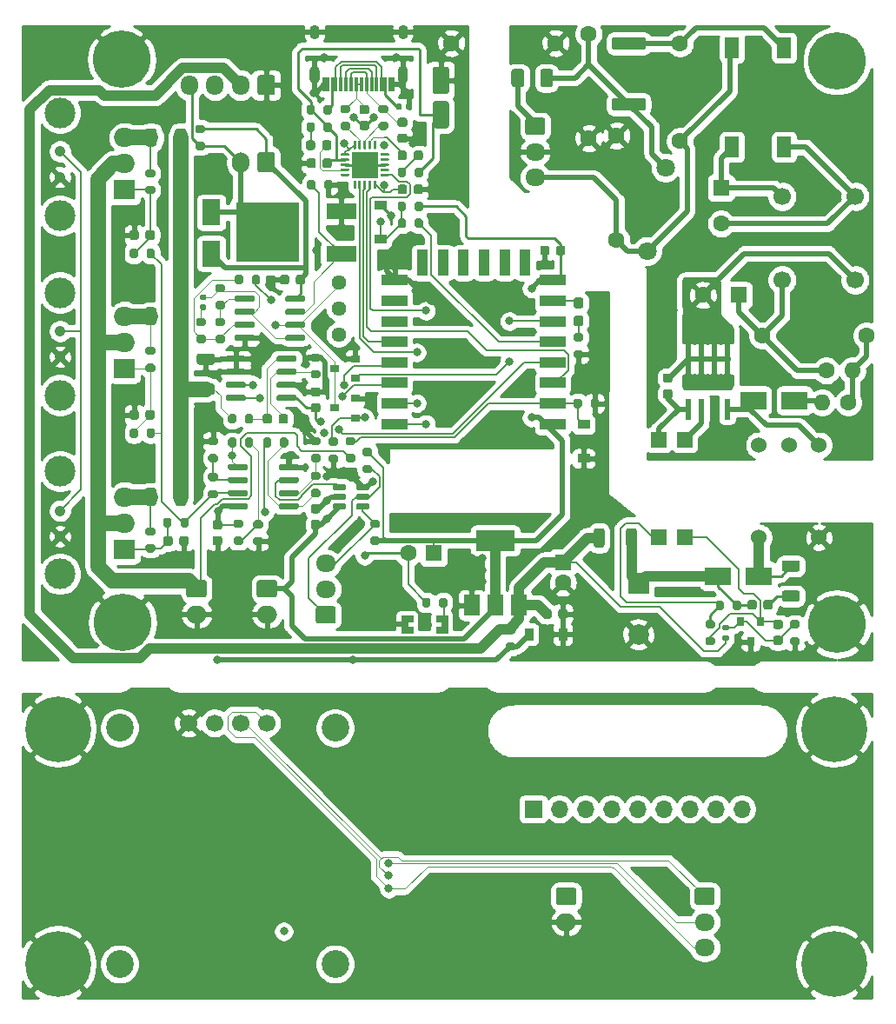
<source format=gtl>
G04 #@! TF.GenerationSoftware,KiCad,Pcbnew,(5.1.9-13-g2d491f9cbd)-1*
G04 #@! TF.CreationDate,2021-06-08T14:19:33+02:00*
G04 #@! TF.ProjectId,Load,4c6f6164-2e6b-4696-9361-645f70636258,rev?*
G04 #@! TF.SameCoordinates,Original*
G04 #@! TF.FileFunction,Copper,L1,Top*
G04 #@! TF.FilePolarity,Positive*
%FSLAX46Y46*%
G04 Gerber Fmt 4.6, Leading zero omitted, Abs format (unit mm)*
G04 Created by KiCad (PCBNEW (5.1.9-13-g2d491f9cbd)-1) date 2021-06-08 14:19:33*
%MOMM*%
%LPD*%
G01*
G04 APERTURE LIST*
G04 #@! TA.AperFunction,EtchedComponent*
%ADD10C,0.001000*%
G04 #@! TD*
G04 #@! TA.AperFunction,SMDPad,CuDef*
%ADD11R,1.500000X1.500000*%
G04 #@! TD*
G04 #@! TA.AperFunction,ComponentPad*
%ADD12C,1.524000*%
G04 #@! TD*
G04 #@! TA.AperFunction,SMDPad,CuDef*
%ADD13R,0.900000X1.200000*%
G04 #@! TD*
G04 #@! TA.AperFunction,ComponentPad*
%ADD14O,1.600000X1.600000*%
G04 #@! TD*
G04 #@! TA.AperFunction,ComponentPad*
%ADD15C,1.600000*%
G04 #@! TD*
G04 #@! TA.AperFunction,ComponentPad*
%ADD16O,2.000000X1.700000*%
G04 #@! TD*
G04 #@! TA.AperFunction,ComponentPad*
%ADD17O,1.950000X1.700000*%
G04 #@! TD*
G04 #@! TA.AperFunction,SMDPad,CuDef*
%ADD18R,0.900000X0.800000*%
G04 #@! TD*
G04 #@! TA.AperFunction,ComponentPad*
%ADD19O,1.700000X2.000000*%
G04 #@! TD*
G04 #@! TA.AperFunction,ComponentPad*
%ADD20O,1.700000X1.950000*%
G04 #@! TD*
G04 #@! TA.AperFunction,SMDPad,CuDef*
%ADD21R,1.200000X0.900000*%
G04 #@! TD*
G04 #@! TA.AperFunction,SMDPad,CuDef*
%ADD22R,0.600000X2.000000*%
G04 #@! TD*
G04 #@! TA.AperFunction,SMDPad,CuDef*
%ADD23R,2.500000X2.500000*%
G04 #@! TD*
G04 #@! TA.AperFunction,ComponentPad*
%ADD24C,1.800000*%
G04 #@! TD*
G04 #@! TA.AperFunction,ComponentPad*
%ADD25C,1.440000*%
G04 #@! TD*
G04 #@! TA.AperFunction,ComponentPad*
%ADD26O,2.000000X1.905000*%
G04 #@! TD*
G04 #@! TA.AperFunction,ComponentPad*
%ADD27R,2.000000X1.905000*%
G04 #@! TD*
G04 #@! TA.AperFunction,SMDPad,CuDef*
%ADD28R,3.000000X1.600000*%
G04 #@! TD*
G04 #@! TA.AperFunction,SMDPad,CuDef*
%ADD29R,6.200000X5.800000*%
G04 #@! TD*
G04 #@! TA.AperFunction,ComponentPad*
%ADD30O,1.700000X1.700000*%
G04 #@! TD*
G04 #@! TA.AperFunction,ComponentPad*
%ADD31R,1.700000X1.700000*%
G04 #@! TD*
G04 #@! TA.AperFunction,ComponentPad*
%ADD32C,6.400000*%
G04 #@! TD*
G04 #@! TA.AperFunction,SMDPad,CuDef*
%ADD33R,2.500000X1.800000*%
G04 #@! TD*
G04 #@! TA.AperFunction,SMDPad,CuDef*
%ADD34R,1.400000X2.000000*%
G04 #@! TD*
G04 #@! TA.AperFunction,SMDPad,CuDef*
%ADD35R,1.800000X2.500000*%
G04 #@! TD*
G04 #@! TA.AperFunction,SMDPad,CuDef*
%ADD36R,0.600000X1.650000*%
G04 #@! TD*
G04 #@! TA.AperFunction,ComponentPad*
%ADD37R,1.600000X1.600000*%
G04 #@! TD*
G04 #@! TA.AperFunction,ComponentPad*
%ADD38C,2.000000*%
G04 #@! TD*
G04 #@! TA.AperFunction,ComponentPad*
%ADD39R,2.000000X2.000000*%
G04 #@! TD*
G04 #@! TA.AperFunction,SMDPad,CuDef*
%ADD40R,1.500000X2.000000*%
G04 #@! TD*
G04 #@! TA.AperFunction,SMDPad,CuDef*
%ADD41R,3.800000X2.000000*%
G04 #@! TD*
G04 #@! TA.AperFunction,SMDPad,CuDef*
%ADD42R,0.800000X0.900000*%
G04 #@! TD*
G04 #@! TA.AperFunction,ComponentPad*
%ADD43C,1.050000*%
G04 #@! TD*
G04 #@! TA.AperFunction,ComponentPad*
%ADD44C,1.700000*%
G04 #@! TD*
G04 #@! TA.AperFunction,ComponentPad*
%ADD45C,3.000000*%
G04 #@! TD*
G04 #@! TA.AperFunction,ComponentPad*
%ADD46O,1.000000X1.400000*%
G04 #@! TD*
G04 #@! TA.AperFunction,SMDPad,CuDef*
%ADD47R,0.300000X1.450000*%
G04 #@! TD*
G04 #@! TA.AperFunction,WasherPad*
%ADD48C,2.700000*%
G04 #@! TD*
G04 #@! TA.AperFunction,SMDPad,CuDef*
%ADD49R,1.100000X2.500000*%
G04 #@! TD*
G04 #@! TA.AperFunction,SMDPad,CuDef*
%ADD50R,2.500000X1.100000*%
G04 #@! TD*
G04 #@! TA.AperFunction,ComponentPad*
%ADD51C,5.600000*%
G04 #@! TD*
G04 #@! TA.AperFunction,ViaPad*
%ADD52C,0.800000*%
G04 #@! TD*
G04 #@! TA.AperFunction,Conductor*
%ADD53C,0.500000*%
G04 #@! TD*
G04 #@! TA.AperFunction,Conductor*
%ADD54C,0.250000*%
G04 #@! TD*
G04 #@! TA.AperFunction,Conductor*
%ADD55C,0.152400*%
G04 #@! TD*
G04 #@! TA.AperFunction,Conductor*
%ADD56C,0.101600*%
G04 #@! TD*
G04 #@! TA.AperFunction,Conductor*
%ADD57C,1.000000*%
G04 #@! TD*
G04 #@! TA.AperFunction,Conductor*
%ADD58C,1.500000*%
G04 #@! TD*
G04 #@! TA.AperFunction,Conductor*
%ADD59C,0.254000*%
G04 #@! TD*
G04 #@! TA.AperFunction,Conductor*
%ADD60C,0.100000*%
G04 #@! TD*
G04 APERTURE END LIST*
D10*
G36*
X47468000Y-62988000D02*
G01*
X46368000Y-62988000D01*
X46368000Y-61338000D01*
X47468000Y-61338000D01*
X47468000Y-61913000D01*
X46968000Y-61913000D01*
X46968000Y-62413000D01*
X47468000Y-62413000D01*
X47468000Y-62988000D01*
G37*
X47468000Y-62988000D02*
X46368000Y-62988000D01*
X46368000Y-61338000D01*
X47468000Y-61338000D01*
X47468000Y-61913000D01*
X46968000Y-61913000D01*
X46968000Y-62413000D01*
X47468000Y-62413000D01*
X47468000Y-62988000D01*
G36*
X50858000Y-62988000D02*
G01*
X49768000Y-62988000D01*
X49768000Y-62413000D01*
X50268000Y-62413000D01*
X50268000Y-61913000D01*
X49768000Y-61913000D01*
X49768000Y-61338000D01*
X50858000Y-61338000D01*
X50858000Y-62988000D01*
G37*
X50858000Y-62988000D02*
X49768000Y-62988000D01*
X49768000Y-62413000D01*
X50268000Y-62413000D01*
X50268000Y-61913000D01*
X49768000Y-61913000D01*
X49768000Y-61338000D01*
X50858000Y-61338000D01*
X50858000Y-62988000D01*
G04 #@! TA.AperFunction,SMDPad,CuDef*
G36*
G01*
X43540000Y-53638000D02*
X44090000Y-53638000D01*
G75*
G02*
X44290000Y-53838000I0J-200000D01*
G01*
X44290000Y-54238000D01*
G75*
G02*
X44090000Y-54438000I-200000J0D01*
G01*
X43540000Y-54438000D01*
G75*
G02*
X43340000Y-54238000I0J200000D01*
G01*
X43340000Y-53838000D01*
G75*
G02*
X43540000Y-53638000I200000J0D01*
G01*
G37*
G04 #@! TD.AperFunction*
G04 #@! TA.AperFunction,SMDPad,CuDef*
G36*
G01*
X43540000Y-51988000D02*
X44090000Y-51988000D01*
G75*
G02*
X44290000Y-52188000I0J-200000D01*
G01*
X44290000Y-52588000D01*
G75*
G02*
X44090000Y-52788000I-200000J0D01*
G01*
X43540000Y-52788000D01*
G75*
G02*
X43340000Y-52588000I0J200000D01*
G01*
X43340000Y-52188000D01*
G75*
G02*
X43540000Y-51988000I200000J0D01*
G01*
G37*
G04 #@! TD.AperFunction*
G04 #@! TA.AperFunction,SMDPad,CuDef*
G36*
G01*
X46019000Y-21738000D02*
X46019000Y-21188000D01*
G75*
G02*
X46219000Y-20988000I200000J0D01*
G01*
X46619000Y-20988000D01*
G75*
G02*
X46819000Y-21188000I0J-200000D01*
G01*
X46819000Y-21738000D01*
G75*
G02*
X46619000Y-21938000I-200000J0D01*
G01*
X46219000Y-21938000D01*
G75*
G02*
X46019000Y-21738000I0J200000D01*
G01*
G37*
G04 #@! TD.AperFunction*
G04 #@! TA.AperFunction,SMDPad,CuDef*
G36*
G01*
X47669000Y-21738000D02*
X47669000Y-21188000D01*
G75*
G02*
X47869000Y-20988000I200000J0D01*
G01*
X48269000Y-20988000D01*
G75*
G02*
X48469000Y-21188000I0J-200000D01*
G01*
X48469000Y-21738000D01*
G75*
G02*
X48269000Y-21938000I-200000J0D01*
G01*
X47869000Y-21938000D01*
G75*
G02*
X47669000Y-21738000I0J200000D01*
G01*
G37*
G04 #@! TD.AperFunction*
G04 #@! TA.AperFunction,SMDPad,CuDef*
G36*
G01*
X47669000Y-18436000D02*
X47669000Y-17886000D01*
G75*
G02*
X47869000Y-17686000I200000J0D01*
G01*
X48269000Y-17686000D01*
G75*
G02*
X48469000Y-17886000I0J-200000D01*
G01*
X48469000Y-18436000D01*
G75*
G02*
X48269000Y-18636000I-200000J0D01*
G01*
X47869000Y-18636000D01*
G75*
G02*
X47669000Y-18436000I0J200000D01*
G01*
G37*
G04 #@! TD.AperFunction*
G04 #@! TA.AperFunction,SMDPad,CuDef*
G36*
G01*
X46019000Y-18436000D02*
X46019000Y-17886000D01*
G75*
G02*
X46219000Y-17686000I200000J0D01*
G01*
X46619000Y-17686000D01*
G75*
G02*
X46819000Y-17886000I0J-200000D01*
G01*
X46819000Y-18436000D01*
G75*
G02*
X46619000Y-18636000I-200000J0D01*
G01*
X46219000Y-18636000D01*
G75*
G02*
X46019000Y-18436000I0J200000D01*
G01*
G37*
G04 #@! TD.AperFunction*
D11*
X71448000Y-44213000D03*
X73988000Y-44213000D03*
X73988000Y-53713000D03*
X71448000Y-53713000D03*
D12*
X81197000Y-44718000D03*
X84118000Y-44718000D03*
X87039000Y-44718000D03*
X87039000Y-53713000D03*
X81197000Y-53713000D03*
G04 #@! TA.AperFunction,SMDPad,CuDef*
G36*
G01*
X56748000Y-63925000D02*
X57298000Y-63925000D01*
G75*
G02*
X57498000Y-64125000I0J-200000D01*
G01*
X57498000Y-64525000D01*
G75*
G02*
X57298000Y-64725000I-200000J0D01*
G01*
X56748000Y-64725000D01*
G75*
G02*
X56548000Y-64525000I0J200000D01*
G01*
X56548000Y-64125000D01*
G75*
G02*
X56748000Y-63925000I200000J0D01*
G01*
G37*
G04 #@! TD.AperFunction*
G04 #@! TA.AperFunction,SMDPad,CuDef*
G36*
G01*
X56748000Y-62275000D02*
X57298000Y-62275000D01*
G75*
G02*
X57498000Y-62475000I0J-200000D01*
G01*
X57498000Y-62875000D01*
G75*
G02*
X57298000Y-63075000I-200000J0D01*
G01*
X56748000Y-63075000D01*
G75*
G02*
X56548000Y-62875000I0J200000D01*
G01*
X56548000Y-62475000D01*
G75*
G02*
X56748000Y-62275000I200000J0D01*
G01*
G37*
G04 #@! TD.AperFunction*
D13*
X62102000Y-63163000D03*
X58802000Y-63163000D03*
D14*
X90297000Y-37463000D03*
D15*
X87757000Y-37463000D03*
D14*
X87376000Y-40563000D03*
D15*
X89916000Y-40563000D03*
X51238000Y-5563000D03*
X61398000Y-5563000D03*
G04 #@! TA.AperFunction,SMDPad,CuDef*
G36*
G01*
X32693000Y-52838000D02*
X32143000Y-52838000D01*
G75*
G02*
X31943000Y-52638000I0J200000D01*
G01*
X31943000Y-52238000D01*
G75*
G02*
X32143000Y-52038000I200000J0D01*
G01*
X32693000Y-52038000D01*
G75*
G02*
X32893000Y-52238000I0J-200000D01*
G01*
X32893000Y-52638000D01*
G75*
G02*
X32693000Y-52838000I-200000J0D01*
G01*
G37*
G04 #@! TD.AperFunction*
G04 #@! TA.AperFunction,SMDPad,CuDef*
G36*
G01*
X32693000Y-54488000D02*
X32143000Y-54488000D01*
G75*
G02*
X31943000Y-54288000I0J200000D01*
G01*
X31943000Y-53888000D01*
G75*
G02*
X32143000Y-53688000I200000J0D01*
G01*
X32693000Y-53688000D01*
G75*
G02*
X32893000Y-53888000I0J-200000D01*
G01*
X32893000Y-54288000D01*
G75*
G02*
X32693000Y-54488000I-200000J0D01*
G01*
G37*
G04 #@! TD.AperFunction*
G04 #@! TA.AperFunction,SMDPad,CuDef*
G36*
G01*
X28698000Y-52938000D02*
X28198000Y-52938000D01*
G75*
G02*
X27973000Y-52713000I0J225000D01*
G01*
X27973000Y-52263000D01*
G75*
G02*
X28198000Y-52038000I225000J0D01*
G01*
X28698000Y-52038000D01*
G75*
G02*
X28923000Y-52263000I0J-225000D01*
G01*
X28923000Y-52713000D01*
G75*
G02*
X28698000Y-52938000I-225000J0D01*
G01*
G37*
G04 #@! TD.AperFunction*
G04 #@! TA.AperFunction,SMDPad,CuDef*
G36*
G01*
X28698000Y-54488000D02*
X28198000Y-54488000D01*
G75*
G02*
X27973000Y-54263000I0J225000D01*
G01*
X27973000Y-53813000D01*
G75*
G02*
X28198000Y-53588000I225000J0D01*
G01*
X28698000Y-53588000D01*
G75*
G02*
X28923000Y-53813000I0J-225000D01*
G01*
X28923000Y-54263000D01*
G75*
G02*
X28698000Y-54488000I-225000J0D01*
G01*
G37*
G04 #@! TD.AperFunction*
D16*
X33274000Y-61213000D03*
G04 #@! TA.AperFunction,ComponentPad*
G36*
G01*
X32524000Y-57863000D02*
X34024000Y-57863000D01*
G75*
G02*
X34274000Y-58113000I0J-250000D01*
G01*
X34274000Y-59313000D01*
G75*
G02*
X34024000Y-59563000I-250000J0D01*
G01*
X32524000Y-59563000D01*
G75*
G02*
X32274000Y-59313000I0J250000D01*
G01*
X32274000Y-58113000D01*
G75*
G02*
X32524000Y-57863000I250000J0D01*
G01*
G37*
G04 #@! TD.AperFunction*
G04 #@! TA.AperFunction,ComponentPad*
G36*
G01*
X39743000Y-62113000D02*
X38293000Y-62113000D01*
G75*
G02*
X38043000Y-61863000I0J250000D01*
G01*
X38043000Y-60663000D01*
G75*
G02*
X38293000Y-60413000I250000J0D01*
G01*
X39743000Y-60413000D01*
G75*
G02*
X39993000Y-60663000I0J-250000D01*
G01*
X39993000Y-61863000D01*
G75*
G02*
X39743000Y-62113000I-250000J0D01*
G01*
G37*
G04 #@! TD.AperFunction*
D17*
X39018000Y-58763000D03*
X39018000Y-56263000D03*
G04 #@! TA.AperFunction,SMDPad,CuDef*
G36*
G01*
X47669000Y-23389000D02*
X47669000Y-22839000D01*
G75*
G02*
X47869000Y-22639000I200000J0D01*
G01*
X48269000Y-22639000D01*
G75*
G02*
X48469000Y-22839000I0J-200000D01*
G01*
X48469000Y-23389000D01*
G75*
G02*
X48269000Y-23589000I-200000J0D01*
G01*
X47869000Y-23589000D01*
G75*
G02*
X47669000Y-23389000I0J200000D01*
G01*
G37*
G04 #@! TD.AperFunction*
G04 #@! TA.AperFunction,SMDPad,CuDef*
G36*
G01*
X46019000Y-23389000D02*
X46019000Y-22839000D01*
G75*
G02*
X46219000Y-22639000I200000J0D01*
G01*
X46619000Y-22639000D01*
G75*
G02*
X46819000Y-22839000I0J-200000D01*
G01*
X46819000Y-23389000D01*
G75*
G02*
X46619000Y-23589000I-200000J0D01*
G01*
X46219000Y-23589000D01*
G75*
G02*
X46019000Y-23389000I0J200000D01*
G01*
G37*
G04 #@! TD.AperFunction*
D18*
X39868000Y-37263000D03*
X41868000Y-36313000D03*
X41868000Y-38213000D03*
D19*
X30718000Y-17163000D03*
G04 #@! TA.AperFunction,ComponentPad*
G36*
G01*
X34068000Y-16413000D02*
X34068000Y-17913000D01*
G75*
G02*
X33818000Y-18163000I-250000J0D01*
G01*
X32618000Y-18163000D01*
G75*
G02*
X32368000Y-17913000I0J250000D01*
G01*
X32368000Y-16413000D01*
G75*
G02*
X32618000Y-16163000I250000J0D01*
G01*
X33818000Y-16163000D01*
G75*
G02*
X34068000Y-16413000I0J-250000D01*
G01*
G37*
G04 #@! TD.AperFunction*
D20*
X25718000Y-9663000D03*
X28218000Y-9663000D03*
X30718000Y-9663000D03*
G04 #@! TA.AperFunction,ComponentPad*
G36*
G01*
X34068000Y-8938000D02*
X34068000Y-10388000D01*
G75*
G02*
X33818000Y-10638000I-250000J0D01*
G01*
X32618000Y-10638000D01*
G75*
G02*
X32368000Y-10388000I0J250000D01*
G01*
X32368000Y-8938000D01*
G75*
G02*
X32618000Y-8688000I250000J0D01*
G01*
X33818000Y-8688000D01*
G75*
G02*
X34068000Y-8938000I0J-250000D01*
G01*
G37*
G04 #@! TD.AperFunction*
D21*
X44323000Y-21337000D03*
X44323000Y-24637000D03*
X64135000Y-46013000D03*
X64135000Y-42713000D03*
D22*
X74313000Y-36313000D03*
X75583000Y-36313000D03*
X76853000Y-36313000D03*
X78123000Y-36313000D03*
X78123000Y-41213000D03*
X75583000Y-41213000D03*
X74313000Y-41213000D03*
G04 #@! TA.AperFunction,SMDPad,CuDef*
G36*
G01*
X34218000Y-36458000D02*
X34218000Y-36158000D01*
G75*
G02*
X34368000Y-36008000I150000J0D01*
G01*
X36018000Y-36008000D01*
G75*
G02*
X36168000Y-36158000I0J-150000D01*
G01*
X36168000Y-36458000D01*
G75*
G02*
X36018000Y-36608000I-150000J0D01*
G01*
X34368000Y-36608000D01*
G75*
G02*
X34218000Y-36458000I0J150000D01*
G01*
G37*
G04 #@! TD.AperFunction*
G04 #@! TA.AperFunction,SMDPad,CuDef*
G36*
G01*
X34218000Y-37728000D02*
X34218000Y-37428000D01*
G75*
G02*
X34368000Y-37278000I150000J0D01*
G01*
X36018000Y-37278000D01*
G75*
G02*
X36168000Y-37428000I0J-150000D01*
G01*
X36168000Y-37728000D01*
G75*
G02*
X36018000Y-37878000I-150000J0D01*
G01*
X34368000Y-37878000D01*
G75*
G02*
X34218000Y-37728000I0J150000D01*
G01*
G37*
G04 #@! TD.AperFunction*
G04 #@! TA.AperFunction,SMDPad,CuDef*
G36*
G01*
X34218000Y-38998000D02*
X34218000Y-38698000D01*
G75*
G02*
X34368000Y-38548000I150000J0D01*
G01*
X36018000Y-38548000D01*
G75*
G02*
X36168000Y-38698000I0J-150000D01*
G01*
X36168000Y-38998000D01*
G75*
G02*
X36018000Y-39148000I-150000J0D01*
G01*
X34368000Y-39148000D01*
G75*
G02*
X34218000Y-38998000I0J150000D01*
G01*
G37*
G04 #@! TD.AperFunction*
G04 #@! TA.AperFunction,SMDPad,CuDef*
G36*
G01*
X34218000Y-40268000D02*
X34218000Y-39968000D01*
G75*
G02*
X34368000Y-39818000I150000J0D01*
G01*
X36018000Y-39818000D01*
G75*
G02*
X36168000Y-39968000I0J-150000D01*
G01*
X36168000Y-40268000D01*
G75*
G02*
X36018000Y-40418000I-150000J0D01*
G01*
X34368000Y-40418000D01*
G75*
G02*
X34218000Y-40268000I0J150000D01*
G01*
G37*
G04 #@! TD.AperFunction*
G04 #@! TA.AperFunction,SMDPad,CuDef*
G36*
G01*
X29268000Y-40268000D02*
X29268000Y-39968000D01*
G75*
G02*
X29418000Y-39818000I150000J0D01*
G01*
X31068000Y-39818000D01*
G75*
G02*
X31218000Y-39968000I0J-150000D01*
G01*
X31218000Y-40268000D01*
G75*
G02*
X31068000Y-40418000I-150000J0D01*
G01*
X29418000Y-40418000D01*
G75*
G02*
X29268000Y-40268000I0J150000D01*
G01*
G37*
G04 #@! TD.AperFunction*
G04 #@! TA.AperFunction,SMDPad,CuDef*
G36*
G01*
X29268000Y-38998000D02*
X29268000Y-38698000D01*
G75*
G02*
X29418000Y-38548000I150000J0D01*
G01*
X31068000Y-38548000D01*
G75*
G02*
X31218000Y-38698000I0J-150000D01*
G01*
X31218000Y-38998000D01*
G75*
G02*
X31068000Y-39148000I-150000J0D01*
G01*
X29418000Y-39148000D01*
G75*
G02*
X29268000Y-38998000I0J150000D01*
G01*
G37*
G04 #@! TD.AperFunction*
G04 #@! TA.AperFunction,SMDPad,CuDef*
G36*
G01*
X29268000Y-37728000D02*
X29268000Y-37428000D01*
G75*
G02*
X29418000Y-37278000I150000J0D01*
G01*
X31068000Y-37278000D01*
G75*
G02*
X31218000Y-37428000I0J-150000D01*
G01*
X31218000Y-37728000D01*
G75*
G02*
X31068000Y-37878000I-150000J0D01*
G01*
X29418000Y-37878000D01*
G75*
G02*
X29268000Y-37728000I0J150000D01*
G01*
G37*
G04 #@! TD.AperFunction*
G04 #@! TA.AperFunction,SMDPad,CuDef*
G36*
G01*
X29268000Y-36458000D02*
X29268000Y-36158000D01*
G75*
G02*
X29418000Y-36008000I150000J0D01*
G01*
X31068000Y-36008000D01*
G75*
G02*
X31218000Y-36158000I0J-150000D01*
G01*
X31218000Y-36458000D01*
G75*
G02*
X31068000Y-36608000I-150000J0D01*
G01*
X29418000Y-36608000D01*
G75*
G02*
X29268000Y-36458000I0J150000D01*
G01*
G37*
G04 #@! TD.AperFunction*
G04 #@! TA.AperFunction,SMDPad,CuDef*
G36*
G01*
X31418000Y-50518000D02*
X31418000Y-50818000D01*
G75*
G02*
X31268000Y-50968000I-150000J0D01*
G01*
X29618000Y-50968000D01*
G75*
G02*
X29468000Y-50818000I0J150000D01*
G01*
X29468000Y-50518000D01*
G75*
G02*
X29618000Y-50368000I150000J0D01*
G01*
X31268000Y-50368000D01*
G75*
G02*
X31418000Y-50518000I0J-150000D01*
G01*
G37*
G04 #@! TD.AperFunction*
G04 #@! TA.AperFunction,SMDPad,CuDef*
G36*
G01*
X31418000Y-49248000D02*
X31418000Y-49548000D01*
G75*
G02*
X31268000Y-49698000I-150000J0D01*
G01*
X29618000Y-49698000D01*
G75*
G02*
X29468000Y-49548000I0J150000D01*
G01*
X29468000Y-49248000D01*
G75*
G02*
X29618000Y-49098000I150000J0D01*
G01*
X31268000Y-49098000D01*
G75*
G02*
X31418000Y-49248000I0J-150000D01*
G01*
G37*
G04 #@! TD.AperFunction*
G04 #@! TA.AperFunction,SMDPad,CuDef*
G36*
G01*
X31418000Y-47978000D02*
X31418000Y-48278000D01*
G75*
G02*
X31268000Y-48428000I-150000J0D01*
G01*
X29618000Y-48428000D01*
G75*
G02*
X29468000Y-48278000I0J150000D01*
G01*
X29468000Y-47978000D01*
G75*
G02*
X29618000Y-47828000I150000J0D01*
G01*
X31268000Y-47828000D01*
G75*
G02*
X31418000Y-47978000I0J-150000D01*
G01*
G37*
G04 #@! TD.AperFunction*
G04 #@! TA.AperFunction,SMDPad,CuDef*
G36*
G01*
X31418000Y-46708000D02*
X31418000Y-47008000D01*
G75*
G02*
X31268000Y-47158000I-150000J0D01*
G01*
X29618000Y-47158000D01*
G75*
G02*
X29468000Y-47008000I0J150000D01*
G01*
X29468000Y-46708000D01*
G75*
G02*
X29618000Y-46558000I150000J0D01*
G01*
X31268000Y-46558000D01*
G75*
G02*
X31418000Y-46708000I0J-150000D01*
G01*
G37*
G04 #@! TD.AperFunction*
G04 #@! TA.AperFunction,SMDPad,CuDef*
G36*
G01*
X36368000Y-46708000D02*
X36368000Y-47008000D01*
G75*
G02*
X36218000Y-47158000I-150000J0D01*
G01*
X34568000Y-47158000D01*
G75*
G02*
X34418000Y-47008000I0J150000D01*
G01*
X34418000Y-46708000D01*
G75*
G02*
X34568000Y-46558000I150000J0D01*
G01*
X36218000Y-46558000D01*
G75*
G02*
X36368000Y-46708000I0J-150000D01*
G01*
G37*
G04 #@! TD.AperFunction*
G04 #@! TA.AperFunction,SMDPad,CuDef*
G36*
G01*
X36368000Y-47978000D02*
X36368000Y-48278000D01*
G75*
G02*
X36218000Y-48428000I-150000J0D01*
G01*
X34568000Y-48428000D01*
G75*
G02*
X34418000Y-48278000I0J150000D01*
G01*
X34418000Y-47978000D01*
G75*
G02*
X34568000Y-47828000I150000J0D01*
G01*
X36218000Y-47828000D01*
G75*
G02*
X36368000Y-47978000I0J-150000D01*
G01*
G37*
G04 #@! TD.AperFunction*
G04 #@! TA.AperFunction,SMDPad,CuDef*
G36*
G01*
X36368000Y-49248000D02*
X36368000Y-49548000D01*
G75*
G02*
X36218000Y-49698000I-150000J0D01*
G01*
X34568000Y-49698000D01*
G75*
G02*
X34418000Y-49548000I0J150000D01*
G01*
X34418000Y-49248000D01*
G75*
G02*
X34568000Y-49098000I150000J0D01*
G01*
X36218000Y-49098000D01*
G75*
G02*
X36368000Y-49248000I0J-150000D01*
G01*
G37*
G04 #@! TD.AperFunction*
G04 #@! TA.AperFunction,SMDPad,CuDef*
G36*
G01*
X36368000Y-50518000D02*
X36368000Y-50818000D01*
G75*
G02*
X36218000Y-50968000I-150000J0D01*
G01*
X34568000Y-50968000D01*
G75*
G02*
X34418000Y-50818000I0J150000D01*
G01*
X34418000Y-50518000D01*
G75*
G02*
X34568000Y-50368000I150000J0D01*
G01*
X36218000Y-50368000D01*
G75*
G02*
X36368000Y-50518000I0J-150000D01*
G01*
G37*
G04 #@! TD.AperFunction*
G04 #@! TA.AperFunction,SMDPad,CuDef*
G36*
G01*
X41943000Y-48963000D02*
X41943000Y-48663000D01*
G75*
G02*
X42093000Y-48513000I150000J0D01*
G01*
X43118000Y-48513000D01*
G75*
G02*
X43268000Y-48663000I0J-150000D01*
G01*
X43268000Y-48963000D01*
G75*
G02*
X43118000Y-49113000I-150000J0D01*
G01*
X42093000Y-49113000D01*
G75*
G02*
X41943000Y-48963000I0J150000D01*
G01*
G37*
G04 #@! TD.AperFunction*
G04 #@! TA.AperFunction,SMDPad,CuDef*
G36*
G01*
X41943000Y-49913000D02*
X41943000Y-49613000D01*
G75*
G02*
X42093000Y-49463000I150000J0D01*
G01*
X43118000Y-49463000D01*
G75*
G02*
X43268000Y-49613000I0J-150000D01*
G01*
X43268000Y-49913000D01*
G75*
G02*
X43118000Y-50063000I-150000J0D01*
G01*
X42093000Y-50063000D01*
G75*
G02*
X41943000Y-49913000I0J150000D01*
G01*
G37*
G04 #@! TD.AperFunction*
G04 #@! TA.AperFunction,SMDPad,CuDef*
G36*
G01*
X41943000Y-50863000D02*
X41943000Y-50563000D01*
G75*
G02*
X42093000Y-50413000I150000J0D01*
G01*
X43118000Y-50413000D01*
G75*
G02*
X43268000Y-50563000I0J-150000D01*
G01*
X43268000Y-50863000D01*
G75*
G02*
X43118000Y-51013000I-150000J0D01*
G01*
X42093000Y-51013000D01*
G75*
G02*
X41943000Y-50863000I0J150000D01*
G01*
G37*
G04 #@! TD.AperFunction*
G04 #@! TA.AperFunction,SMDPad,CuDef*
G36*
G01*
X39668000Y-50863000D02*
X39668000Y-50563000D01*
G75*
G02*
X39818000Y-50413000I150000J0D01*
G01*
X40843000Y-50413000D01*
G75*
G02*
X40993000Y-50563000I0J-150000D01*
G01*
X40993000Y-50863000D01*
G75*
G02*
X40843000Y-51013000I-150000J0D01*
G01*
X39818000Y-51013000D01*
G75*
G02*
X39668000Y-50863000I0J150000D01*
G01*
G37*
G04 #@! TD.AperFunction*
G04 #@! TA.AperFunction,SMDPad,CuDef*
G36*
G01*
X39668000Y-49913000D02*
X39668000Y-49613000D01*
G75*
G02*
X39818000Y-49463000I150000J0D01*
G01*
X40843000Y-49463000D01*
G75*
G02*
X40993000Y-49613000I0J-150000D01*
G01*
X40993000Y-49913000D01*
G75*
G02*
X40843000Y-50063000I-150000J0D01*
G01*
X39818000Y-50063000D01*
G75*
G02*
X39668000Y-49913000I0J150000D01*
G01*
G37*
G04 #@! TD.AperFunction*
G04 #@! TA.AperFunction,SMDPad,CuDef*
G36*
G01*
X39668000Y-48963000D02*
X39668000Y-48663000D01*
G75*
G02*
X39818000Y-48513000I150000J0D01*
G01*
X40843000Y-48513000D01*
G75*
G02*
X40993000Y-48663000I0J-150000D01*
G01*
X40993000Y-48963000D01*
G75*
G02*
X40843000Y-49113000I-150000J0D01*
G01*
X39818000Y-49113000D01*
G75*
G02*
X39668000Y-48963000I0J150000D01*
G01*
G37*
G04 #@! TD.AperFunction*
D23*
X42818000Y-17413000D03*
G04 #@! TA.AperFunction,SMDPad,CuDef*
G36*
G01*
X43943000Y-19000500D02*
X43943000Y-19700500D01*
G75*
G02*
X43880500Y-19763000I-62500J0D01*
G01*
X43755500Y-19763000D01*
G75*
G02*
X43693000Y-19700500I0J62500D01*
G01*
X43693000Y-19000500D01*
G75*
G02*
X43755500Y-18938000I62500J0D01*
G01*
X43880500Y-18938000D01*
G75*
G02*
X43943000Y-19000500I0J-62500D01*
G01*
G37*
G04 #@! TD.AperFunction*
G04 #@! TA.AperFunction,SMDPad,CuDef*
G36*
G01*
X43443000Y-19000500D02*
X43443000Y-19700500D01*
G75*
G02*
X43380500Y-19763000I-62500J0D01*
G01*
X43255500Y-19763000D01*
G75*
G02*
X43193000Y-19700500I0J62500D01*
G01*
X43193000Y-19000500D01*
G75*
G02*
X43255500Y-18938000I62500J0D01*
G01*
X43380500Y-18938000D01*
G75*
G02*
X43443000Y-19000500I0J-62500D01*
G01*
G37*
G04 #@! TD.AperFunction*
G04 #@! TA.AperFunction,SMDPad,CuDef*
G36*
G01*
X42943000Y-19000500D02*
X42943000Y-19700500D01*
G75*
G02*
X42880500Y-19763000I-62500J0D01*
G01*
X42755500Y-19763000D01*
G75*
G02*
X42693000Y-19700500I0J62500D01*
G01*
X42693000Y-19000500D01*
G75*
G02*
X42755500Y-18938000I62500J0D01*
G01*
X42880500Y-18938000D01*
G75*
G02*
X42943000Y-19000500I0J-62500D01*
G01*
G37*
G04 #@! TD.AperFunction*
G04 #@! TA.AperFunction,SMDPad,CuDef*
G36*
G01*
X42443000Y-19000500D02*
X42443000Y-19700500D01*
G75*
G02*
X42380500Y-19763000I-62500J0D01*
G01*
X42255500Y-19763000D01*
G75*
G02*
X42193000Y-19700500I0J62500D01*
G01*
X42193000Y-19000500D01*
G75*
G02*
X42255500Y-18938000I62500J0D01*
G01*
X42380500Y-18938000D01*
G75*
G02*
X42443000Y-19000500I0J-62500D01*
G01*
G37*
G04 #@! TD.AperFunction*
G04 #@! TA.AperFunction,SMDPad,CuDef*
G36*
G01*
X41943000Y-19000500D02*
X41943000Y-19700500D01*
G75*
G02*
X41880500Y-19763000I-62500J0D01*
G01*
X41755500Y-19763000D01*
G75*
G02*
X41693000Y-19700500I0J62500D01*
G01*
X41693000Y-19000500D01*
G75*
G02*
X41755500Y-18938000I62500J0D01*
G01*
X41880500Y-18938000D01*
G75*
G02*
X41943000Y-19000500I0J-62500D01*
G01*
G37*
G04 #@! TD.AperFunction*
G04 #@! TA.AperFunction,SMDPad,CuDef*
G36*
G01*
X41293000Y-18350500D02*
X41293000Y-18475500D01*
G75*
G02*
X41230500Y-18538000I-62500J0D01*
G01*
X40530500Y-18538000D01*
G75*
G02*
X40468000Y-18475500I0J62500D01*
G01*
X40468000Y-18350500D01*
G75*
G02*
X40530500Y-18288000I62500J0D01*
G01*
X41230500Y-18288000D01*
G75*
G02*
X41293000Y-18350500I0J-62500D01*
G01*
G37*
G04 #@! TD.AperFunction*
G04 #@! TA.AperFunction,SMDPad,CuDef*
G36*
G01*
X41293000Y-17850500D02*
X41293000Y-17975500D01*
G75*
G02*
X41230500Y-18038000I-62500J0D01*
G01*
X40530500Y-18038000D01*
G75*
G02*
X40468000Y-17975500I0J62500D01*
G01*
X40468000Y-17850500D01*
G75*
G02*
X40530500Y-17788000I62500J0D01*
G01*
X41230500Y-17788000D01*
G75*
G02*
X41293000Y-17850500I0J-62500D01*
G01*
G37*
G04 #@! TD.AperFunction*
G04 #@! TA.AperFunction,SMDPad,CuDef*
G36*
G01*
X41293000Y-17350500D02*
X41293000Y-17475500D01*
G75*
G02*
X41230500Y-17538000I-62500J0D01*
G01*
X40530500Y-17538000D01*
G75*
G02*
X40468000Y-17475500I0J62500D01*
G01*
X40468000Y-17350500D01*
G75*
G02*
X40530500Y-17288000I62500J0D01*
G01*
X41230500Y-17288000D01*
G75*
G02*
X41293000Y-17350500I0J-62500D01*
G01*
G37*
G04 #@! TD.AperFunction*
G04 #@! TA.AperFunction,SMDPad,CuDef*
G36*
G01*
X41293000Y-16850500D02*
X41293000Y-16975500D01*
G75*
G02*
X41230500Y-17038000I-62500J0D01*
G01*
X40530500Y-17038000D01*
G75*
G02*
X40468000Y-16975500I0J62500D01*
G01*
X40468000Y-16850500D01*
G75*
G02*
X40530500Y-16788000I62500J0D01*
G01*
X41230500Y-16788000D01*
G75*
G02*
X41293000Y-16850500I0J-62500D01*
G01*
G37*
G04 #@! TD.AperFunction*
G04 #@! TA.AperFunction,SMDPad,CuDef*
G36*
G01*
X41293000Y-16350500D02*
X41293000Y-16475500D01*
G75*
G02*
X41230500Y-16538000I-62500J0D01*
G01*
X40530500Y-16538000D01*
G75*
G02*
X40468000Y-16475500I0J62500D01*
G01*
X40468000Y-16350500D01*
G75*
G02*
X40530500Y-16288000I62500J0D01*
G01*
X41230500Y-16288000D01*
G75*
G02*
X41293000Y-16350500I0J-62500D01*
G01*
G37*
G04 #@! TD.AperFunction*
G04 #@! TA.AperFunction,SMDPad,CuDef*
G36*
G01*
X41943000Y-15125500D02*
X41943000Y-15825500D01*
G75*
G02*
X41880500Y-15888000I-62500J0D01*
G01*
X41755500Y-15888000D01*
G75*
G02*
X41693000Y-15825500I0J62500D01*
G01*
X41693000Y-15125500D01*
G75*
G02*
X41755500Y-15063000I62500J0D01*
G01*
X41880500Y-15063000D01*
G75*
G02*
X41943000Y-15125500I0J-62500D01*
G01*
G37*
G04 #@! TD.AperFunction*
G04 #@! TA.AperFunction,SMDPad,CuDef*
G36*
G01*
X42443000Y-15125500D02*
X42443000Y-15825500D01*
G75*
G02*
X42380500Y-15888000I-62500J0D01*
G01*
X42255500Y-15888000D01*
G75*
G02*
X42193000Y-15825500I0J62500D01*
G01*
X42193000Y-15125500D01*
G75*
G02*
X42255500Y-15063000I62500J0D01*
G01*
X42380500Y-15063000D01*
G75*
G02*
X42443000Y-15125500I0J-62500D01*
G01*
G37*
G04 #@! TD.AperFunction*
G04 #@! TA.AperFunction,SMDPad,CuDef*
G36*
G01*
X42943000Y-15125500D02*
X42943000Y-15825500D01*
G75*
G02*
X42880500Y-15888000I-62500J0D01*
G01*
X42755500Y-15888000D01*
G75*
G02*
X42693000Y-15825500I0J62500D01*
G01*
X42693000Y-15125500D01*
G75*
G02*
X42755500Y-15063000I62500J0D01*
G01*
X42880500Y-15063000D01*
G75*
G02*
X42943000Y-15125500I0J-62500D01*
G01*
G37*
G04 #@! TD.AperFunction*
G04 #@! TA.AperFunction,SMDPad,CuDef*
G36*
G01*
X43443000Y-15125500D02*
X43443000Y-15825500D01*
G75*
G02*
X43380500Y-15888000I-62500J0D01*
G01*
X43255500Y-15888000D01*
G75*
G02*
X43193000Y-15825500I0J62500D01*
G01*
X43193000Y-15125500D01*
G75*
G02*
X43255500Y-15063000I62500J0D01*
G01*
X43380500Y-15063000D01*
G75*
G02*
X43443000Y-15125500I0J-62500D01*
G01*
G37*
G04 #@! TD.AperFunction*
G04 #@! TA.AperFunction,SMDPad,CuDef*
G36*
G01*
X43943000Y-15125500D02*
X43943000Y-15825500D01*
G75*
G02*
X43880500Y-15888000I-62500J0D01*
G01*
X43755500Y-15888000D01*
G75*
G02*
X43693000Y-15825500I0J62500D01*
G01*
X43693000Y-15125500D01*
G75*
G02*
X43755500Y-15063000I62500J0D01*
G01*
X43880500Y-15063000D01*
G75*
G02*
X43943000Y-15125500I0J-62500D01*
G01*
G37*
G04 #@! TD.AperFunction*
G04 #@! TA.AperFunction,SMDPad,CuDef*
G36*
G01*
X45168000Y-16350500D02*
X45168000Y-16475500D01*
G75*
G02*
X45105500Y-16538000I-62500J0D01*
G01*
X44405500Y-16538000D01*
G75*
G02*
X44343000Y-16475500I0J62500D01*
G01*
X44343000Y-16350500D01*
G75*
G02*
X44405500Y-16288000I62500J0D01*
G01*
X45105500Y-16288000D01*
G75*
G02*
X45168000Y-16350500I0J-62500D01*
G01*
G37*
G04 #@! TD.AperFunction*
G04 #@! TA.AperFunction,SMDPad,CuDef*
G36*
G01*
X45168000Y-16850500D02*
X45168000Y-16975500D01*
G75*
G02*
X45105500Y-17038000I-62500J0D01*
G01*
X44405500Y-17038000D01*
G75*
G02*
X44343000Y-16975500I0J62500D01*
G01*
X44343000Y-16850500D01*
G75*
G02*
X44405500Y-16788000I62500J0D01*
G01*
X45105500Y-16788000D01*
G75*
G02*
X45168000Y-16850500I0J-62500D01*
G01*
G37*
G04 #@! TD.AperFunction*
G04 #@! TA.AperFunction,SMDPad,CuDef*
G36*
G01*
X45168000Y-17350500D02*
X45168000Y-17475500D01*
G75*
G02*
X45105500Y-17538000I-62500J0D01*
G01*
X44405500Y-17538000D01*
G75*
G02*
X44343000Y-17475500I0J62500D01*
G01*
X44343000Y-17350500D01*
G75*
G02*
X44405500Y-17288000I62500J0D01*
G01*
X45105500Y-17288000D01*
G75*
G02*
X45168000Y-17350500I0J-62500D01*
G01*
G37*
G04 #@! TD.AperFunction*
G04 #@! TA.AperFunction,SMDPad,CuDef*
G36*
G01*
X45168000Y-17850500D02*
X45168000Y-17975500D01*
G75*
G02*
X45105500Y-18038000I-62500J0D01*
G01*
X44405500Y-18038000D01*
G75*
G02*
X44343000Y-17975500I0J62500D01*
G01*
X44343000Y-17850500D01*
G75*
G02*
X44405500Y-17788000I62500J0D01*
G01*
X45105500Y-17788000D01*
G75*
G02*
X45168000Y-17850500I0J-62500D01*
G01*
G37*
G04 #@! TD.AperFunction*
G04 #@! TA.AperFunction,SMDPad,CuDef*
G36*
G01*
X45168000Y-18350500D02*
X45168000Y-18475500D01*
G75*
G02*
X45105500Y-18538000I-62500J0D01*
G01*
X44405500Y-18538000D01*
G75*
G02*
X44343000Y-18475500I0J62500D01*
G01*
X44343000Y-18350500D01*
G75*
G02*
X44405500Y-18288000I62500J0D01*
G01*
X45105500Y-18288000D01*
G75*
G02*
X45168000Y-18350500I0J-62500D01*
G01*
G37*
G04 #@! TD.AperFunction*
D24*
X70329000Y-25827000D03*
X72107000Y-17699000D03*
D25*
X40268000Y-28883000D03*
X40268000Y-31423000D03*
X40268000Y-33963000D03*
G04 #@! TA.AperFunction,SMDPad,CuDef*
G36*
G01*
X78163000Y-62752000D02*
X77793000Y-62752000D01*
G75*
G02*
X77658000Y-62617000I0J135000D01*
G01*
X77658000Y-62347000D01*
G75*
G02*
X77793000Y-62212000I135000J0D01*
G01*
X78163000Y-62212000D01*
G75*
G02*
X78298000Y-62347000I0J-135000D01*
G01*
X78298000Y-62617000D01*
G75*
G02*
X78163000Y-62752000I-135000J0D01*
G01*
G37*
G04 #@! TD.AperFunction*
G04 #@! TA.AperFunction,SMDPad,CuDef*
G36*
G01*
X78163000Y-63772000D02*
X77793000Y-63772000D01*
G75*
G02*
X77658000Y-63637000I0J135000D01*
G01*
X77658000Y-63367000D01*
G75*
G02*
X77793000Y-63232000I135000J0D01*
G01*
X78163000Y-63232000D01*
G75*
G02*
X78298000Y-63367000I0J-135000D01*
G01*
X78298000Y-63637000D01*
G75*
G02*
X78163000Y-63772000I-135000J0D01*
G01*
G37*
G04 #@! TD.AperFunction*
G04 #@! TA.AperFunction,SMDPad,CuDef*
G36*
G01*
X76179000Y-63417000D02*
X76729000Y-63417000D01*
G75*
G02*
X76929000Y-63617000I0J-200000D01*
G01*
X76929000Y-64017000D01*
G75*
G02*
X76729000Y-64217000I-200000J0D01*
G01*
X76179000Y-64217000D01*
G75*
G02*
X75979000Y-64017000I0J200000D01*
G01*
X75979000Y-63617000D01*
G75*
G02*
X76179000Y-63417000I200000J0D01*
G01*
G37*
G04 #@! TD.AperFunction*
G04 #@! TA.AperFunction,SMDPad,CuDef*
G36*
G01*
X76179000Y-61767000D02*
X76729000Y-61767000D01*
G75*
G02*
X76929000Y-61967000I0J-200000D01*
G01*
X76929000Y-62367000D01*
G75*
G02*
X76729000Y-62567000I-200000J0D01*
G01*
X76179000Y-62567000D01*
G75*
G02*
X75979000Y-62367000I0J200000D01*
G01*
X75979000Y-61967000D01*
G75*
G02*
X76179000Y-61767000I200000J0D01*
G01*
G37*
G04 #@! TD.AperFunction*
G04 #@! TA.AperFunction,SMDPad,CuDef*
G36*
G01*
X84943003Y-57063000D02*
X83692997Y-57063000D01*
G75*
G02*
X83443000Y-56813003I0J249997D01*
G01*
X83443000Y-56187997D01*
G75*
G02*
X83692997Y-55938000I249997J0D01*
G01*
X84943003Y-55938000D01*
G75*
G02*
X85193000Y-56187997I0J-249997D01*
G01*
X85193000Y-56813003D01*
G75*
G02*
X84943003Y-57063000I-249997J0D01*
G01*
G37*
G04 #@! TD.AperFunction*
G04 #@! TA.AperFunction,SMDPad,CuDef*
G36*
G01*
X84943003Y-59988000D02*
X83692997Y-59988000D01*
G75*
G02*
X83443000Y-59738003I0J249997D01*
G01*
X83443000Y-59112997D01*
G75*
G02*
X83692997Y-58863000I249997J0D01*
G01*
X84943003Y-58863000D01*
G75*
G02*
X85193000Y-59112997I0J-249997D01*
G01*
X85193000Y-59738003D01*
G75*
G02*
X84943003Y-59988000I-249997J0D01*
G01*
G37*
G04 #@! TD.AperFunction*
G04 #@! TA.AperFunction,SMDPad,CuDef*
G36*
G01*
X67092999Y-10913000D02*
X69943001Y-10913000D01*
G75*
G02*
X70193000Y-11162999I0J-249999D01*
G01*
X70193000Y-11888001D01*
G75*
G02*
X69943001Y-12138000I-249999J0D01*
G01*
X67092999Y-12138000D01*
G75*
G02*
X66843000Y-11888001I0J249999D01*
G01*
X66843000Y-11162999D01*
G75*
G02*
X67092999Y-10913000I249999J0D01*
G01*
G37*
G04 #@! TD.AperFunction*
G04 #@! TA.AperFunction,SMDPad,CuDef*
G36*
G01*
X67092999Y-4988000D02*
X69943001Y-4988000D01*
G75*
G02*
X70193000Y-5237999I0J-249999D01*
G01*
X70193000Y-5963001D01*
G75*
G02*
X69943001Y-6213000I-249999J0D01*
G01*
X67092999Y-6213000D01*
G75*
G02*
X66843000Y-5963001I0J249999D01*
G01*
X66843000Y-5237999D01*
G75*
G02*
X67092999Y-4988000I249999J0D01*
G01*
G37*
G04 #@! TD.AperFunction*
G04 #@! TA.AperFunction,SMDPad,CuDef*
G36*
G01*
X22518000Y-14137997D02*
X22518000Y-15388003D01*
G75*
G02*
X22268003Y-15638000I-249997J0D01*
G01*
X21642997Y-15638000D01*
G75*
G02*
X21393000Y-15388003I0J249997D01*
G01*
X21393000Y-14137997D01*
G75*
G02*
X21642997Y-13888000I249997J0D01*
G01*
X22268003Y-13888000D01*
G75*
G02*
X22518000Y-14137997I0J-249997D01*
G01*
G37*
G04 #@! TD.AperFunction*
G04 #@! TA.AperFunction,SMDPad,CuDef*
G36*
G01*
X25443000Y-14137997D02*
X25443000Y-15388003D01*
G75*
G02*
X25193003Y-15638000I-249997J0D01*
G01*
X24567997Y-15638000D01*
G75*
G02*
X24318000Y-15388003I0J249997D01*
G01*
X24318000Y-14137997D01*
G75*
G02*
X24567997Y-13888000I249997J0D01*
G01*
X25193003Y-13888000D01*
G75*
G02*
X25443000Y-14137997I0J-249997D01*
G01*
G37*
G04 #@! TD.AperFunction*
G04 #@! TA.AperFunction,SMDPad,CuDef*
G36*
G01*
X22518000Y-31537997D02*
X22518000Y-32788003D01*
G75*
G02*
X22268003Y-33038000I-249997J0D01*
G01*
X21642997Y-33038000D01*
G75*
G02*
X21393000Y-32788003I0J249997D01*
G01*
X21393000Y-31537997D01*
G75*
G02*
X21642997Y-31288000I249997J0D01*
G01*
X22268003Y-31288000D01*
G75*
G02*
X22518000Y-31537997I0J-249997D01*
G01*
G37*
G04 #@! TD.AperFunction*
G04 #@! TA.AperFunction,SMDPad,CuDef*
G36*
G01*
X25443000Y-31537997D02*
X25443000Y-32788003D01*
G75*
G02*
X25193003Y-33038000I-249997J0D01*
G01*
X24567997Y-33038000D01*
G75*
G02*
X24318000Y-32788003I0J249997D01*
G01*
X24318000Y-31537997D01*
G75*
G02*
X24567997Y-31288000I249997J0D01*
G01*
X25193003Y-31288000D01*
G75*
G02*
X25443000Y-31537997I0J-249997D01*
G01*
G37*
G04 #@! TD.AperFunction*
G04 #@! TA.AperFunction,SMDPad,CuDef*
G36*
G01*
X26692997Y-38713000D02*
X27943003Y-38713000D01*
G75*
G02*
X28193000Y-38962997I0J-249997D01*
G01*
X28193000Y-39588003D01*
G75*
G02*
X27943003Y-39838000I-249997J0D01*
G01*
X26692997Y-39838000D01*
G75*
G02*
X26443000Y-39588003I0J249997D01*
G01*
X26443000Y-38962997D01*
G75*
G02*
X26692997Y-38713000I249997J0D01*
G01*
G37*
G04 #@! TD.AperFunction*
G04 #@! TA.AperFunction,SMDPad,CuDef*
G36*
G01*
X26692997Y-35788000D02*
X27943003Y-35788000D01*
G75*
G02*
X28193000Y-36037997I0J-249997D01*
G01*
X28193000Y-36663003D01*
G75*
G02*
X27943003Y-36913000I-249997J0D01*
G01*
X26692997Y-36913000D01*
G75*
G02*
X26443000Y-36663003I0J249997D01*
G01*
X26443000Y-36037997D01*
G75*
G02*
X26692997Y-35788000I249997J0D01*
G01*
G37*
G04 #@! TD.AperFunction*
G04 #@! TA.AperFunction,SMDPad,CuDef*
G36*
G01*
X22518000Y-49137997D02*
X22518000Y-50388003D01*
G75*
G02*
X22268003Y-50638000I-249997J0D01*
G01*
X21642997Y-50638000D01*
G75*
G02*
X21393000Y-50388003I0J249997D01*
G01*
X21393000Y-49137997D01*
G75*
G02*
X21642997Y-48888000I249997J0D01*
G01*
X22268003Y-48888000D01*
G75*
G02*
X22518000Y-49137997I0J-249997D01*
G01*
G37*
G04 #@! TD.AperFunction*
G04 #@! TA.AperFunction,SMDPad,CuDef*
G36*
G01*
X25443000Y-49137997D02*
X25443000Y-50388003D01*
G75*
G02*
X25193003Y-50638000I-249997J0D01*
G01*
X24567997Y-50638000D01*
G75*
G02*
X24318000Y-50388003I0J249997D01*
G01*
X24318000Y-49137997D01*
G75*
G02*
X24567997Y-48888000I249997J0D01*
G01*
X25193003Y-48888000D01*
G75*
G02*
X25443000Y-49137997I0J-249997D01*
G01*
G37*
G04 #@! TD.AperFunction*
G04 #@! TA.AperFunction,SMDPad,CuDef*
G36*
G01*
X30755000Y-52788000D02*
X30205000Y-52788000D01*
G75*
G02*
X30005000Y-52588000I0J200000D01*
G01*
X30005000Y-52188000D01*
G75*
G02*
X30205000Y-51988000I200000J0D01*
G01*
X30755000Y-51988000D01*
G75*
G02*
X30955000Y-52188000I0J-200000D01*
G01*
X30955000Y-52588000D01*
G75*
G02*
X30755000Y-52788000I-200000J0D01*
G01*
G37*
G04 #@! TD.AperFunction*
G04 #@! TA.AperFunction,SMDPad,CuDef*
G36*
G01*
X30755000Y-54438000D02*
X30205000Y-54438000D01*
G75*
G02*
X30005000Y-54238000I0J200000D01*
G01*
X30005000Y-53838000D01*
G75*
G02*
X30205000Y-53638000I200000J0D01*
G01*
X30755000Y-53638000D01*
G75*
G02*
X30955000Y-53838000I0J-200000D01*
G01*
X30955000Y-54238000D01*
G75*
G02*
X30755000Y-54438000I-200000J0D01*
G01*
G37*
G04 #@! TD.AperFunction*
G04 #@! TA.AperFunction,SMDPad,CuDef*
G36*
G01*
X49193000Y-59788000D02*
X49193000Y-60338000D01*
G75*
G02*
X48993000Y-60538000I-200000J0D01*
G01*
X48593000Y-60538000D01*
G75*
G02*
X48393000Y-60338000I0J200000D01*
G01*
X48393000Y-59788000D01*
G75*
G02*
X48593000Y-59588000I200000J0D01*
G01*
X48993000Y-59588000D01*
G75*
G02*
X49193000Y-59788000I0J-200000D01*
G01*
G37*
G04 #@! TD.AperFunction*
G04 #@! TA.AperFunction,SMDPad,CuDef*
G36*
G01*
X50843000Y-59788000D02*
X50843000Y-60338000D01*
G75*
G02*
X50643000Y-60538000I-200000J0D01*
G01*
X50243000Y-60538000D01*
G75*
G02*
X50043000Y-60338000I0J200000D01*
G01*
X50043000Y-59788000D01*
G75*
G02*
X50243000Y-59588000I200000J0D01*
G01*
X50643000Y-59588000D01*
G75*
G02*
X50843000Y-59788000I0J-200000D01*
G01*
G37*
G04 #@! TD.AperFunction*
G04 #@! TA.AperFunction,SMDPad,CuDef*
G36*
G01*
X44893000Y-12388000D02*
X44343000Y-12388000D01*
G75*
G02*
X44143000Y-12188000I0J200000D01*
G01*
X44143000Y-11788000D01*
G75*
G02*
X44343000Y-11588000I200000J0D01*
G01*
X44893000Y-11588000D01*
G75*
G02*
X45093000Y-11788000I0J-200000D01*
G01*
X45093000Y-12188000D01*
G75*
G02*
X44893000Y-12388000I-200000J0D01*
G01*
G37*
G04 #@! TD.AperFunction*
G04 #@! TA.AperFunction,SMDPad,CuDef*
G36*
G01*
X44893000Y-14038000D02*
X44343000Y-14038000D01*
G75*
G02*
X44143000Y-13838000I0J200000D01*
G01*
X44143000Y-13438000D01*
G75*
G02*
X44343000Y-13238000I200000J0D01*
G01*
X44893000Y-13238000D01*
G75*
G02*
X45093000Y-13438000I0J-200000D01*
G01*
X45093000Y-13838000D01*
G75*
G02*
X44893000Y-14038000I-200000J0D01*
G01*
G37*
G04 #@! TD.AperFunction*
D26*
X19418000Y-14783000D03*
X19418000Y-17323000D03*
D27*
X19418000Y-19863000D03*
D26*
X19418000Y-49783000D03*
X19418000Y-52323000D03*
D27*
X19418000Y-54863000D03*
D28*
X40518000Y-26113000D03*
X40518000Y-21963000D03*
D29*
X33318000Y-24013000D03*
D18*
X39868000Y-41113000D03*
X41868000Y-40163000D03*
X41868000Y-42063000D03*
D16*
X26416000Y-61213000D03*
G04 #@! TA.AperFunction,ComponentPad*
G36*
G01*
X25666000Y-57863000D02*
X27166000Y-57863000D01*
G75*
G02*
X27416000Y-58113000I0J-250000D01*
G01*
X27416000Y-59313000D01*
G75*
G02*
X27166000Y-59563000I-250000J0D01*
G01*
X25666000Y-59563000D01*
G75*
G02*
X25416000Y-59313000I0J250000D01*
G01*
X25416000Y-58113000D01*
G75*
G02*
X25666000Y-57863000I250000J0D01*
G01*
G37*
G04 #@! TD.AperFunction*
D30*
X79538000Y-80163000D03*
X76998000Y-80163000D03*
X74458000Y-80163000D03*
X71918000Y-80163000D03*
X69378000Y-80163000D03*
X66838000Y-80163000D03*
X64298000Y-80163000D03*
X61758000Y-80163000D03*
D31*
X59218000Y-80163000D03*
G04 #@! TA.AperFunction,ComponentPad*
G36*
G01*
X75193000Y-87813000D02*
X76643000Y-87813000D01*
G75*
G02*
X76893000Y-88063000I0J-250000D01*
G01*
X76893000Y-89263000D01*
G75*
G02*
X76643000Y-89513000I-250000J0D01*
G01*
X75193000Y-89513000D01*
G75*
G02*
X74943000Y-89263000I0J250000D01*
G01*
X74943000Y-88063000D01*
G75*
G02*
X75193000Y-87813000I250000J0D01*
G01*
G37*
G04 #@! TD.AperFunction*
D17*
X75918000Y-91163000D03*
X75918000Y-93663000D03*
D32*
X88518000Y-95263000D03*
X88518000Y-72363000D03*
X12918000Y-95263000D03*
X12918000Y-72363000D03*
D33*
X80677000Y-40363000D03*
X84677000Y-40363000D03*
D34*
X78578000Y-6037000D03*
X78578000Y-15689000D03*
X83658000Y-15689000D03*
X83658000Y-6037000D03*
D35*
X27868000Y-22063000D03*
X27868000Y-26063000D03*
G04 #@! TA.AperFunction,SMDPad,CuDef*
G36*
G01*
X47594000Y-16766250D02*
X47594000Y-16253750D01*
G75*
G02*
X47812750Y-16035000I218750J0D01*
G01*
X48250250Y-16035000D01*
G75*
G02*
X48469000Y-16253750I0J-218750D01*
G01*
X48469000Y-16766250D01*
G75*
G02*
X48250250Y-16985000I-218750J0D01*
G01*
X47812750Y-16985000D01*
G75*
G02*
X47594000Y-16766250I0J218750D01*
G01*
G37*
G04 #@! TD.AperFunction*
G04 #@! TA.AperFunction,SMDPad,CuDef*
G36*
G01*
X46019000Y-16766250D02*
X46019000Y-16253750D01*
G75*
G02*
X46237750Y-16035000I218750J0D01*
G01*
X46675250Y-16035000D01*
G75*
G02*
X46894000Y-16253750I0J-218750D01*
G01*
X46894000Y-16766250D01*
G75*
G02*
X46675250Y-16985000I-218750J0D01*
G01*
X46237750Y-16985000D01*
G75*
G02*
X46019000Y-16766250I0J218750D01*
G01*
G37*
G04 #@! TD.AperFunction*
G04 #@! TA.AperFunction,SMDPad,CuDef*
G36*
G01*
X37968000Y-15256750D02*
X37968000Y-15769250D01*
G75*
G02*
X37749250Y-15988000I-218750J0D01*
G01*
X37311750Y-15988000D01*
G75*
G02*
X37093000Y-15769250I0J218750D01*
G01*
X37093000Y-15256750D01*
G75*
G02*
X37311750Y-15038000I218750J0D01*
G01*
X37749250Y-15038000D01*
G75*
G02*
X37968000Y-15256750I0J-218750D01*
G01*
G37*
G04 #@! TD.AperFunction*
G04 #@! TA.AperFunction,SMDPad,CuDef*
G36*
G01*
X39543000Y-15256750D02*
X39543000Y-15769250D01*
G75*
G02*
X39324250Y-15988000I-218750J0D01*
G01*
X38886750Y-15988000D01*
G75*
G02*
X38668000Y-15769250I0J218750D01*
G01*
X38668000Y-15256750D01*
G75*
G02*
X38886750Y-15038000I218750J0D01*
G01*
X39324250Y-15038000D01*
G75*
G02*
X39543000Y-15256750I0J-218750D01*
G01*
G37*
G04 #@! TD.AperFunction*
D36*
X46668000Y-62163000D03*
X50568000Y-62163000D03*
G04 #@! TA.AperFunction,SMDPad,CuDef*
G36*
G01*
X63864500Y-31400000D02*
X63389500Y-31400000D01*
G75*
G02*
X63152000Y-31162500I0J237500D01*
G01*
X63152000Y-30587500D01*
G75*
G02*
X63389500Y-30350000I237500J0D01*
G01*
X63864500Y-30350000D01*
G75*
G02*
X64102000Y-30587500I0J-237500D01*
G01*
X64102000Y-31162500D01*
G75*
G02*
X63864500Y-31400000I-237500J0D01*
G01*
G37*
G04 #@! TD.AperFunction*
G04 #@! TA.AperFunction,SMDPad,CuDef*
G36*
G01*
X63864500Y-33150000D02*
X63389500Y-33150000D01*
G75*
G02*
X63152000Y-32912500I0J237500D01*
G01*
X63152000Y-32337500D01*
G75*
G02*
X63389500Y-32100000I237500J0D01*
G01*
X63864500Y-32100000D01*
G75*
G02*
X64102000Y-32337500I0J-237500D01*
G01*
X64102000Y-32912500D01*
G75*
G02*
X63864500Y-33150000I-237500J0D01*
G01*
G37*
G04 #@! TD.AperFunction*
D15*
X62103000Y-58134000D03*
D37*
X62103000Y-56134000D03*
G04 #@! TA.AperFunction,SMDPad,CuDef*
G36*
G01*
X82808000Y-63288000D02*
X83308000Y-63288000D01*
G75*
G02*
X83533000Y-63513000I0J-225000D01*
G01*
X83533000Y-63963000D01*
G75*
G02*
X83308000Y-64188000I-225000J0D01*
G01*
X82808000Y-64188000D01*
G75*
G02*
X82583000Y-63963000I0J225000D01*
G01*
X82583000Y-63513000D01*
G75*
G02*
X82808000Y-63288000I225000J0D01*
G01*
G37*
G04 #@! TD.AperFunction*
G04 #@! TA.AperFunction,SMDPad,CuDef*
G36*
G01*
X82808000Y-61738000D02*
X83308000Y-61738000D01*
G75*
G02*
X83533000Y-61963000I0J-225000D01*
G01*
X83533000Y-62413000D01*
G75*
G02*
X83308000Y-62638000I-225000J0D01*
G01*
X82808000Y-62638000D01*
G75*
G02*
X82583000Y-62413000I0J225000D01*
G01*
X82583000Y-61963000D01*
G75*
G02*
X82808000Y-61738000I225000J0D01*
G01*
G37*
G04 #@! TD.AperFunction*
D38*
X69469000Y-63163000D03*
D39*
X69469000Y-58163000D03*
G04 #@! TA.AperFunction,SMDPad,CuDef*
G36*
G01*
X72568000Y-38638000D02*
X72068000Y-38638000D01*
G75*
G02*
X71843000Y-38413000I0J225000D01*
G01*
X71843000Y-37963000D01*
G75*
G02*
X72068000Y-37738000I225000J0D01*
G01*
X72568000Y-37738000D01*
G75*
G02*
X72793000Y-37963000I0J-225000D01*
G01*
X72793000Y-38413000D01*
G75*
G02*
X72568000Y-38638000I-225000J0D01*
G01*
G37*
G04 #@! TD.AperFunction*
G04 #@! TA.AperFunction,SMDPad,CuDef*
G36*
G01*
X72568000Y-40188000D02*
X72068000Y-40188000D01*
G75*
G02*
X71843000Y-39963000I0J225000D01*
G01*
X71843000Y-39513000D01*
G75*
G02*
X72068000Y-39288000I225000J0D01*
G01*
X72568000Y-39288000D01*
G75*
G02*
X72793000Y-39513000I0J-225000D01*
G01*
X72793000Y-39963000D01*
G75*
G02*
X72568000Y-40188000I-225000J0D01*
G01*
G37*
G04 #@! TD.AperFunction*
D15*
X91698000Y-34063000D03*
X81538000Y-34063000D03*
X75748000Y-30099000D03*
D37*
X79248000Y-30099000D03*
D15*
X77518000Y-23163000D03*
D37*
X77518000Y-19663000D03*
G04 #@! TA.AperFunction,SMDPad,CuDef*
G36*
G01*
X50768000Y-10513000D02*
X49668000Y-10513000D01*
G75*
G02*
X49418000Y-10263000I0J250000D01*
G01*
X49418000Y-8113000D01*
G75*
G02*
X49668000Y-7863000I250000J0D01*
G01*
X50768000Y-7863000D01*
G75*
G02*
X51018000Y-8113000I0J-250000D01*
G01*
X51018000Y-10263000D01*
G75*
G02*
X50768000Y-10513000I-250000J0D01*
G01*
G37*
G04 #@! TD.AperFunction*
G04 #@! TA.AperFunction,SMDPad,CuDef*
G36*
G01*
X50768000Y-13863000D02*
X49668000Y-13863000D01*
G75*
G02*
X49418000Y-13613000I0J250000D01*
G01*
X49418000Y-11463000D01*
G75*
G02*
X49668000Y-11213000I250000J0D01*
G01*
X50768000Y-11213000D01*
G75*
G02*
X51018000Y-11463000I0J-250000D01*
G01*
X51018000Y-13613000D01*
G75*
G02*
X50768000Y-13863000I-250000J0D01*
G01*
G37*
G04 #@! TD.AperFunction*
D15*
X73518000Y-15112800D03*
X73518000Y-5613200D03*
X67318000Y-14583000D03*
X67318000Y-24743000D03*
X64618000Y-4683000D03*
X64618000Y-14843000D03*
G04 #@! TA.AperFunction,SMDPad,CuDef*
G36*
G01*
X27238000Y-30613000D02*
X26898000Y-30613000D01*
G75*
G02*
X26758000Y-30473000I0J140000D01*
G01*
X26758000Y-30193000D01*
G75*
G02*
X26898000Y-30053000I140000J0D01*
G01*
X27238000Y-30053000D01*
G75*
G02*
X27378000Y-30193000I0J-140000D01*
G01*
X27378000Y-30473000D01*
G75*
G02*
X27238000Y-30613000I-140000J0D01*
G01*
G37*
G04 #@! TD.AperFunction*
G04 #@! TA.AperFunction,SMDPad,CuDef*
G36*
G01*
X27238000Y-31573000D02*
X26898000Y-31573000D01*
G75*
G02*
X26758000Y-31433000I0J140000D01*
G01*
X26758000Y-31153000D01*
G75*
G02*
X26898000Y-31013000I140000J0D01*
G01*
X27238000Y-31013000D01*
G75*
G02*
X27378000Y-31153000I0J-140000D01*
G01*
X27378000Y-31433000D01*
G75*
G02*
X27238000Y-31573000I-140000J0D01*
G01*
G37*
G04 #@! TD.AperFunction*
X47030000Y-55245000D03*
D37*
X49530000Y-55245000D03*
G04 #@! TA.AperFunction,SMDPad,CuDef*
G36*
G01*
X47569000Y-20062000D02*
X47569000Y-19562000D01*
G75*
G02*
X47794000Y-19337000I225000J0D01*
G01*
X48244000Y-19337000D01*
G75*
G02*
X48469000Y-19562000I0J-225000D01*
G01*
X48469000Y-20062000D01*
G75*
G02*
X48244000Y-20287000I-225000J0D01*
G01*
X47794000Y-20287000D01*
G75*
G02*
X47569000Y-20062000I0J225000D01*
G01*
G37*
G04 #@! TD.AperFunction*
G04 #@! TA.AperFunction,SMDPad,CuDef*
G36*
G01*
X46019000Y-20062000D02*
X46019000Y-19562000D01*
G75*
G02*
X46244000Y-19337000I225000J0D01*
G01*
X46694000Y-19337000D01*
G75*
G02*
X46919000Y-19562000I0J-225000D01*
G01*
X46919000Y-20062000D01*
G75*
G02*
X46694000Y-20287000I-225000J0D01*
G01*
X46244000Y-20287000D01*
G75*
G02*
X46019000Y-20062000I0J225000D01*
G01*
G37*
G04 #@! TD.AperFunction*
G04 #@! TA.AperFunction,SMDPad,CuDef*
G36*
G01*
X46218000Y-14388000D02*
X46718000Y-14388000D01*
G75*
G02*
X46943000Y-14613000I0J-225000D01*
G01*
X46943000Y-15063000D01*
G75*
G02*
X46718000Y-15288000I-225000J0D01*
G01*
X46218000Y-15288000D01*
G75*
G02*
X45993000Y-15063000I0J225000D01*
G01*
X45993000Y-14613000D01*
G75*
G02*
X46218000Y-14388000I225000J0D01*
G01*
G37*
G04 #@! TD.AperFunction*
G04 #@! TA.AperFunction,SMDPad,CuDef*
G36*
G01*
X46218000Y-12838000D02*
X46718000Y-12838000D01*
G75*
G02*
X46943000Y-13063000I0J-225000D01*
G01*
X46943000Y-13513000D01*
G75*
G02*
X46718000Y-13738000I-225000J0D01*
G01*
X46218000Y-13738000D01*
G75*
G02*
X45993000Y-13513000I0J225000D01*
G01*
X45993000Y-13063000D01*
G75*
G02*
X46218000Y-12838000I225000J0D01*
G01*
G37*
G04 #@! TD.AperFunction*
G04 #@! TA.AperFunction,SMDPad,CuDef*
G36*
G01*
X46818000Y-11933000D02*
X46818000Y-11593000D01*
G75*
G02*
X46958000Y-11453000I140000J0D01*
G01*
X47238000Y-11453000D01*
G75*
G02*
X47378000Y-11593000I0J-140000D01*
G01*
X47378000Y-11933000D01*
G75*
G02*
X47238000Y-12073000I-140000J0D01*
G01*
X46958000Y-12073000D01*
G75*
G02*
X46818000Y-11933000I0J140000D01*
G01*
G37*
G04 #@! TD.AperFunction*
G04 #@! TA.AperFunction,SMDPad,CuDef*
G36*
G01*
X45858000Y-11933000D02*
X45858000Y-11593000D01*
G75*
G02*
X45998000Y-11453000I140000J0D01*
G01*
X46278000Y-11453000D01*
G75*
G02*
X46418000Y-11593000I0J-140000D01*
G01*
X46418000Y-11933000D01*
G75*
G02*
X46278000Y-12073000I-140000J0D01*
G01*
X45998000Y-12073000D01*
G75*
G02*
X45858000Y-11933000I0J140000D01*
G01*
G37*
G04 #@! TD.AperFunction*
G04 #@! TA.AperFunction,SMDPad,CuDef*
G36*
G01*
X42518000Y-13138000D02*
X43018000Y-13138000D01*
G75*
G02*
X43243000Y-13363000I0J-225000D01*
G01*
X43243000Y-13813000D01*
G75*
G02*
X43018000Y-14038000I-225000J0D01*
G01*
X42518000Y-14038000D01*
G75*
G02*
X42293000Y-13813000I0J225000D01*
G01*
X42293000Y-13363000D01*
G75*
G02*
X42518000Y-13138000I225000J0D01*
G01*
G37*
G04 #@! TD.AperFunction*
G04 #@! TA.AperFunction,SMDPad,CuDef*
G36*
G01*
X42518000Y-11588000D02*
X43018000Y-11588000D01*
G75*
G02*
X43243000Y-11813000I0J-225000D01*
G01*
X43243000Y-12263000D01*
G75*
G02*
X43018000Y-12488000I-225000J0D01*
G01*
X42518000Y-12488000D01*
G75*
G02*
X42293000Y-12263000I0J225000D01*
G01*
X42293000Y-11813000D01*
G75*
G02*
X42518000Y-11588000I225000J0D01*
G01*
G37*
G04 #@! TD.AperFunction*
D40*
X53218000Y-60313000D03*
X57818000Y-60313000D03*
X55518000Y-60313000D03*
D41*
X55518000Y-54013000D03*
D42*
X80391000Y-63865000D03*
X79441000Y-61865000D03*
X81341000Y-61865000D03*
G04 #@! TA.AperFunction,SMDPad,CuDef*
G36*
G01*
X35068000Y-30608000D02*
X35068000Y-30308000D01*
G75*
G02*
X35218000Y-30158000I150000J0D01*
G01*
X36868000Y-30158000D01*
G75*
G02*
X37018000Y-30308000I0J-150000D01*
G01*
X37018000Y-30608000D01*
G75*
G02*
X36868000Y-30758000I-150000J0D01*
G01*
X35218000Y-30758000D01*
G75*
G02*
X35068000Y-30608000I0J150000D01*
G01*
G37*
G04 #@! TD.AperFunction*
G04 #@! TA.AperFunction,SMDPad,CuDef*
G36*
G01*
X35068000Y-31878000D02*
X35068000Y-31578000D01*
G75*
G02*
X35218000Y-31428000I150000J0D01*
G01*
X36868000Y-31428000D01*
G75*
G02*
X37018000Y-31578000I0J-150000D01*
G01*
X37018000Y-31878000D01*
G75*
G02*
X36868000Y-32028000I-150000J0D01*
G01*
X35218000Y-32028000D01*
G75*
G02*
X35068000Y-31878000I0J150000D01*
G01*
G37*
G04 #@! TD.AperFunction*
G04 #@! TA.AperFunction,SMDPad,CuDef*
G36*
G01*
X35068000Y-33148000D02*
X35068000Y-32848000D01*
G75*
G02*
X35218000Y-32698000I150000J0D01*
G01*
X36868000Y-32698000D01*
G75*
G02*
X37018000Y-32848000I0J-150000D01*
G01*
X37018000Y-33148000D01*
G75*
G02*
X36868000Y-33298000I-150000J0D01*
G01*
X35218000Y-33298000D01*
G75*
G02*
X35068000Y-33148000I0J150000D01*
G01*
G37*
G04 #@! TD.AperFunction*
G04 #@! TA.AperFunction,SMDPad,CuDef*
G36*
G01*
X35068000Y-34418000D02*
X35068000Y-34118000D01*
G75*
G02*
X35218000Y-33968000I150000J0D01*
G01*
X36868000Y-33968000D01*
G75*
G02*
X37018000Y-34118000I0J-150000D01*
G01*
X37018000Y-34418000D01*
G75*
G02*
X36868000Y-34568000I-150000J0D01*
G01*
X35218000Y-34568000D01*
G75*
G02*
X35068000Y-34418000I0J150000D01*
G01*
G37*
G04 #@! TD.AperFunction*
G04 #@! TA.AperFunction,SMDPad,CuDef*
G36*
G01*
X30118000Y-34418000D02*
X30118000Y-34118000D01*
G75*
G02*
X30268000Y-33968000I150000J0D01*
G01*
X31918000Y-33968000D01*
G75*
G02*
X32068000Y-34118000I0J-150000D01*
G01*
X32068000Y-34418000D01*
G75*
G02*
X31918000Y-34568000I-150000J0D01*
G01*
X30268000Y-34568000D01*
G75*
G02*
X30118000Y-34418000I0J150000D01*
G01*
G37*
G04 #@! TD.AperFunction*
G04 #@! TA.AperFunction,SMDPad,CuDef*
G36*
G01*
X30118000Y-33148000D02*
X30118000Y-32848000D01*
G75*
G02*
X30268000Y-32698000I150000J0D01*
G01*
X31918000Y-32698000D01*
G75*
G02*
X32068000Y-32848000I0J-150000D01*
G01*
X32068000Y-33148000D01*
G75*
G02*
X31918000Y-33298000I-150000J0D01*
G01*
X30268000Y-33298000D01*
G75*
G02*
X30118000Y-33148000I0J150000D01*
G01*
G37*
G04 #@! TD.AperFunction*
G04 #@! TA.AperFunction,SMDPad,CuDef*
G36*
G01*
X30118000Y-31878000D02*
X30118000Y-31578000D01*
G75*
G02*
X30268000Y-31428000I150000J0D01*
G01*
X31918000Y-31428000D01*
G75*
G02*
X32068000Y-31578000I0J-150000D01*
G01*
X32068000Y-31878000D01*
G75*
G02*
X31918000Y-32028000I-150000J0D01*
G01*
X30268000Y-32028000D01*
G75*
G02*
X30118000Y-31878000I0J150000D01*
G01*
G37*
G04 #@! TD.AperFunction*
G04 #@! TA.AperFunction,SMDPad,CuDef*
G36*
G01*
X30118000Y-30608000D02*
X30118000Y-30308000D01*
G75*
G02*
X30268000Y-30158000I150000J0D01*
G01*
X31918000Y-30158000D01*
G75*
G02*
X32068000Y-30308000I0J-150000D01*
G01*
X32068000Y-30608000D01*
G75*
G02*
X31918000Y-30758000I-150000J0D01*
G01*
X30268000Y-30758000D01*
G75*
G02*
X30118000Y-30608000I0J150000D01*
G01*
G37*
G04 #@! TD.AperFunction*
D43*
X13118000Y-18613000D03*
X13118000Y-16113000D03*
X13118000Y-36113000D03*
X13118000Y-33613000D03*
X13118000Y-53613000D03*
X13118000Y-51113000D03*
G04 #@! TA.AperFunction,SMDPad,CuDef*
G36*
G01*
X84434000Y-63417000D02*
X84984000Y-63417000D01*
G75*
G02*
X85184000Y-63617000I0J-200000D01*
G01*
X85184000Y-64017000D01*
G75*
G02*
X84984000Y-64217000I-200000J0D01*
G01*
X84434000Y-64217000D01*
G75*
G02*
X84234000Y-64017000I0J200000D01*
G01*
X84234000Y-63617000D01*
G75*
G02*
X84434000Y-63417000I200000J0D01*
G01*
G37*
G04 #@! TD.AperFunction*
G04 #@! TA.AperFunction,SMDPad,CuDef*
G36*
G01*
X84434000Y-61767000D02*
X84984000Y-61767000D01*
G75*
G02*
X85184000Y-61967000I0J-200000D01*
G01*
X85184000Y-62367000D01*
G75*
G02*
X84984000Y-62567000I-200000J0D01*
G01*
X84434000Y-62567000D01*
G75*
G02*
X84234000Y-62367000I0J200000D01*
G01*
X84234000Y-61967000D01*
G75*
G02*
X84434000Y-61767000I200000J0D01*
G01*
G37*
G04 #@! TD.AperFunction*
G04 #@! TA.AperFunction,SMDPad,CuDef*
G36*
G01*
X78657000Y-60600000D02*
X78657000Y-60050000D01*
G75*
G02*
X78857000Y-59850000I200000J0D01*
G01*
X79257000Y-59850000D01*
G75*
G02*
X79457000Y-60050000I0J-200000D01*
G01*
X79457000Y-60600000D01*
G75*
G02*
X79257000Y-60800000I-200000J0D01*
G01*
X78857000Y-60800000D01*
G75*
G02*
X78657000Y-60600000I0J200000D01*
G01*
G37*
G04 #@! TD.AperFunction*
G04 #@! TA.AperFunction,SMDPad,CuDef*
G36*
G01*
X77007000Y-60600000D02*
X77007000Y-60050000D01*
G75*
G02*
X77207000Y-59850000I200000J0D01*
G01*
X77607000Y-59850000D01*
G75*
G02*
X77807000Y-60050000I0J-200000D01*
G01*
X77807000Y-60600000D01*
G75*
G02*
X77607000Y-60800000I-200000J0D01*
G01*
X77207000Y-60800000D01*
G75*
G02*
X77007000Y-60600000I0J200000D01*
G01*
G37*
G04 #@! TD.AperFunction*
G04 #@! TA.AperFunction,SMDPad,CuDef*
G36*
G01*
X22193000Y-18638000D02*
X21643000Y-18638000D01*
G75*
G02*
X21443000Y-18438000I0J200000D01*
G01*
X21443000Y-18038000D01*
G75*
G02*
X21643000Y-17838000I200000J0D01*
G01*
X22193000Y-17838000D01*
G75*
G02*
X22393000Y-18038000I0J-200000D01*
G01*
X22393000Y-18438000D01*
G75*
G02*
X22193000Y-18638000I-200000J0D01*
G01*
G37*
G04 #@! TD.AperFunction*
G04 #@! TA.AperFunction,SMDPad,CuDef*
G36*
G01*
X22193000Y-20288000D02*
X21643000Y-20288000D01*
G75*
G02*
X21443000Y-20088000I0J200000D01*
G01*
X21443000Y-19688000D01*
G75*
G02*
X21643000Y-19488000I200000J0D01*
G01*
X22193000Y-19488000D01*
G75*
G02*
X22393000Y-19688000I0J-200000D01*
G01*
X22393000Y-20088000D01*
G75*
G02*
X22193000Y-20288000I-200000J0D01*
G01*
G37*
G04 #@! TD.AperFunction*
G04 #@! TA.AperFunction,SMDPad,CuDef*
G36*
G01*
X20693000Y-25788000D02*
X20693000Y-26338000D01*
G75*
G02*
X20493000Y-26538000I-200000J0D01*
G01*
X20093000Y-26538000D01*
G75*
G02*
X19893000Y-26338000I0J200000D01*
G01*
X19893000Y-25788000D01*
G75*
G02*
X20093000Y-25588000I200000J0D01*
G01*
X20493000Y-25588000D01*
G75*
G02*
X20693000Y-25788000I0J-200000D01*
G01*
G37*
G04 #@! TD.AperFunction*
G04 #@! TA.AperFunction,SMDPad,CuDef*
G36*
G01*
X22343000Y-25788000D02*
X22343000Y-26338000D01*
G75*
G02*
X22143000Y-26538000I-200000J0D01*
G01*
X21743000Y-26538000D01*
G75*
G02*
X21543000Y-26338000I0J200000D01*
G01*
X21543000Y-25788000D01*
G75*
G02*
X21743000Y-25588000I200000J0D01*
G01*
X22143000Y-25588000D01*
G75*
G02*
X22343000Y-25788000I0J-200000D01*
G01*
G37*
G04 #@! TD.AperFunction*
G04 #@! TA.AperFunction,SMDPad,CuDef*
G36*
G01*
X38293000Y-36588000D02*
X37743000Y-36588000D01*
G75*
G02*
X37543000Y-36388000I0J200000D01*
G01*
X37543000Y-35988000D01*
G75*
G02*
X37743000Y-35788000I200000J0D01*
G01*
X38293000Y-35788000D01*
G75*
G02*
X38493000Y-35988000I0J-200000D01*
G01*
X38493000Y-36388000D01*
G75*
G02*
X38293000Y-36588000I-200000J0D01*
G01*
G37*
G04 #@! TD.AperFunction*
G04 #@! TA.AperFunction,SMDPad,CuDef*
G36*
G01*
X38293000Y-38238000D02*
X37743000Y-38238000D01*
G75*
G02*
X37543000Y-38038000I0J200000D01*
G01*
X37543000Y-37638000D01*
G75*
G02*
X37743000Y-37438000I200000J0D01*
G01*
X38293000Y-37438000D01*
G75*
G02*
X38493000Y-37638000I0J-200000D01*
G01*
X38493000Y-38038000D01*
G75*
G02*
X38293000Y-38238000I-200000J0D01*
G01*
G37*
G04 #@! TD.AperFunction*
G04 #@! TA.AperFunction,SMDPad,CuDef*
G36*
G01*
X30293000Y-41888000D02*
X30293000Y-42438000D01*
G75*
G02*
X30093000Y-42638000I-200000J0D01*
G01*
X29693000Y-42638000D01*
G75*
G02*
X29493000Y-42438000I0J200000D01*
G01*
X29493000Y-41888000D01*
G75*
G02*
X29693000Y-41688000I200000J0D01*
G01*
X30093000Y-41688000D01*
G75*
G02*
X30293000Y-41888000I0J-200000D01*
G01*
G37*
G04 #@! TD.AperFunction*
G04 #@! TA.AperFunction,SMDPad,CuDef*
G36*
G01*
X31943000Y-41888000D02*
X31943000Y-42438000D01*
G75*
G02*
X31743000Y-42638000I-200000J0D01*
G01*
X31343000Y-42638000D01*
G75*
G02*
X31143000Y-42438000I0J200000D01*
G01*
X31143000Y-41888000D01*
G75*
G02*
X31343000Y-41688000I200000J0D01*
G01*
X31743000Y-41688000D01*
G75*
G02*
X31943000Y-41888000I0J-200000D01*
G01*
G37*
G04 #@! TD.AperFunction*
G04 #@! TA.AperFunction,SMDPad,CuDef*
G36*
G01*
X38293000Y-48138000D02*
X37743000Y-48138000D01*
G75*
G02*
X37543000Y-47938000I0J200000D01*
G01*
X37543000Y-47538000D01*
G75*
G02*
X37743000Y-47338000I200000J0D01*
G01*
X38293000Y-47338000D01*
G75*
G02*
X38493000Y-47538000I0J-200000D01*
G01*
X38493000Y-47938000D01*
G75*
G02*
X38293000Y-48138000I-200000J0D01*
G01*
G37*
G04 #@! TD.AperFunction*
G04 #@! TA.AperFunction,SMDPad,CuDef*
G36*
G01*
X38293000Y-49788000D02*
X37743000Y-49788000D01*
G75*
G02*
X37543000Y-49588000I0J200000D01*
G01*
X37543000Y-49188000D01*
G75*
G02*
X37743000Y-48988000I200000J0D01*
G01*
X38293000Y-48988000D01*
G75*
G02*
X38493000Y-49188000I0J-200000D01*
G01*
X38493000Y-49588000D01*
G75*
G02*
X38293000Y-49788000I-200000J0D01*
G01*
G37*
G04 #@! TD.AperFunction*
G04 #@! TA.AperFunction,SMDPad,CuDef*
G36*
G01*
X28443000Y-30688000D02*
X28993000Y-30688000D01*
G75*
G02*
X29193000Y-30888000I0J-200000D01*
G01*
X29193000Y-31288000D01*
G75*
G02*
X28993000Y-31488000I-200000J0D01*
G01*
X28443000Y-31488000D01*
G75*
G02*
X28243000Y-31288000I0J200000D01*
G01*
X28243000Y-30888000D01*
G75*
G02*
X28443000Y-30688000I200000J0D01*
G01*
G37*
G04 #@! TD.AperFunction*
G04 #@! TA.AperFunction,SMDPad,CuDef*
G36*
G01*
X28443000Y-29038000D02*
X28993000Y-29038000D01*
G75*
G02*
X29193000Y-29238000I0J-200000D01*
G01*
X29193000Y-29638000D01*
G75*
G02*
X28993000Y-29838000I-200000J0D01*
G01*
X28443000Y-29838000D01*
G75*
G02*
X28243000Y-29638000I0J200000D01*
G01*
X28243000Y-29238000D01*
G75*
G02*
X28443000Y-29038000I200000J0D01*
G01*
G37*
G04 #@! TD.AperFunction*
G04 #@! TA.AperFunction,SMDPad,CuDef*
G36*
G01*
X28993000Y-33138000D02*
X28443000Y-33138000D01*
G75*
G02*
X28243000Y-32938000I0J200000D01*
G01*
X28243000Y-32538000D01*
G75*
G02*
X28443000Y-32338000I200000J0D01*
G01*
X28993000Y-32338000D01*
G75*
G02*
X29193000Y-32538000I0J-200000D01*
G01*
X29193000Y-32938000D01*
G75*
G02*
X28993000Y-33138000I-200000J0D01*
G01*
G37*
G04 #@! TD.AperFunction*
G04 #@! TA.AperFunction,SMDPad,CuDef*
G36*
G01*
X28993000Y-34788000D02*
X28443000Y-34788000D01*
G75*
G02*
X28243000Y-34588000I0J200000D01*
G01*
X28243000Y-34188000D01*
G75*
G02*
X28443000Y-33988000I200000J0D01*
G01*
X28993000Y-33988000D01*
G75*
G02*
X29193000Y-34188000I0J-200000D01*
G01*
X29193000Y-34588000D01*
G75*
G02*
X28993000Y-34788000I-200000J0D01*
G01*
G37*
G04 #@! TD.AperFunction*
G04 #@! TA.AperFunction,SMDPad,CuDef*
G36*
G01*
X38793000Y-14038000D02*
X38793000Y-13488000D01*
G75*
G02*
X38993000Y-13288000I200000J0D01*
G01*
X39393000Y-13288000D01*
G75*
G02*
X39593000Y-13488000I0J-200000D01*
G01*
X39593000Y-14038000D01*
G75*
G02*
X39393000Y-14238000I-200000J0D01*
G01*
X38993000Y-14238000D01*
G75*
G02*
X38793000Y-14038000I0J200000D01*
G01*
G37*
G04 #@! TD.AperFunction*
G04 #@! TA.AperFunction,SMDPad,CuDef*
G36*
G01*
X37143000Y-14038000D02*
X37143000Y-13488000D01*
G75*
G02*
X37343000Y-13288000I200000J0D01*
G01*
X37743000Y-13288000D01*
G75*
G02*
X37943000Y-13488000I0J-200000D01*
G01*
X37943000Y-14038000D01*
G75*
G02*
X37743000Y-14238000I-200000J0D01*
G01*
X37343000Y-14238000D01*
G75*
G02*
X37143000Y-14038000I0J200000D01*
G01*
G37*
G04 #@! TD.AperFunction*
G04 #@! TA.AperFunction,SMDPad,CuDef*
G36*
G01*
X26593000Y-33988000D02*
X27143000Y-33988000D01*
G75*
G02*
X27343000Y-34188000I0J-200000D01*
G01*
X27343000Y-34588000D01*
G75*
G02*
X27143000Y-34788000I-200000J0D01*
G01*
X26593000Y-34788000D01*
G75*
G02*
X26393000Y-34588000I0J200000D01*
G01*
X26393000Y-34188000D01*
G75*
G02*
X26593000Y-33988000I200000J0D01*
G01*
G37*
G04 #@! TD.AperFunction*
G04 #@! TA.AperFunction,SMDPad,CuDef*
G36*
G01*
X26593000Y-32338000D02*
X27143000Y-32338000D01*
G75*
G02*
X27343000Y-32538000I0J-200000D01*
G01*
X27343000Y-32938000D01*
G75*
G02*
X27143000Y-33138000I-200000J0D01*
G01*
X26593000Y-33138000D01*
G75*
G02*
X26393000Y-32938000I0J200000D01*
G01*
X26393000Y-32538000D01*
G75*
G02*
X26593000Y-32338000I200000J0D01*
G01*
G37*
G04 #@! TD.AperFunction*
G04 #@! TA.AperFunction,SMDPad,CuDef*
G36*
G01*
X43328000Y-45803000D02*
X42778000Y-45803000D01*
G75*
G02*
X42578000Y-45603000I0J200000D01*
G01*
X42578000Y-45203000D01*
G75*
G02*
X42778000Y-45003000I200000J0D01*
G01*
X43328000Y-45003000D01*
G75*
G02*
X43528000Y-45203000I0J-200000D01*
G01*
X43528000Y-45603000D01*
G75*
G02*
X43328000Y-45803000I-200000J0D01*
G01*
G37*
G04 #@! TD.AperFunction*
G04 #@! TA.AperFunction,SMDPad,CuDef*
G36*
G01*
X43328000Y-47453000D02*
X42778000Y-47453000D01*
G75*
G02*
X42578000Y-47253000I0J200000D01*
G01*
X42578000Y-46853000D01*
G75*
G02*
X42778000Y-46653000I200000J0D01*
G01*
X43328000Y-46653000D01*
G75*
G02*
X43528000Y-46853000I0J-200000D01*
G01*
X43528000Y-47253000D01*
G75*
G02*
X43328000Y-47453000I-200000J0D01*
G01*
G37*
G04 #@! TD.AperFunction*
G04 #@! TA.AperFunction,SMDPad,CuDef*
G36*
G01*
X40026000Y-44787000D02*
X39476000Y-44787000D01*
G75*
G02*
X39276000Y-44587000I0J200000D01*
G01*
X39276000Y-44187000D01*
G75*
G02*
X39476000Y-43987000I200000J0D01*
G01*
X40026000Y-43987000D01*
G75*
G02*
X40226000Y-44187000I0J-200000D01*
G01*
X40226000Y-44587000D01*
G75*
G02*
X40026000Y-44787000I-200000J0D01*
G01*
G37*
G04 #@! TD.AperFunction*
G04 #@! TA.AperFunction,SMDPad,CuDef*
G36*
G01*
X40026000Y-46437000D02*
X39476000Y-46437000D01*
G75*
G02*
X39276000Y-46237000I0J200000D01*
G01*
X39276000Y-45837000D01*
G75*
G02*
X39476000Y-45637000I200000J0D01*
G01*
X40026000Y-45637000D01*
G75*
G02*
X40226000Y-45837000I0J-200000D01*
G01*
X40226000Y-46237000D01*
G75*
G02*
X40026000Y-46437000I-200000J0D01*
G01*
G37*
G04 #@! TD.AperFunction*
G04 #@! TA.AperFunction,SMDPad,CuDef*
G36*
G01*
X41677000Y-44738000D02*
X41127000Y-44738000D01*
G75*
G02*
X40927000Y-44538000I0J200000D01*
G01*
X40927000Y-44138000D01*
G75*
G02*
X41127000Y-43938000I200000J0D01*
G01*
X41677000Y-43938000D01*
G75*
G02*
X41877000Y-44138000I0J-200000D01*
G01*
X41877000Y-44538000D01*
G75*
G02*
X41677000Y-44738000I-200000J0D01*
G01*
G37*
G04 #@! TD.AperFunction*
G04 #@! TA.AperFunction,SMDPad,CuDef*
G36*
G01*
X41677000Y-46388000D02*
X41127000Y-46388000D01*
G75*
G02*
X40927000Y-46188000I0J200000D01*
G01*
X40927000Y-45788000D01*
G75*
G02*
X41127000Y-45588000I200000J0D01*
G01*
X41677000Y-45588000D01*
G75*
G02*
X41877000Y-45788000I0J-200000D01*
G01*
X41877000Y-46188000D01*
G75*
G02*
X41677000Y-46388000I-200000J0D01*
G01*
G37*
G04 #@! TD.AperFunction*
D26*
X19418000Y-32183000D03*
X19418000Y-34723000D03*
D27*
X19418000Y-37263000D03*
G04 #@! TA.AperFunction,SMDPad,CuDef*
G36*
G01*
X66168000Y-53062999D02*
X66168000Y-54463001D01*
G75*
G02*
X65918001Y-54713000I-249999J0D01*
G01*
X65367999Y-54713000D01*
G75*
G02*
X65118000Y-54463001I0J249999D01*
G01*
X65118000Y-53062999D01*
G75*
G02*
X65367999Y-52813000I249999J0D01*
G01*
X65918001Y-52813000D01*
G75*
G02*
X66168000Y-53062999I0J-249999D01*
G01*
G37*
G04 #@! TD.AperFunction*
G04 #@! TA.AperFunction,SMDPad,CuDef*
G36*
G01*
X69318000Y-53062999D02*
X69318000Y-54463001D01*
G75*
G02*
X69068001Y-54713000I-249999J0D01*
G01*
X68517999Y-54713000D01*
G75*
G02*
X68268000Y-54463001I0J249999D01*
G01*
X68268000Y-53062999D01*
G75*
G02*
X68517999Y-52813000I249999J0D01*
G01*
X69068001Y-52813000D01*
G75*
G02*
X69318000Y-53062999I0J-249999D01*
G01*
G37*
G04 #@! TD.AperFunction*
D44*
X90574000Y-28627000D03*
X90574000Y-20499000D03*
X83462000Y-20499000D03*
X83462000Y-28627000D03*
G04 #@! TA.AperFunction,ComponentPad*
G36*
G01*
X58693000Y-12813000D02*
X60143000Y-12813000D01*
G75*
G02*
X60393000Y-13063000I0J-250000D01*
G01*
X60393000Y-14263000D01*
G75*
G02*
X60143000Y-14513000I-250000J0D01*
G01*
X58693000Y-14513000D01*
G75*
G02*
X58443000Y-14263000I0J250000D01*
G01*
X58443000Y-13063000D01*
G75*
G02*
X58693000Y-12813000I250000J0D01*
G01*
G37*
G04 #@! TD.AperFunction*
D17*
X59418000Y-16163000D03*
X59418000Y-18663000D03*
D16*
X62418000Y-91163000D03*
G04 #@! TA.AperFunction,ComponentPad*
G36*
G01*
X61668000Y-87813000D02*
X63168000Y-87813000D01*
G75*
G02*
X63418000Y-88063000I0J-250000D01*
G01*
X63418000Y-89263000D01*
G75*
G02*
X63168000Y-89513000I-250000J0D01*
G01*
X61668000Y-89513000D01*
G75*
G02*
X61418000Y-89263000I0J250000D01*
G01*
X61418000Y-88063000D01*
G75*
G02*
X61668000Y-87813000I250000J0D01*
G01*
G37*
G04 #@! TD.AperFunction*
D45*
X13118000Y-12359200D03*
X13118000Y-22366800D03*
G04 #@! TA.AperFunction,SMDPad,CuDef*
G36*
G01*
X58343000Y-8338000D02*
X58343000Y-9588000D01*
G75*
G02*
X58093000Y-9838000I-250000J0D01*
G01*
X57343000Y-9838000D01*
G75*
G02*
X57093000Y-9588000I0J250000D01*
G01*
X57093000Y-8338000D01*
G75*
G02*
X57343000Y-8088000I250000J0D01*
G01*
X58093000Y-8088000D01*
G75*
G02*
X58343000Y-8338000I0J-250000D01*
G01*
G37*
G04 #@! TD.AperFunction*
G04 #@! TA.AperFunction,SMDPad,CuDef*
G36*
G01*
X61143000Y-8338000D02*
X61143000Y-9588000D01*
G75*
G02*
X60893000Y-9838000I-250000J0D01*
G01*
X60143000Y-9838000D01*
G75*
G02*
X59893000Y-9588000I0J250000D01*
G01*
X59893000Y-8338000D01*
G75*
G02*
X60143000Y-8088000I250000J0D01*
G01*
X60893000Y-8088000D01*
G75*
G02*
X61143000Y-8338000I0J-250000D01*
G01*
G37*
G04 #@! TD.AperFunction*
D33*
X81218000Y-57463000D03*
X77218000Y-57463000D03*
G04 #@! TA.AperFunction,SMDPad,CuDef*
G36*
G01*
X61666000Y-61413000D02*
X61666000Y-60913000D01*
G75*
G02*
X61891000Y-60688000I225000J0D01*
G01*
X62341000Y-60688000D01*
G75*
G02*
X62566000Y-60913000I0J-225000D01*
G01*
X62566000Y-61413000D01*
G75*
G02*
X62341000Y-61638000I-225000J0D01*
G01*
X61891000Y-61638000D01*
G75*
G02*
X61666000Y-61413000I0J225000D01*
G01*
G37*
G04 #@! TD.AperFunction*
G04 #@! TA.AperFunction,SMDPad,CuDef*
G36*
G01*
X60116000Y-61413000D02*
X60116000Y-60913000D01*
G75*
G02*
X60341000Y-60688000I225000J0D01*
G01*
X60791000Y-60688000D01*
G75*
G02*
X61016000Y-60913000I0J-225000D01*
G01*
X61016000Y-61413000D01*
G75*
G02*
X60791000Y-61638000I-225000J0D01*
G01*
X60341000Y-61638000D01*
G75*
G02*
X60116000Y-61413000I0J225000D01*
G01*
G37*
G04 #@! TD.AperFunction*
G04 #@! TA.AperFunction,SMDPad,CuDef*
G36*
G01*
X81643000Y-60513000D02*
X81643000Y-60013000D01*
G75*
G02*
X81868000Y-59788000I225000J0D01*
G01*
X82318000Y-59788000D01*
G75*
G02*
X82543000Y-60013000I0J-225000D01*
G01*
X82543000Y-60513000D01*
G75*
G02*
X82318000Y-60738000I-225000J0D01*
G01*
X81868000Y-60738000D01*
G75*
G02*
X81643000Y-60513000I0J225000D01*
G01*
G37*
G04 #@! TD.AperFunction*
G04 #@! TA.AperFunction,SMDPad,CuDef*
G36*
G01*
X80093000Y-60513000D02*
X80093000Y-60013000D01*
G75*
G02*
X80318000Y-59788000I225000J0D01*
G01*
X80768000Y-59788000D01*
G75*
G02*
X80993000Y-60013000I0J-225000D01*
G01*
X80993000Y-60513000D01*
G75*
G02*
X80768000Y-60738000I-225000J0D01*
G01*
X80318000Y-60738000D01*
G75*
G02*
X80093000Y-60513000I0J225000D01*
G01*
G37*
G04 #@! TD.AperFunction*
G04 #@! TA.AperFunction,SMDPad,CuDef*
G36*
G01*
X36093000Y-28863000D02*
X36093000Y-28363000D01*
G75*
G02*
X36318000Y-28138000I225000J0D01*
G01*
X36768000Y-28138000D01*
G75*
G02*
X36993000Y-28363000I0J-225000D01*
G01*
X36993000Y-28863000D01*
G75*
G02*
X36768000Y-29088000I-225000J0D01*
G01*
X36318000Y-29088000D01*
G75*
G02*
X36093000Y-28863000I0J225000D01*
G01*
G37*
G04 #@! TD.AperFunction*
G04 #@! TA.AperFunction,SMDPad,CuDef*
G36*
G01*
X34543000Y-28863000D02*
X34543000Y-28363000D01*
G75*
G02*
X34768000Y-28138000I225000J0D01*
G01*
X35218000Y-28138000D01*
G75*
G02*
X35443000Y-28363000I0J-225000D01*
G01*
X35443000Y-28863000D01*
G75*
G02*
X35218000Y-29088000I-225000J0D01*
G01*
X34768000Y-29088000D01*
G75*
G02*
X34543000Y-28863000I0J225000D01*
G01*
G37*
G04 #@! TD.AperFunction*
G04 #@! TA.AperFunction,SMDPad,CuDef*
G36*
G01*
X37768000Y-52014000D02*
X38268000Y-52014000D01*
G75*
G02*
X38493000Y-52239000I0J-225000D01*
G01*
X38493000Y-52689000D01*
G75*
G02*
X38268000Y-52914000I-225000J0D01*
G01*
X37768000Y-52914000D01*
G75*
G02*
X37543000Y-52689000I0J225000D01*
G01*
X37543000Y-52239000D01*
G75*
G02*
X37768000Y-52014000I225000J0D01*
G01*
G37*
G04 #@! TD.AperFunction*
G04 #@! TA.AperFunction,SMDPad,CuDef*
G36*
G01*
X37768000Y-50464000D02*
X38268000Y-50464000D01*
G75*
G02*
X38493000Y-50689000I0J-225000D01*
G01*
X38493000Y-51139000D01*
G75*
G02*
X38268000Y-51364000I-225000J0D01*
G01*
X37768000Y-51364000D01*
G75*
G02*
X37543000Y-51139000I0J225000D01*
G01*
X37543000Y-50689000D01*
G75*
G02*
X37768000Y-50464000I225000J0D01*
G01*
G37*
G04 #@! TD.AperFunction*
G04 #@! TA.AperFunction,SMDPad,CuDef*
G36*
G01*
X37768000Y-40638000D02*
X38268000Y-40638000D01*
G75*
G02*
X38493000Y-40863000I0J-225000D01*
G01*
X38493000Y-41313000D01*
G75*
G02*
X38268000Y-41538000I-225000J0D01*
G01*
X37768000Y-41538000D01*
G75*
G02*
X37543000Y-41313000I0J225000D01*
G01*
X37543000Y-40863000D01*
G75*
G02*
X37768000Y-40638000I225000J0D01*
G01*
G37*
G04 #@! TD.AperFunction*
G04 #@! TA.AperFunction,SMDPad,CuDef*
G36*
G01*
X37768000Y-39088000D02*
X38268000Y-39088000D01*
G75*
G02*
X38493000Y-39313000I0J-225000D01*
G01*
X38493000Y-39763000D01*
G75*
G02*
X38268000Y-39988000I-225000J0D01*
G01*
X37768000Y-39988000D01*
G75*
G02*
X37543000Y-39763000I0J225000D01*
G01*
X37543000Y-39313000D01*
G75*
G02*
X37768000Y-39088000I225000J0D01*
G01*
G37*
G04 #@! TD.AperFunction*
G04 #@! TA.AperFunction,SMDPad,CuDef*
G36*
G01*
X21443000Y-24513000D02*
X21443000Y-24013000D01*
G75*
G02*
X21668000Y-23788000I225000J0D01*
G01*
X22118000Y-23788000D01*
G75*
G02*
X22343000Y-24013000I0J-225000D01*
G01*
X22343000Y-24513000D01*
G75*
G02*
X22118000Y-24738000I-225000J0D01*
G01*
X21668000Y-24738000D01*
G75*
G02*
X21443000Y-24513000I0J225000D01*
G01*
G37*
G04 #@! TD.AperFunction*
G04 #@! TA.AperFunction,SMDPad,CuDef*
G36*
G01*
X19893000Y-24513000D02*
X19893000Y-24013000D01*
G75*
G02*
X20118000Y-23788000I225000J0D01*
G01*
X20568000Y-23788000D01*
G75*
G02*
X20793000Y-24013000I0J-225000D01*
G01*
X20793000Y-24513000D01*
G75*
G02*
X20568000Y-24738000I-225000J0D01*
G01*
X20118000Y-24738000D01*
G75*
G02*
X19893000Y-24513000I0J225000D01*
G01*
G37*
G04 #@! TD.AperFunction*
G04 #@! TA.AperFunction,SMDPad,CuDef*
G36*
G01*
X34418000Y-42413000D02*
X34418000Y-41913000D01*
G75*
G02*
X34643000Y-41688000I225000J0D01*
G01*
X35093000Y-41688000D01*
G75*
G02*
X35318000Y-41913000I0J-225000D01*
G01*
X35318000Y-42413000D01*
G75*
G02*
X35093000Y-42638000I-225000J0D01*
G01*
X34643000Y-42638000D01*
G75*
G02*
X34418000Y-42413000I0J225000D01*
G01*
G37*
G04 #@! TD.AperFunction*
G04 #@! TA.AperFunction,SMDPad,CuDef*
G36*
G01*
X32868000Y-42413000D02*
X32868000Y-41913000D01*
G75*
G02*
X33093000Y-41688000I225000J0D01*
G01*
X33543000Y-41688000D01*
G75*
G02*
X33768000Y-41913000I0J-225000D01*
G01*
X33768000Y-42413000D01*
G75*
G02*
X33543000Y-42638000I-225000J0D01*
G01*
X33093000Y-42638000D01*
G75*
G02*
X32868000Y-42413000I0J225000D01*
G01*
G37*
G04 #@! TD.AperFunction*
G04 #@! TA.AperFunction,SMDPad,CuDef*
G36*
G01*
X21443000Y-42013000D02*
X21443000Y-41513000D01*
G75*
G02*
X21668000Y-41288000I225000J0D01*
G01*
X22118000Y-41288000D01*
G75*
G02*
X22343000Y-41513000I0J-225000D01*
G01*
X22343000Y-42013000D01*
G75*
G02*
X22118000Y-42238000I-225000J0D01*
G01*
X21668000Y-42238000D01*
G75*
G02*
X21443000Y-42013000I0J225000D01*
G01*
G37*
G04 #@! TD.AperFunction*
G04 #@! TA.AperFunction,SMDPad,CuDef*
G36*
G01*
X19893000Y-42013000D02*
X19893000Y-41513000D01*
G75*
G02*
X20118000Y-41288000I225000J0D01*
G01*
X20568000Y-41288000D01*
G75*
G02*
X20793000Y-41513000I0J-225000D01*
G01*
X20793000Y-42013000D01*
G75*
G02*
X20568000Y-42238000I-225000J0D01*
G01*
X20118000Y-42238000D01*
G75*
G02*
X19893000Y-42013000I0J225000D01*
G01*
G37*
G04 #@! TD.AperFunction*
G04 #@! TA.AperFunction,SMDPad,CuDef*
G36*
G01*
X24093000Y-53813000D02*
X24093000Y-54313000D01*
G75*
G02*
X23868000Y-54538000I-225000J0D01*
G01*
X23418000Y-54538000D01*
G75*
G02*
X23193000Y-54313000I0J225000D01*
G01*
X23193000Y-53813000D01*
G75*
G02*
X23418000Y-53588000I225000J0D01*
G01*
X23868000Y-53588000D01*
G75*
G02*
X24093000Y-53813000I0J-225000D01*
G01*
G37*
G04 #@! TD.AperFunction*
G04 #@! TA.AperFunction,SMDPad,CuDef*
G36*
G01*
X25643000Y-53813000D02*
X25643000Y-54313000D01*
G75*
G02*
X25418000Y-54538000I-225000J0D01*
G01*
X24968000Y-54538000D01*
G75*
G02*
X24743000Y-54313000I0J225000D01*
G01*
X24743000Y-53813000D01*
G75*
G02*
X24968000Y-53588000I225000J0D01*
G01*
X25418000Y-53588000D01*
G75*
G02*
X25643000Y-53813000I0J-225000D01*
G01*
G37*
G04 #@! TD.AperFunction*
G04 #@! TA.AperFunction,SMDPad,CuDef*
G36*
G01*
X22193000Y-35938000D02*
X21643000Y-35938000D01*
G75*
G02*
X21443000Y-35738000I0J200000D01*
G01*
X21443000Y-35338000D01*
G75*
G02*
X21643000Y-35138000I200000J0D01*
G01*
X22193000Y-35138000D01*
G75*
G02*
X22393000Y-35338000I0J-200000D01*
G01*
X22393000Y-35738000D01*
G75*
G02*
X22193000Y-35938000I-200000J0D01*
G01*
G37*
G04 #@! TD.AperFunction*
G04 #@! TA.AperFunction,SMDPad,CuDef*
G36*
G01*
X22193000Y-37588000D02*
X21643000Y-37588000D01*
G75*
G02*
X21443000Y-37388000I0J200000D01*
G01*
X21443000Y-36988000D01*
G75*
G02*
X21643000Y-36788000I200000J0D01*
G01*
X22193000Y-36788000D01*
G75*
G02*
X22393000Y-36988000I0J-200000D01*
G01*
X22393000Y-37388000D01*
G75*
G02*
X22193000Y-37588000I-200000J0D01*
G01*
G37*
G04 #@! TD.AperFunction*
G04 #@! TA.AperFunction,SMDPad,CuDef*
G36*
G01*
X20718000Y-43288000D02*
X20718000Y-43838000D01*
G75*
G02*
X20518000Y-44038000I-200000J0D01*
G01*
X20118000Y-44038000D01*
G75*
G02*
X19918000Y-43838000I0J200000D01*
G01*
X19918000Y-43288000D01*
G75*
G02*
X20118000Y-43088000I200000J0D01*
G01*
X20518000Y-43088000D01*
G75*
G02*
X20718000Y-43288000I0J-200000D01*
G01*
G37*
G04 #@! TD.AperFunction*
G04 #@! TA.AperFunction,SMDPad,CuDef*
G36*
G01*
X22368000Y-43288000D02*
X22368000Y-43838000D01*
G75*
G02*
X22168000Y-44038000I-200000J0D01*
G01*
X21768000Y-44038000D01*
G75*
G02*
X21568000Y-43838000I0J200000D01*
G01*
X21568000Y-43288000D01*
G75*
G02*
X21768000Y-43088000I200000J0D01*
G01*
X22168000Y-43088000D01*
G75*
G02*
X22368000Y-43288000I0J-200000D01*
G01*
G37*
G04 #@! TD.AperFunction*
G04 #@! TA.AperFunction,SMDPad,CuDef*
G36*
G01*
X22193000Y-53538000D02*
X21643000Y-53538000D01*
G75*
G02*
X21443000Y-53338000I0J200000D01*
G01*
X21443000Y-52938000D01*
G75*
G02*
X21643000Y-52738000I200000J0D01*
G01*
X22193000Y-52738000D01*
G75*
G02*
X22393000Y-52938000I0J-200000D01*
G01*
X22393000Y-53338000D01*
G75*
G02*
X22193000Y-53538000I-200000J0D01*
G01*
G37*
G04 #@! TD.AperFunction*
G04 #@! TA.AperFunction,SMDPad,CuDef*
G36*
G01*
X22193000Y-55188000D02*
X21643000Y-55188000D01*
G75*
G02*
X21443000Y-54988000I0J200000D01*
G01*
X21443000Y-54588000D01*
G75*
G02*
X21643000Y-54388000I200000J0D01*
G01*
X22193000Y-54388000D01*
G75*
G02*
X22393000Y-54588000I0J-200000D01*
G01*
X22393000Y-54988000D01*
G75*
G02*
X22193000Y-55188000I-200000J0D01*
G01*
G37*
G04 #@! TD.AperFunction*
G04 #@! TA.AperFunction,SMDPad,CuDef*
G36*
G01*
X23993000Y-51988000D02*
X23993000Y-52538000D01*
G75*
G02*
X23793000Y-52738000I-200000J0D01*
G01*
X23393000Y-52738000D01*
G75*
G02*
X23193000Y-52538000I0J200000D01*
G01*
X23193000Y-51988000D01*
G75*
G02*
X23393000Y-51788000I200000J0D01*
G01*
X23793000Y-51788000D01*
G75*
G02*
X23993000Y-51988000I0J-200000D01*
G01*
G37*
G04 #@! TD.AperFunction*
G04 #@! TA.AperFunction,SMDPad,CuDef*
G36*
G01*
X25643000Y-51988000D02*
X25643000Y-52538000D01*
G75*
G02*
X25443000Y-52738000I-200000J0D01*
G01*
X25043000Y-52738000D01*
G75*
G02*
X24843000Y-52538000I0J200000D01*
G01*
X24843000Y-51988000D01*
G75*
G02*
X25043000Y-51788000I200000J0D01*
G01*
X25443000Y-51788000D01*
G75*
G02*
X25643000Y-51988000I0J-200000D01*
G01*
G37*
G04 #@! TD.AperFunction*
G04 #@! TA.AperFunction,SMDPad,CuDef*
G36*
G01*
X28293000Y-48238000D02*
X27743000Y-48238000D01*
G75*
G02*
X27543000Y-48038000I0J200000D01*
G01*
X27543000Y-47638000D01*
G75*
G02*
X27743000Y-47438000I200000J0D01*
G01*
X28293000Y-47438000D01*
G75*
G02*
X28493000Y-47638000I0J-200000D01*
G01*
X28493000Y-48038000D01*
G75*
G02*
X28293000Y-48238000I-200000J0D01*
G01*
G37*
G04 #@! TD.AperFunction*
G04 #@! TA.AperFunction,SMDPad,CuDef*
G36*
G01*
X28293000Y-49888000D02*
X27743000Y-49888000D01*
G75*
G02*
X27543000Y-49688000I0J200000D01*
G01*
X27543000Y-49288000D01*
G75*
G02*
X27743000Y-49088000I200000J0D01*
G01*
X28293000Y-49088000D01*
G75*
G02*
X28493000Y-49288000I0J-200000D01*
G01*
X28493000Y-49688000D01*
G75*
G02*
X28293000Y-49888000I-200000J0D01*
G01*
G37*
G04 #@! TD.AperFunction*
G04 #@! TA.AperFunction,SMDPad,CuDef*
G36*
G01*
X27043000Y-14338000D02*
X26493000Y-14338000D01*
G75*
G02*
X26293000Y-14138000I0J200000D01*
G01*
X26293000Y-13738000D01*
G75*
G02*
X26493000Y-13538000I200000J0D01*
G01*
X27043000Y-13538000D01*
G75*
G02*
X27243000Y-13738000I0J-200000D01*
G01*
X27243000Y-14138000D01*
G75*
G02*
X27043000Y-14338000I-200000J0D01*
G01*
G37*
G04 #@! TD.AperFunction*
G04 #@! TA.AperFunction,SMDPad,CuDef*
G36*
G01*
X27043000Y-15988000D02*
X26493000Y-15988000D01*
G75*
G02*
X26293000Y-15788000I0J200000D01*
G01*
X26293000Y-15388000D01*
G75*
G02*
X26493000Y-15188000I200000J0D01*
G01*
X27043000Y-15188000D01*
G75*
G02*
X27243000Y-15388000I0J-200000D01*
G01*
X27243000Y-15788000D01*
G75*
G02*
X27043000Y-15988000I-200000J0D01*
G01*
G37*
G04 #@! TD.AperFunction*
G04 #@! TA.AperFunction,SMDPad,CuDef*
G36*
G01*
X27743000Y-45588000D02*
X28293000Y-45588000D01*
G75*
G02*
X28493000Y-45788000I0J-200000D01*
G01*
X28493000Y-46188000D01*
G75*
G02*
X28293000Y-46388000I-200000J0D01*
G01*
X27743000Y-46388000D01*
G75*
G02*
X27543000Y-46188000I0J200000D01*
G01*
X27543000Y-45788000D01*
G75*
G02*
X27743000Y-45588000I200000J0D01*
G01*
G37*
G04 #@! TD.AperFunction*
G04 #@! TA.AperFunction,SMDPad,CuDef*
G36*
G01*
X27743000Y-43938000D02*
X28293000Y-43938000D01*
G75*
G02*
X28493000Y-44138000I0J-200000D01*
G01*
X28493000Y-44538000D01*
G75*
G02*
X28293000Y-44738000I-200000J0D01*
G01*
X27743000Y-44738000D01*
G75*
G02*
X27543000Y-44538000I0J200000D01*
G01*
X27543000Y-44138000D01*
G75*
G02*
X27743000Y-43938000I200000J0D01*
G01*
G37*
G04 #@! TD.AperFunction*
G04 #@! TA.AperFunction,SMDPad,CuDef*
G36*
G01*
X30293000Y-44188000D02*
X30293000Y-44738000D01*
G75*
G02*
X30093000Y-44938000I-200000J0D01*
G01*
X29693000Y-44938000D01*
G75*
G02*
X29493000Y-44738000I0J200000D01*
G01*
X29493000Y-44188000D01*
G75*
G02*
X29693000Y-43988000I200000J0D01*
G01*
X30093000Y-43988000D01*
G75*
G02*
X30293000Y-44188000I0J-200000D01*
G01*
G37*
G04 #@! TD.AperFunction*
G04 #@! TA.AperFunction,SMDPad,CuDef*
G36*
G01*
X31943000Y-44188000D02*
X31943000Y-44738000D01*
G75*
G02*
X31743000Y-44938000I-200000J0D01*
G01*
X31343000Y-44938000D01*
G75*
G02*
X31143000Y-44738000I0J200000D01*
G01*
X31143000Y-44188000D01*
G75*
G02*
X31343000Y-43988000I200000J0D01*
G01*
X31743000Y-43988000D01*
G75*
G02*
X31943000Y-44188000I0J-200000D01*
G01*
G37*
G04 #@! TD.AperFunction*
G04 #@! TA.AperFunction,SMDPad,CuDef*
G36*
G01*
X37743000Y-45588000D02*
X38293000Y-45588000D01*
G75*
G02*
X38493000Y-45788000I0J-200000D01*
G01*
X38493000Y-46188000D01*
G75*
G02*
X38293000Y-46388000I-200000J0D01*
G01*
X37743000Y-46388000D01*
G75*
G02*
X37543000Y-46188000I0J200000D01*
G01*
X37543000Y-45788000D01*
G75*
G02*
X37743000Y-45588000I200000J0D01*
G01*
G37*
G04 #@! TD.AperFunction*
G04 #@! TA.AperFunction,SMDPad,CuDef*
G36*
G01*
X37743000Y-43938000D02*
X38293000Y-43938000D01*
G75*
G02*
X38493000Y-44138000I0J-200000D01*
G01*
X38493000Y-44538000D01*
G75*
G02*
X38293000Y-44738000I-200000J0D01*
G01*
X37743000Y-44738000D01*
G75*
G02*
X37543000Y-44538000I0J200000D01*
G01*
X37543000Y-44138000D01*
G75*
G02*
X37743000Y-43938000I200000J0D01*
G01*
G37*
G04 #@! TD.AperFunction*
G04 #@! TA.AperFunction,SMDPad,CuDef*
G36*
G01*
X63352000Y-35477000D02*
X63902000Y-35477000D01*
G75*
G02*
X64102000Y-35677000I0J-200000D01*
G01*
X64102000Y-36077000D01*
G75*
G02*
X63902000Y-36277000I-200000J0D01*
G01*
X63352000Y-36277000D01*
G75*
G02*
X63152000Y-36077000I0J200000D01*
G01*
X63152000Y-35677000D01*
G75*
G02*
X63352000Y-35477000I200000J0D01*
G01*
G37*
G04 #@! TD.AperFunction*
G04 #@! TA.AperFunction,SMDPad,CuDef*
G36*
G01*
X63352000Y-33827000D02*
X63902000Y-33827000D01*
G75*
G02*
X64102000Y-34027000I0J-200000D01*
G01*
X64102000Y-34427000D01*
G75*
G02*
X63902000Y-34627000I-200000J0D01*
G01*
X63352000Y-34627000D01*
G75*
G02*
X63152000Y-34427000I0J200000D01*
G01*
X63152000Y-34027000D01*
G75*
G02*
X63352000Y-33827000I200000J0D01*
G01*
G37*
G04 #@! TD.AperFunction*
G04 #@! TA.AperFunction,SMDPad,CuDef*
G36*
G01*
X64808000Y-40938000D02*
X64808000Y-40388000D01*
G75*
G02*
X65008000Y-40188000I200000J0D01*
G01*
X65408000Y-40188000D01*
G75*
G02*
X65608000Y-40388000I0J-200000D01*
G01*
X65608000Y-40938000D01*
G75*
G02*
X65408000Y-41138000I-200000J0D01*
G01*
X65008000Y-41138000D01*
G75*
G02*
X64808000Y-40938000I0J200000D01*
G01*
G37*
G04 #@! TD.AperFunction*
G04 #@! TA.AperFunction,SMDPad,CuDef*
G36*
G01*
X63158000Y-40938000D02*
X63158000Y-40388000D01*
G75*
G02*
X63358000Y-40188000I200000J0D01*
G01*
X63758000Y-40188000D01*
G75*
G02*
X63958000Y-40388000I0J-200000D01*
G01*
X63958000Y-40938000D01*
G75*
G02*
X63758000Y-41138000I-200000J0D01*
G01*
X63358000Y-41138000D01*
G75*
G02*
X63158000Y-40938000I0J200000D01*
G01*
G37*
G04 #@! TD.AperFunction*
D46*
X46518000Y-4463000D03*
G04 #@! TA.AperFunction,ComponentPad*
G36*
G01*
X47018000Y-8263000D02*
X47018000Y-9063000D01*
G75*
G02*
X46518000Y-9563000I-500000J0D01*
G01*
X46518000Y-9563000D01*
G75*
G02*
X46018000Y-9063000I0J500000D01*
G01*
X46018000Y-8263000D01*
G75*
G02*
X46518000Y-7763000I500000J0D01*
G01*
X46518000Y-7763000D01*
G75*
G02*
X47018000Y-8263000I0J-500000D01*
G01*
G37*
G04 #@! TD.AperFunction*
D47*
X38868000Y-9613000D03*
X39668000Y-9613000D03*
X39168000Y-9613000D03*
X39968000Y-9613000D03*
X44468000Y-9613000D03*
X44768000Y-9613000D03*
X45268000Y-9613000D03*
X45568000Y-9613000D03*
D46*
X37918000Y-4463000D03*
G04 #@! TA.AperFunction,ComponentPad*
G36*
G01*
X38418000Y-8263000D02*
X38418000Y-9063000D01*
G75*
G02*
X37918000Y-9563000I-500000J0D01*
G01*
X37918000Y-9563000D01*
G75*
G02*
X37418000Y-9063000I0J500000D01*
G01*
X37418000Y-8263000D01*
G75*
G02*
X37918000Y-7763000I500000J0D01*
G01*
X37918000Y-7763000D01*
G75*
G02*
X38418000Y-8263000I0J-500000D01*
G01*
G37*
G04 #@! TD.AperFunction*
D47*
X40468000Y-9613000D03*
X40968000Y-9613000D03*
X41468000Y-9613000D03*
X41968000Y-9613000D03*
X43968000Y-9613000D03*
X43468000Y-9613000D03*
X42968000Y-9613000D03*
X42468000Y-9613000D03*
G04 #@! TA.AperFunction,SMDPad,CuDef*
G36*
G01*
X38793000Y-12338000D02*
X38793000Y-11788000D01*
G75*
G02*
X38993000Y-11588000I200000J0D01*
G01*
X39393000Y-11588000D01*
G75*
G02*
X39593000Y-11788000I0J-200000D01*
G01*
X39593000Y-12338000D01*
G75*
G02*
X39393000Y-12538000I-200000J0D01*
G01*
X38993000Y-12538000D01*
G75*
G02*
X38793000Y-12338000I0J200000D01*
G01*
G37*
G04 #@! TD.AperFunction*
G04 #@! TA.AperFunction,SMDPad,CuDef*
G36*
G01*
X37143000Y-12338000D02*
X37143000Y-11788000D01*
G75*
G02*
X37343000Y-11588000I200000J0D01*
G01*
X37743000Y-11588000D01*
G75*
G02*
X37943000Y-11788000I0J-200000D01*
G01*
X37943000Y-12338000D01*
G75*
G02*
X37743000Y-12538000I-200000J0D01*
G01*
X37343000Y-12538000D01*
G75*
G02*
X37143000Y-12338000I0J200000D01*
G01*
G37*
G04 #@! TD.AperFunction*
D48*
X18918000Y-95263000D03*
X39918000Y-95263000D03*
X39918000Y-72263000D03*
D44*
X33240700Y-71786900D03*
X30700700Y-71786900D03*
X28160700Y-71786900D03*
X25620700Y-71786900D03*
D48*
X18918000Y-72263000D03*
D49*
X48428000Y-26963000D03*
X50428000Y-26963000D03*
X52428000Y-26963000D03*
X54428000Y-26963000D03*
X56428000Y-26963000D03*
X58428000Y-26963000D03*
D50*
X45718000Y-42663000D03*
X45718000Y-40663000D03*
X45718000Y-38663000D03*
X45718000Y-36663000D03*
X45718000Y-34663000D03*
X45718000Y-32663000D03*
X45718000Y-30663000D03*
X45718000Y-28663000D03*
X61118000Y-28663000D03*
X61118000Y-30663000D03*
X61118000Y-32663000D03*
X61118000Y-34663000D03*
X61118000Y-36663000D03*
X61118000Y-38663000D03*
X61118000Y-40663000D03*
X61118000Y-42663000D03*
G04 #@! TA.AperFunction,SMDPad,CuDef*
G36*
G01*
X34543000Y-44738000D02*
X34543000Y-44188000D01*
G75*
G02*
X34743000Y-43988000I200000J0D01*
G01*
X35143000Y-43988000D01*
G75*
G02*
X35343000Y-44188000I0J-200000D01*
G01*
X35343000Y-44738000D01*
G75*
G02*
X35143000Y-44938000I-200000J0D01*
G01*
X34743000Y-44938000D01*
G75*
G02*
X34543000Y-44738000I0J200000D01*
G01*
G37*
G04 #@! TD.AperFunction*
G04 #@! TA.AperFunction,SMDPad,CuDef*
G36*
G01*
X32893000Y-44738000D02*
X32893000Y-44188000D01*
G75*
G02*
X33093000Y-43988000I200000J0D01*
G01*
X33493000Y-43988000D01*
G75*
G02*
X33693000Y-44188000I0J-200000D01*
G01*
X33693000Y-44738000D01*
G75*
G02*
X33493000Y-44938000I-200000J0D01*
G01*
X33093000Y-44938000D01*
G75*
G02*
X32893000Y-44738000I0J200000D01*
G01*
G37*
G04 #@! TD.AperFunction*
G04 #@! TA.AperFunction,SMDPad,CuDef*
G36*
G01*
X37993000Y-19088000D02*
X37993000Y-19638000D01*
G75*
G02*
X37793000Y-19838000I-200000J0D01*
G01*
X37393000Y-19838000D01*
G75*
G02*
X37193000Y-19638000I0J200000D01*
G01*
X37193000Y-19088000D01*
G75*
G02*
X37393000Y-18888000I200000J0D01*
G01*
X37793000Y-18888000D01*
G75*
G02*
X37993000Y-19088000I0J-200000D01*
G01*
G37*
G04 #@! TD.AperFunction*
G04 #@! TA.AperFunction,SMDPad,CuDef*
G36*
G01*
X39643000Y-19088000D02*
X39643000Y-19638000D01*
G75*
G02*
X39443000Y-19838000I-200000J0D01*
G01*
X39043000Y-19838000D01*
G75*
G02*
X38843000Y-19638000I0J200000D01*
G01*
X38843000Y-19088000D01*
G75*
G02*
X39043000Y-18888000I200000J0D01*
G01*
X39443000Y-18888000D01*
G75*
G02*
X39643000Y-19088000I0J-200000D01*
G01*
G37*
G04 #@! TD.AperFunction*
G04 #@! TA.AperFunction,SMDPad,CuDef*
G36*
G01*
X31793000Y-28888000D02*
X31793000Y-28338000D01*
G75*
G02*
X31993000Y-28138000I200000J0D01*
G01*
X32393000Y-28138000D01*
G75*
G02*
X32593000Y-28338000I0J-200000D01*
G01*
X32593000Y-28888000D01*
G75*
G02*
X32393000Y-29088000I-200000J0D01*
G01*
X31993000Y-29088000D01*
G75*
G02*
X31793000Y-28888000I0J200000D01*
G01*
G37*
G04 #@! TD.AperFunction*
G04 #@! TA.AperFunction,SMDPad,CuDef*
G36*
G01*
X30143000Y-28888000D02*
X30143000Y-28338000D01*
G75*
G02*
X30343000Y-28138000I200000J0D01*
G01*
X30743000Y-28138000D01*
G75*
G02*
X30943000Y-28338000I0J-200000D01*
G01*
X30943000Y-28888000D01*
G75*
G02*
X30743000Y-29088000I-200000J0D01*
G01*
X30343000Y-29088000D01*
G75*
G02*
X30143000Y-28888000I0J200000D01*
G01*
G37*
G04 #@! TD.AperFunction*
G04 #@! TA.AperFunction,SMDPad,CuDef*
G36*
G01*
X41193000Y-12388000D02*
X40643000Y-12388000D01*
G75*
G02*
X40443000Y-12188000I0J200000D01*
G01*
X40443000Y-11788000D01*
G75*
G02*
X40643000Y-11588000I200000J0D01*
G01*
X41193000Y-11588000D01*
G75*
G02*
X41393000Y-11788000I0J-200000D01*
G01*
X41393000Y-12188000D01*
G75*
G02*
X41193000Y-12388000I-200000J0D01*
G01*
G37*
G04 #@! TD.AperFunction*
G04 #@! TA.AperFunction,SMDPad,CuDef*
G36*
G01*
X41193000Y-14038000D02*
X40643000Y-14038000D01*
G75*
G02*
X40443000Y-13838000I0J200000D01*
G01*
X40443000Y-13438000D01*
G75*
G02*
X40643000Y-13238000I200000J0D01*
G01*
X41193000Y-13238000D01*
G75*
G02*
X41393000Y-13438000I0J-200000D01*
G01*
X41393000Y-13838000D01*
G75*
G02*
X41193000Y-14038000I-200000J0D01*
G01*
G37*
G04 #@! TD.AperFunction*
D51*
X19118000Y-7163000D03*
X19218000Y-61963000D03*
X88818000Y-7263000D03*
X88818000Y-62163000D03*
G04 #@! TA.AperFunction,SMDPad,CuDef*
G36*
G01*
X38043000Y-17013000D02*
X38043000Y-17513000D01*
G75*
G02*
X37818000Y-17738000I-225000J0D01*
G01*
X37368000Y-17738000D01*
G75*
G02*
X37143000Y-17513000I0J225000D01*
G01*
X37143000Y-17013000D01*
G75*
G02*
X37368000Y-16788000I225000J0D01*
G01*
X37818000Y-16788000D01*
G75*
G02*
X38043000Y-17013000I0J-225000D01*
G01*
G37*
G04 #@! TD.AperFunction*
G04 #@! TA.AperFunction,SMDPad,CuDef*
G36*
G01*
X39593000Y-17013000D02*
X39593000Y-17513000D01*
G75*
G02*
X39368000Y-17738000I-225000J0D01*
G01*
X38918000Y-17738000D01*
G75*
G02*
X38693000Y-17513000I0J225000D01*
G01*
X38693000Y-17013000D01*
G75*
G02*
X38918000Y-16788000I225000J0D01*
G01*
X39368000Y-16788000D01*
G75*
G02*
X39593000Y-17013000I0J-225000D01*
G01*
G37*
G04 #@! TD.AperFunction*
G04 #@! TA.AperFunction,SMDPad,CuDef*
G36*
G01*
X61443000Y-26013000D02*
X61443000Y-25513000D01*
G75*
G02*
X61668000Y-25288000I225000J0D01*
G01*
X62118000Y-25288000D01*
G75*
G02*
X62343000Y-25513000I0J-225000D01*
G01*
X62343000Y-26013000D01*
G75*
G02*
X62118000Y-26238000I-225000J0D01*
G01*
X61668000Y-26238000D01*
G75*
G02*
X61443000Y-26013000I0J225000D01*
G01*
G37*
G04 #@! TD.AperFunction*
G04 #@! TA.AperFunction,SMDPad,CuDef*
G36*
G01*
X59893000Y-26013000D02*
X59893000Y-25513000D01*
G75*
G02*
X60118000Y-25288000I225000J0D01*
G01*
X60568000Y-25288000D01*
G75*
G02*
X60793000Y-25513000I0J-225000D01*
G01*
X60793000Y-26013000D01*
G75*
G02*
X60568000Y-26238000I-225000J0D01*
G01*
X60118000Y-26238000D01*
G75*
G02*
X59893000Y-26013000I0J225000D01*
G01*
G37*
G04 #@! TD.AperFunction*
D45*
X13118000Y-29859200D03*
X13118000Y-39866800D03*
X13118000Y-47259200D03*
X13118000Y-57266800D03*
D52*
X85718000Y-4463000D03*
X85718000Y-11303000D03*
X90678000Y-11303000D03*
X90678000Y-16383000D03*
X88138000Y-13843000D03*
X80518000Y-11303000D03*
X80518000Y-6223000D03*
X75438000Y-11303000D03*
X72898000Y-11303000D03*
X72898000Y-8763000D03*
X67818000Y-8763000D03*
X65278000Y-11303000D03*
X60198000Y-11303000D03*
X57658000Y-6223000D03*
X62738000Y-13843000D03*
X57658000Y-16383000D03*
X62738000Y-16383000D03*
X67818000Y-16383000D03*
X70358000Y-18923000D03*
X70358000Y-24003000D03*
X72898000Y-21463000D03*
X72898000Y-26543000D03*
X72898000Y-31623000D03*
X72263000Y-36322000D03*
X77978000Y-44323000D03*
X90678000Y-44323000D03*
X80518000Y-36703000D03*
X85598000Y-34163000D03*
X90678000Y-31623000D03*
X85598000Y-29083000D03*
X90678000Y-24003000D03*
X83058000Y-24384000D03*
X85598000Y-18923000D03*
X80518000Y-16383000D03*
X42164000Y-16764000D03*
X43718000Y-12813000D03*
X41768000Y-12813000D03*
X36449000Y-16383000D03*
X43434000Y-18034000D03*
X43434000Y-18034000D03*
X44704000Y-15494000D03*
X40767000Y-19939000D03*
X45339000Y-22352000D03*
X36449000Y-18542000D03*
X18796000Y-24257000D03*
X22987000Y-21717000D03*
X21844000Y-28829000D03*
X47498000Y-15367000D03*
X46990000Y-10414000D03*
X37846000Y-10414000D03*
X38862000Y-6985000D03*
X45847000Y-6985000D03*
X39116000Y-47752000D03*
X46609000Y-26670000D03*
X44958000Y-26670000D03*
X56134000Y-30353000D03*
X50800000Y-31750000D03*
X51181000Y-35814000D03*
X51054000Y-40386000D03*
X32766000Y-36322000D03*
X58166000Y-38862000D03*
X54229000Y-43180000D03*
X58293000Y-43180000D03*
X65405000Y-30988000D03*
X65405000Y-34290000D03*
X65405000Y-38100000D03*
X65405000Y-47117000D03*
X63881000Y-51181000D03*
X61722000Y-54102000D03*
X64643000Y-59944000D03*
X64643000Y-65024000D03*
X73533000Y-65024000D03*
X73279000Y-58928000D03*
X44069000Y-57404000D03*
X44069000Y-61849000D03*
X46101000Y-52578000D03*
X52070000Y-52578000D03*
X10541000Y-64262000D03*
X12954000Y-43434000D03*
X13081000Y-26035000D03*
X27940000Y-18542000D03*
X38100000Y-25781000D03*
X33655000Y-28702000D03*
X60325000Y-27178000D03*
X50800000Y-23749000D03*
X50800000Y-20066000D03*
X50800000Y-15367000D03*
X37084000Y-36830000D03*
X37084000Y-42672000D03*
X19939000Y-46228000D03*
X19939000Y-39624000D03*
X27432000Y-42037000D03*
X38354000Y-33020000D03*
X40513000Y-35687000D03*
X43307000Y-40386000D03*
X36576000Y-51943000D03*
X34544000Y-53975000D03*
X39116000Y-50165000D03*
X53213000Y-58039000D03*
X53213000Y-56896000D03*
X53213000Y-55753000D03*
X54229000Y-55753000D03*
X54229000Y-56896000D03*
X54229000Y-58039000D03*
X52197000Y-58039000D03*
X52197000Y-55753000D03*
X52197000Y-56896000D03*
X44069000Y-58547000D03*
X44069000Y-59690000D03*
X44069000Y-60706000D03*
X29845000Y-59690000D03*
X29845000Y-60706000D03*
X29845000Y-58547000D03*
X29845000Y-57404000D03*
X29845000Y-61849000D03*
X25146000Y-55880000D03*
X35433000Y-45720000D03*
X38862000Y-43561000D03*
X40767000Y-47498000D03*
X40767000Y-54102000D03*
X43561000Y-48260000D03*
X38481000Y-42418000D03*
X39134001Y-51871750D03*
X59055000Y-29464000D03*
X59055000Y-42037000D03*
X34925000Y-92075000D03*
X72218000Y-87563000D03*
X55918000Y-79763000D03*
X34925000Y-89916000D03*
X35687000Y-90932000D03*
X34925000Y-88773000D03*
X34925000Y-87630000D03*
X32615590Y-40132000D03*
X40640000Y-40005000D03*
X40259000Y-43180000D03*
X31877000Y-38848000D03*
X40767000Y-38862000D03*
X34153000Y-32998000D03*
X48768000Y-31623000D03*
X48768000Y-42672000D03*
X47879000Y-35687000D03*
X47879000Y-40640000D03*
X45118000Y-85463000D03*
X28448000Y-65638000D03*
X28511000Y-51117000D03*
X41656000Y-65638000D03*
X33655000Y-30607000D03*
X40767000Y-15367000D03*
X44704000Y-19431000D03*
X42799000Y-55499000D03*
X42799000Y-42037000D03*
X33068800Y-51270092D03*
X29845000Y-45720000D03*
X44323000Y-22987000D03*
X56896000Y-36576000D03*
X56896000Y-32639000D03*
X45118000Y-86663000D03*
X45143000Y-87938000D03*
D53*
X59418000Y-18663000D02*
X65118000Y-18663000D01*
X67318000Y-20863000D02*
X67318000Y-24743000D01*
X65118000Y-18663000D02*
X67318000Y-20863000D01*
X67318000Y-24743000D02*
X68438000Y-25863000D01*
X70293000Y-25863000D02*
X70329000Y-25827000D01*
X68438000Y-25863000D02*
X70293000Y-25863000D01*
X70329000Y-25827000D02*
X74218000Y-21938000D01*
X74218000Y-15812800D02*
X73518000Y-15112800D01*
X74218000Y-21938000D02*
X74218000Y-15812800D01*
X73518000Y-15112800D02*
X78367800Y-10263000D01*
X78367800Y-6247200D02*
X78578000Y-6037000D01*
X78367800Y-10263000D02*
X78367800Y-6247200D01*
D54*
X44468000Y-9613000D02*
X44768000Y-9613000D01*
X39668000Y-9613000D02*
X39968000Y-9613000D01*
X39643001Y-11612999D02*
X39193000Y-12063000D01*
X39643001Y-9937999D02*
X39643001Y-11612999D01*
X39668000Y-9913000D02*
X39643001Y-9937999D01*
X39668000Y-9613000D02*
X39668000Y-9913000D01*
X45957998Y-11763000D02*
X46138000Y-11763000D01*
X44768000Y-10573002D02*
X45957998Y-11763000D01*
X44768000Y-9613000D02*
X44768000Y-10573002D01*
D55*
X44468000Y-9613000D02*
X44468000Y-7892000D01*
X44468000Y-7892000D02*
X43942000Y-7366000D01*
X39968000Y-9613000D02*
X39968000Y-7911000D01*
X39968000Y-7911000D02*
X40513000Y-7366000D01*
X40513000Y-7366000D02*
X43942000Y-7366000D01*
D56*
X42968000Y-10439600D02*
X43491400Y-10963000D01*
X42968000Y-9613000D02*
X42968000Y-10439600D01*
X43491400Y-10963000D02*
X43518000Y-10963000D01*
X44543000Y-11988000D02*
X44618000Y-11988000D01*
X43518000Y-10963000D02*
X44543000Y-11988000D01*
X44618000Y-11988000D02*
X44643000Y-11988000D01*
X45943000Y-13288000D02*
X46468000Y-13288000D01*
X44643000Y-11988000D02*
X45943000Y-13288000D01*
D55*
X41468000Y-8570000D02*
X41614770Y-8423230D01*
X41468000Y-9613000D02*
X41468000Y-8570000D01*
X41614770Y-8423230D02*
X42840230Y-8423230D01*
X42968000Y-8551000D02*
X42968000Y-9613000D01*
X42840230Y-8423230D02*
X42968000Y-8551000D01*
D56*
X26868000Y-31493000D02*
X27068000Y-31293000D01*
X26868000Y-32738000D02*
X26868000Y-31493000D01*
D54*
X45268000Y-9613000D02*
X45568000Y-9613000D01*
X38868000Y-9613000D02*
X39168000Y-9613000D01*
X40880500Y-17413000D02*
X42818000Y-17413000D01*
X42818000Y-17413000D02*
X44755500Y-17413000D01*
X43418000Y-16713000D02*
X43518000Y-16713000D01*
X42118000Y-18063000D02*
X42118000Y-18113000D01*
X42768000Y-13588000D02*
X42893000Y-13588000D01*
X43668000Y-12813000D02*
X43718000Y-12813000D01*
X42893000Y-13588000D02*
X43668000Y-12813000D01*
X42543000Y-13588000D02*
X41768000Y-12813000D01*
X42768000Y-13588000D02*
X42543000Y-13588000D01*
X45338000Y-22352000D02*
X44323000Y-21337000D01*
X45339000Y-22352000D02*
X45338000Y-22352000D01*
D53*
X44383000Y-62163000D02*
X44069000Y-61849000D01*
X46668000Y-62163000D02*
X44383000Y-62163000D01*
X39518000Y-49763000D02*
X40330500Y-49763000D01*
X39116000Y-50165000D02*
X39518000Y-49763000D01*
X41290500Y-47498000D02*
X42605500Y-48813000D01*
X40894000Y-47498000D02*
X41290500Y-47498000D01*
X40894000Y-47498000D02*
X40259000Y-47498000D01*
X39751000Y-46990000D02*
X39751000Y-46037000D01*
X40259000Y-47498000D02*
X39751000Y-46990000D01*
X38967999Y-36662999D02*
X38967999Y-39391001D01*
X38493000Y-36188000D02*
X38967999Y-36662999D01*
X38018000Y-36188000D02*
X38493000Y-36188000D01*
X38821000Y-39538000D02*
X38018000Y-39538000D01*
X38967999Y-39391001D02*
X38821000Y-39538000D01*
X39751000Y-47117000D02*
X39751000Y-46990000D01*
X46418000Y-28663000D02*
X45808000Y-28663000D01*
X44958000Y-27813000D02*
X44958000Y-26670000D01*
X45808000Y-28663000D02*
X44958000Y-27813000D01*
X46418000Y-28663000D02*
X47078000Y-28663000D01*
X49911000Y-30861000D02*
X50800000Y-31750000D01*
X49276000Y-30861000D02*
X49911000Y-30861000D01*
X47078000Y-28663000D02*
X49276000Y-30861000D01*
X60343000Y-27160000D02*
X60325000Y-27178000D01*
X60343000Y-25763000D02*
X60343000Y-27160000D01*
X37084000Y-43404000D02*
X38018000Y-44338000D01*
X37084000Y-42672000D02*
X37084000Y-43404000D01*
X39116000Y-50165000D02*
X38991000Y-50165000D01*
X39116000Y-47752000D02*
X39751000Y-47117000D01*
X35393000Y-45760000D02*
X35433000Y-45720000D01*
X35393000Y-46858000D02*
X35393000Y-45760000D01*
X37084000Y-36830000D02*
X37084000Y-36449000D01*
X37345000Y-36188000D02*
X38018000Y-36188000D01*
X37084000Y-36449000D02*
X37345000Y-36188000D01*
X36181000Y-38848000D02*
X35193000Y-38848000D01*
X36871000Y-39538000D02*
X36181000Y-38848000D01*
X38018000Y-39538000D02*
X36871000Y-39538000D01*
X38367000Y-50914000D02*
X39116000Y-50165000D01*
X38018000Y-50914000D02*
X38367000Y-50914000D01*
X38067000Y-10414000D02*
X38868000Y-9613000D01*
X37846000Y-10414000D02*
X38067000Y-10414000D01*
X38868000Y-9613000D02*
X39067999Y-9613000D01*
X46189000Y-9613000D02*
X46990000Y-10414000D01*
X45568000Y-9613000D02*
X46189000Y-9613000D01*
X43008000Y-48813000D02*
X43561000Y-48260000D01*
X42605500Y-48813000D02*
X43008000Y-48813000D01*
D54*
X35193000Y-40118000D02*
X36173000Y-40118000D01*
X37143000Y-41088000D02*
X38018000Y-41088000D01*
X36173000Y-40118000D02*
X37143000Y-41088000D01*
D57*
X55518000Y-60313000D02*
X55518000Y-54013000D01*
D54*
X61658364Y-28663000D02*
X60418000Y-28663000D01*
X60418000Y-28663000D02*
X61634000Y-28663000D01*
X61893000Y-28404000D02*
X61893000Y-25763000D01*
X61634000Y-28663000D02*
X61893000Y-28404000D01*
D53*
X62045010Y-44290010D02*
X60418000Y-42663000D01*
X62045010Y-51494402D02*
X62045010Y-44290010D01*
X59526412Y-54013000D02*
X62045010Y-51494402D01*
X55518000Y-54013000D02*
X59526412Y-54013000D01*
X43858001Y-53994999D02*
X43815000Y-54038000D01*
X55518000Y-54013000D02*
X55499999Y-53994999D01*
X55518000Y-60563000D02*
X52493011Y-63587989D01*
X55518000Y-60313000D02*
X55518000Y-60563000D01*
X36981480Y-63587989D02*
X35687000Y-62293509D01*
X52493011Y-63587989D02*
X36981480Y-63587989D01*
X35687000Y-62293509D02*
X35687000Y-59436000D01*
X35687000Y-59436000D02*
X34964000Y-58713000D01*
X34964000Y-58713000D02*
X35013000Y-58713000D01*
X35696000Y-58030000D02*
X35696000Y-55635000D01*
X35013000Y-58713000D02*
X35696000Y-58030000D01*
X38018000Y-53313000D02*
X35696000Y-55635000D01*
X44740010Y-53978988D02*
X44723999Y-53994999D01*
X44723999Y-53994999D02*
X43858001Y-53994999D01*
D55*
X49530000Y-54014998D02*
X49549999Y-53994999D01*
X49530000Y-55245000D02*
X49530000Y-54014998D01*
D53*
X49549999Y-53994999D02*
X44723999Y-53994999D01*
X55499999Y-53994999D02*
X49549999Y-53994999D01*
D54*
X61893000Y-25190000D02*
X61291010Y-24588010D01*
X61893000Y-25763000D02*
X61893000Y-25190000D01*
X52883374Y-24588010D02*
X52692990Y-24397626D01*
X61291010Y-24588010D02*
X52883374Y-24588010D01*
X52692990Y-24397626D02*
X52692990Y-22466990D01*
X51689000Y-21463000D02*
X48069000Y-21463000D01*
X52692990Y-22466990D02*
X51689000Y-21463000D01*
X38018000Y-41088000D02*
X38018000Y-42209000D01*
D53*
X60418000Y-28663000D02*
X59856000Y-28663000D01*
X59856000Y-28663000D02*
X59055000Y-29464000D01*
X59792000Y-42037000D02*
X60418000Y-42663000D01*
X59055000Y-42037000D02*
X59792000Y-42037000D01*
X35013000Y-58713000D02*
X33274000Y-58713000D01*
X38018000Y-53313000D02*
X38018000Y-52464000D01*
X38541751Y-52464000D02*
X39134001Y-51871750D01*
X38018000Y-52464000D02*
X38541751Y-52464000D01*
X39171750Y-51871750D02*
X40330500Y-50713000D01*
X39134001Y-51871750D02*
X39171750Y-51871750D01*
D55*
X44589611Y-53860611D02*
X44723999Y-53994999D01*
X44589611Y-46939611D02*
X44589611Y-53860611D01*
X43053000Y-45403000D02*
X44589611Y-46939611D01*
D54*
X38227000Y-42418000D02*
X38018000Y-42209000D01*
X38481000Y-42418000D02*
X38227000Y-42418000D01*
D55*
X46419000Y-18122500D02*
X48031500Y-16510000D01*
X46419000Y-18161000D02*
X46419000Y-18122500D01*
D56*
X43318000Y-15063000D02*
X43618000Y-14763000D01*
X43318000Y-15475500D02*
X43318000Y-15063000D01*
X43618000Y-14763000D02*
X44705500Y-14763000D01*
D55*
X46456500Y-16245722D02*
X46456500Y-16510000D01*
X44973778Y-14763000D02*
X46456500Y-16245722D01*
X44705500Y-14763000D02*
X44973778Y-14763000D01*
D53*
X27868000Y-22063000D02*
X27868000Y-21154000D01*
X31368000Y-22063000D02*
X33318000Y-24013000D01*
X27868000Y-22063000D02*
X31368000Y-22063000D01*
X30718000Y-21413000D02*
X33318000Y-24013000D01*
X30718000Y-17163000D02*
X30718000Y-21413000D01*
D54*
X29143000Y-15588000D02*
X30718000Y-17163000D01*
X26768000Y-15588000D02*
X29143000Y-15588000D01*
X25967990Y-9912990D02*
X25718000Y-9663000D01*
X25967990Y-14787990D02*
X25967990Y-9912990D01*
X26768000Y-15588000D02*
X25967990Y-14787990D01*
D53*
X59418000Y-13663000D02*
X59418000Y-13363000D01*
X57718000Y-11663000D02*
X57718000Y-8963000D01*
X59418000Y-13363000D02*
X57718000Y-11663000D01*
D58*
X18295498Y-17323000D02*
X19418000Y-17323000D01*
X16818000Y-18800498D02*
X18295498Y-17323000D01*
X16978000Y-34723000D02*
X16818000Y-34563000D01*
X19418000Y-34723000D02*
X16978000Y-34723000D01*
X16818000Y-34563000D02*
X16818000Y-18800498D01*
X16978000Y-52323000D02*
X16818000Y-52163000D01*
X19418000Y-52323000D02*
X16978000Y-52323000D01*
X16818000Y-52163000D02*
X16818000Y-34563000D01*
D55*
X26797000Y-58332000D02*
X26416000Y-58713000D01*
X26797000Y-51830222D02*
X26797000Y-58332000D01*
X28186423Y-50440799D02*
X26797000Y-51830222D01*
X41402000Y-45988000D02*
X40725790Y-45311790D01*
X40725790Y-45311790D02*
X36675790Y-45311790D01*
X36675790Y-45311790D02*
X36195000Y-44831000D01*
X28443028Y-50440799D02*
X28186423Y-50440799D01*
X36195000Y-44831000D02*
X36195000Y-43815000D01*
X36195000Y-43815000D02*
X35941000Y-43561000D01*
X31778536Y-45847000D02*
X31778536Y-49640218D01*
X35941000Y-43561000D02*
X31296536Y-43561000D01*
X31296536Y-43561000D02*
X30734000Y-44123536D01*
X30734000Y-44123536D02*
X30734000Y-44802464D01*
X30734000Y-44802464D02*
X31778536Y-45847000D01*
X31778536Y-49640218D02*
X31444544Y-49974210D01*
X31444544Y-49974210D02*
X28909617Y-49974210D01*
X28909617Y-49974210D02*
X28443028Y-50440799D01*
D58*
X25666000Y-57963000D02*
X26416000Y-58713000D01*
X18218000Y-57963000D02*
X25666000Y-57963000D01*
X16818000Y-56563000D02*
X18218000Y-57963000D01*
X16818000Y-52163000D02*
X16818000Y-56563000D01*
D55*
X46473000Y-38608000D02*
X46418000Y-38663000D01*
X30257000Y-40132000D02*
X30243000Y-40118000D01*
X32615590Y-40132000D02*
X30257000Y-40132000D01*
X46191799Y-38889201D02*
X41755799Y-38889201D01*
X46418000Y-38663000D02*
X46191799Y-38889201D01*
X41755799Y-38889201D02*
X40640000Y-40005000D01*
X41943000Y-49763000D02*
X41529000Y-50177000D01*
X42605500Y-49763000D02*
X41943000Y-49763000D01*
X41529000Y-50177000D02*
X41529000Y-51562000D01*
X41529000Y-51562000D02*
X37338000Y-55753000D01*
X37338000Y-59583000D02*
X39018000Y-61263000D01*
X37338000Y-55753000D02*
X37338000Y-59583000D01*
X43528000Y-47053000D02*
X43053000Y-47053000D01*
X44237201Y-47762201D02*
X43528000Y-47053000D01*
X44237201Y-48793799D02*
X44237201Y-47762201D01*
X43268000Y-49763000D02*
X44237201Y-48793799D01*
X42605500Y-49763000D02*
X43268000Y-49763000D01*
X40658999Y-43579999D02*
X51416001Y-43579999D01*
X40259000Y-43180000D02*
X40658999Y-43579999D01*
X58333000Y-36663000D02*
X60418000Y-36663000D01*
X51416001Y-43579999D02*
X58333000Y-36663000D01*
X42605500Y-51178500D02*
X43815000Y-52388000D01*
X42605500Y-50713000D02*
X42605500Y-51178500D01*
X39940000Y-56263000D02*
X43815000Y-52388000D01*
X39018000Y-56263000D02*
X39940000Y-56263000D01*
X30243000Y-38848000D02*
X31877000Y-38848000D01*
X40767000Y-37966838D02*
X40767000Y-38862000D01*
X41744637Y-36989201D02*
X40767000Y-37966838D01*
X46091799Y-36989201D02*
X41744637Y-36989201D01*
X46418000Y-36663000D02*
X46091799Y-36989201D01*
D58*
X24905500Y-40875500D02*
X24880500Y-40850500D01*
X24880500Y-49763000D02*
X24880500Y-40850500D01*
X24905500Y-39275500D02*
X24880500Y-39300500D01*
X24880500Y-39300500D02*
X24880500Y-14763000D01*
X27318000Y-39275500D02*
X24905500Y-39275500D01*
X24880500Y-40850500D02*
X24880500Y-39300500D01*
D56*
X27318000Y-39275500D02*
X28130500Y-39275500D01*
X28130500Y-39275500D02*
X28768000Y-39913000D01*
X28768000Y-41038000D02*
X29893000Y-42163000D01*
X28768000Y-39913000D02*
X28768000Y-41038000D01*
X39868000Y-41113000D02*
X39868000Y-37263000D01*
X36314834Y-32998000D02*
X36043000Y-32998000D01*
X39868000Y-36551166D02*
X36314834Y-32998000D01*
X39868000Y-37263000D02*
X39868000Y-36551166D01*
X36043000Y-32998000D02*
X36433000Y-32998000D01*
X40268000Y-29163000D02*
X40268000Y-28883000D01*
X36433000Y-32998000D02*
X40268000Y-29163000D01*
X36043000Y-32998000D02*
X34153000Y-32998000D01*
D55*
X15168000Y-49063000D02*
X15168000Y-33613000D01*
X13118000Y-51113000D02*
X15168000Y-49063000D01*
X15168000Y-33613000D02*
X13118000Y-33613000D01*
X15168000Y-18163000D02*
X13118000Y-16113000D01*
X15168000Y-33613000D02*
X15168000Y-18163000D01*
D54*
X36043000Y-30458000D02*
X36568000Y-29933000D01*
X36568000Y-28638000D02*
X36543000Y-28613000D01*
X36568000Y-29933000D02*
X36568000Y-28638000D01*
D57*
X64474000Y-53763000D02*
X62103000Y-56134000D01*
X65643000Y-53763000D02*
X64474000Y-53763000D01*
D55*
X77978000Y-63502000D02*
X77978000Y-64008000D01*
X77978000Y-64008000D02*
X77216000Y-64770000D01*
X77216000Y-64770000D02*
X75819000Y-64770000D01*
X75819000Y-64770000D02*
X71501000Y-60452000D01*
X71501000Y-60452000D02*
X67691000Y-60452000D01*
X63373000Y-56134000D02*
X62103000Y-56134000D01*
X67691000Y-60452000D02*
X63373000Y-56134000D01*
D57*
X57818000Y-58619000D02*
X57818000Y-60313000D01*
X60303000Y-56134000D02*
X57818000Y-58619000D01*
X62103000Y-56134000D02*
X60303000Y-56134000D01*
X59716000Y-60313000D02*
X60566000Y-61163000D01*
X57818000Y-60313000D02*
X59716000Y-60313000D01*
X57023000Y-62675000D02*
X57023000Y-62484000D01*
X57818000Y-61689000D02*
X57818000Y-60313000D01*
X57023000Y-62484000D02*
X57818000Y-61689000D01*
D54*
X26768000Y-13938000D02*
X32226000Y-13938000D01*
X33218000Y-14930000D02*
X33218000Y-17163000D01*
X32226000Y-13938000D02*
X33218000Y-14930000D01*
D53*
X36543000Y-28613000D02*
X37084000Y-28072000D01*
X37084000Y-20955000D02*
X37047000Y-20992000D01*
X27868000Y-26063000D02*
X29237000Y-27432000D01*
X29237000Y-27432000D02*
X37084000Y-27432000D01*
X37084000Y-27432000D02*
X37084000Y-20955000D01*
X37084000Y-28072000D02*
X37084000Y-27432000D01*
D57*
X57023000Y-62675000D02*
X55943000Y-62675000D01*
X21823003Y-64537999D02*
X20898001Y-65463001D01*
X54080001Y-64537999D02*
X21823003Y-64537999D01*
X20898001Y-65463001D02*
X14409001Y-65463001D01*
X55943000Y-62675000D02*
X54080001Y-64537999D01*
X14409001Y-65463001D02*
X10160000Y-61214000D01*
X29042990Y-7987990D02*
X30718000Y-9663000D01*
X25075965Y-7987990D02*
X29042990Y-7987990D01*
X17437999Y-10663001D02*
X22400954Y-10663001D01*
X16934197Y-10159199D02*
X17437999Y-10663001D01*
X12061999Y-10159199D02*
X16934197Y-10159199D01*
X10160000Y-12061198D02*
X12061999Y-10159199D01*
X22400954Y-10663001D02*
X25075965Y-7987990D01*
X10160000Y-61214000D02*
X10160000Y-12061198D01*
X33218000Y-17163000D02*
X33218000Y-17343000D01*
D53*
X33278002Y-17163000D02*
X33218000Y-17163000D01*
X37047000Y-20931998D02*
X33278002Y-17163000D01*
X37047000Y-20992000D02*
X37047000Y-20931998D01*
D54*
X39143000Y-17263000D02*
X39493000Y-16913000D01*
X39493000Y-16913000D02*
X40018000Y-16913000D01*
X40018000Y-16913000D02*
X40880500Y-16913000D01*
X36322000Y-10033000D02*
X37543000Y-11254000D01*
X36322000Y-6477000D02*
X36322000Y-10033000D01*
X36703000Y-6096000D02*
X36322000Y-6477000D01*
X48133000Y-6223000D02*
X48006000Y-6096000D01*
X48006000Y-6096000D02*
X36703000Y-6096000D01*
X37543000Y-11254000D02*
X37543000Y-12063000D01*
X48168000Y-12538000D02*
X48133000Y-12573000D01*
X48133000Y-12573000D02*
X48133000Y-6223000D01*
X50218000Y-12538000D02*
X48168000Y-12538000D01*
X40018000Y-14588000D02*
X39193000Y-13763000D01*
X40018000Y-16913000D02*
X40018000Y-14588000D01*
X39193000Y-13713000D02*
X37543000Y-12063000D01*
X39193000Y-13763000D02*
X39193000Y-13713000D01*
X49418000Y-13338000D02*
X50218000Y-12538000D01*
X49418000Y-16812000D02*
X49418000Y-13338000D01*
X48069000Y-18161000D02*
X49418000Y-16812000D01*
D55*
X63415000Y-30663000D02*
X63627000Y-30875000D01*
X60418000Y-30663000D02*
X63415000Y-30663000D01*
X63627000Y-32625000D02*
X63627000Y-34227000D01*
X61415162Y-38663000D02*
X60418000Y-38663000D01*
X62241363Y-35489201D02*
X62644201Y-35892039D01*
X54657039Y-35489201D02*
X62241363Y-35489201D01*
X62644201Y-37433961D02*
X61415162Y-38663000D01*
X62644201Y-35892039D02*
X62644201Y-37433961D01*
X52822838Y-33655000D02*
X54657039Y-35489201D01*
X43434000Y-33655000D02*
X52822838Y-33655000D01*
X43022820Y-33243820D02*
X43434000Y-33655000D01*
X43022820Y-20058180D02*
X43022820Y-33243820D01*
X43318000Y-19763000D02*
X43022820Y-20058180D01*
X43318000Y-19350500D02*
X43318000Y-19763000D01*
X43446799Y-20688201D02*
X43375230Y-20759770D01*
X43446799Y-20666039D02*
X43446799Y-20688201D01*
X43375230Y-20759770D02*
X43375230Y-31437230D01*
X43375230Y-31437230D02*
X43561000Y-31623000D01*
X43561000Y-31623000D02*
X48768000Y-31623000D01*
X46427000Y-42672000D02*
X46418000Y-42663000D01*
X48768000Y-42672000D02*
X46427000Y-42672000D01*
X46854019Y-20610799D02*
X43524201Y-20610799D01*
X47195210Y-20269608D02*
X46854019Y-20610799D01*
X47195210Y-19354392D02*
X47195210Y-20269608D01*
X46901608Y-19060790D02*
X47195210Y-19354392D01*
X46111790Y-19060790D02*
X46901608Y-19060790D01*
X45464000Y-18413000D02*
X46111790Y-19060790D01*
X43524201Y-20610799D02*
X43446799Y-20688201D01*
X44755500Y-18413000D02*
X45464000Y-18413000D01*
X42318000Y-19350500D02*
X42318000Y-28929000D01*
X42318000Y-34307382D02*
X43697618Y-35687000D01*
X42318000Y-28929000D02*
X42318000Y-34307382D01*
X43697618Y-35687000D02*
X47879000Y-35687000D01*
X47856000Y-40663000D02*
X47879000Y-40640000D01*
X46418000Y-40663000D02*
X47856000Y-40663000D01*
X43172000Y-34663000D02*
X46418000Y-34663000D01*
X42670410Y-34161410D02*
X43172000Y-34663000D01*
X42670410Y-19889600D02*
X42670410Y-34161410D01*
X42818000Y-19742010D02*
X42670410Y-19889600D01*
X42818000Y-19350500D02*
X42818000Y-19742010D01*
D56*
X41968000Y-10938000D02*
X40918000Y-11988000D01*
X41968000Y-9613000D02*
X41968000Y-10938000D01*
X42768000Y-11738000D02*
X41968000Y-10938000D01*
X42768000Y-12038000D02*
X42768000Y-11738000D01*
D55*
X41968000Y-9613000D02*
X42468000Y-9613000D01*
X21843000Y-54863000D02*
X21918000Y-54788000D01*
X19418000Y-54863000D02*
X21843000Y-54863000D01*
X22918000Y-54788000D02*
X23643000Y-54063000D01*
X21918000Y-54788000D02*
X22918000Y-54788000D01*
X23643000Y-52313000D02*
X23593000Y-52263000D01*
X23643000Y-54063000D02*
X23643000Y-52313000D01*
D53*
X72438000Y-38188000D02*
X74313000Y-36313000D01*
X72318000Y-38188000D02*
X72438000Y-38188000D01*
X74313000Y-36313000D02*
X78123000Y-36313000D01*
X88010000Y-26063000D02*
X90574000Y-28627000D01*
X79784000Y-26063000D02*
X88010000Y-26063000D01*
X75748000Y-30099000D02*
X79784000Y-26063000D01*
X74313000Y-41213000D02*
X73368000Y-41213000D01*
X71448000Y-43133000D02*
X71448000Y-44213000D01*
X73368000Y-41213000D02*
X71448000Y-43133000D01*
X72318000Y-40163000D02*
X73368000Y-41213000D01*
X72318000Y-39738000D02*
X72318000Y-40163000D01*
D54*
X82930500Y-59425500D02*
X82093000Y-60263000D01*
X84318000Y-59425500D02*
X82930500Y-59425500D01*
D55*
X60418000Y-40663000D02*
X54831382Y-40663000D01*
X54831382Y-40663000D02*
X51561974Y-43932409D01*
X42423591Y-43932409D02*
X42018000Y-44338000D01*
X51561974Y-43932409D02*
X42423591Y-43932409D01*
X42018000Y-44338000D02*
X41402000Y-44338000D01*
X60418000Y-40663000D02*
X63558000Y-40663000D01*
X63558000Y-42136000D02*
X64135000Y-42713000D01*
X63558000Y-40663000D02*
X63558000Y-42136000D01*
D53*
X87176000Y-40363000D02*
X87376000Y-40563000D01*
X84677000Y-40363000D02*
X87176000Y-40363000D01*
D57*
X81197000Y-57442000D02*
X81218000Y-57463000D01*
X81197000Y-53713000D02*
X81197000Y-57442000D01*
D54*
X83355500Y-57463000D02*
X84318000Y-56500500D01*
X81218000Y-57463000D02*
X83355500Y-57463000D01*
D55*
X49254201Y-24299201D02*
X48069000Y-23114000D01*
X49254201Y-28086363D02*
X49254201Y-24299201D01*
X55830838Y-34663000D02*
X49254201Y-28086363D01*
X60418000Y-34663000D02*
X55830838Y-34663000D01*
D56*
X45118000Y-85463000D02*
X67418000Y-85463000D01*
X73118000Y-91163000D02*
X75918000Y-91163000D01*
X67418000Y-85463000D02*
X73118000Y-91163000D01*
X21918000Y-32200500D02*
X21955500Y-32163000D01*
X21918000Y-35538000D02*
X21918000Y-32200500D01*
D58*
X21935500Y-32183000D02*
X21955500Y-32163000D01*
X19418000Y-32183000D02*
X21935500Y-32183000D01*
D54*
X30418000Y-50693000D02*
X30443000Y-50668000D01*
D53*
X28511000Y-51117000D02*
X28955000Y-50673000D01*
X30438000Y-50673000D02*
X30443000Y-50668000D01*
X28955000Y-50673000D02*
X30438000Y-50673000D01*
X30368000Y-52438000D02*
X30418000Y-52488000D01*
X28511000Y-52345000D02*
X28418000Y-52438000D01*
X28511000Y-51117000D02*
X28511000Y-52345000D01*
X57640000Y-64325000D02*
X58802000Y-63163000D01*
X57023000Y-64325000D02*
X57640000Y-64325000D01*
X57023000Y-64325000D02*
X56960000Y-64325000D01*
X56960000Y-64325000D02*
X55626000Y-65659000D01*
X28448000Y-65659000D02*
X28448000Y-65638000D01*
X41677000Y-65659000D02*
X41656000Y-65638000D01*
X41783000Y-65659000D02*
X41677000Y-65659000D01*
X55626000Y-65659000D02*
X41783000Y-65659000D01*
X41783000Y-65659000D02*
X28448000Y-65659000D01*
D55*
X32193000Y-29145000D02*
X32193000Y-28613000D01*
X33655000Y-30607000D02*
X32193000Y-29145000D01*
X30380000Y-52488000D02*
X30480000Y-52388000D01*
X28448000Y-52488000D02*
X30380000Y-52488000D01*
D56*
X36738000Y-50668000D02*
X38018000Y-49388000D01*
X35393000Y-50668000D02*
X36738000Y-50668000D01*
X34943000Y-44463000D02*
X34943000Y-44638000D01*
X34943000Y-44638000D02*
X33318000Y-46263000D01*
X34418000Y-50668000D02*
X35393000Y-50668000D01*
X33318000Y-49568000D02*
X34418000Y-50668000D01*
X33318000Y-46263000D02*
X33318000Y-49568000D01*
D55*
X44574701Y-20107201D02*
X43818000Y-19350500D01*
X45577778Y-19812000D02*
X45282577Y-20107201D01*
X46469000Y-19812000D02*
X45577778Y-19812000D01*
X40880500Y-16413000D02*
X40880500Y-16183701D01*
X41021000Y-16043201D02*
X41233799Y-16043201D01*
X40880500Y-16183701D02*
X41021000Y-16043201D01*
X41801500Y-15475500D02*
X41818000Y-15475500D01*
X41338500Y-15938500D02*
X40767000Y-15367000D01*
X41233799Y-16043201D02*
X41338500Y-15938500D01*
X41338500Y-15938500D02*
X41801500Y-15475500D01*
X44704000Y-19431000D02*
X44704000Y-20066000D01*
X44704000Y-20066000D02*
X44662799Y-20107201D01*
X44662799Y-20107201D02*
X44574701Y-20107201D01*
X45282577Y-20107201D02*
X44662799Y-20107201D01*
X40375222Y-42063000D02*
X41868000Y-42063000D01*
X39582799Y-42855423D02*
X40375222Y-42063000D01*
X39582799Y-44218799D02*
X39582799Y-42855423D01*
X39751000Y-44387000D02*
X39582799Y-44218799D01*
X47030000Y-58300000D02*
X48793000Y-60063000D01*
X47030000Y-55245000D02*
X47030000Y-58300000D01*
D54*
X47030000Y-55245000D02*
X43053000Y-55245000D01*
X43053000Y-55245000D02*
X42799000Y-55499000D01*
X41894000Y-42037000D02*
X41868000Y-42063000D01*
X42799000Y-42037000D02*
X41894000Y-42037000D01*
D56*
X27823000Y-30333000D02*
X28718000Y-29438000D01*
X27068000Y-30333000D02*
X27823000Y-30333000D01*
X31093000Y-31728000D02*
X31583000Y-31728000D01*
X34123000Y-34268000D02*
X36043000Y-34268000D01*
X31583000Y-31728000D02*
X34123000Y-34268000D01*
X29043000Y-29763000D02*
X28718000Y-29438000D01*
X32118000Y-29763000D02*
X29043000Y-29763000D01*
X32518000Y-30163000D02*
X32118000Y-29763000D01*
X32518000Y-31278000D02*
X32518000Y-30163000D01*
X32068000Y-31728000D02*
X32518000Y-31278000D01*
X31093000Y-31728000D02*
X32068000Y-31728000D01*
X21843000Y-37263000D02*
X21918000Y-37188000D01*
X19418000Y-37263000D02*
X21843000Y-37263000D01*
X20318000Y-43338000D02*
X21893000Y-41763000D01*
X20318000Y-43563000D02*
X20318000Y-43338000D01*
X21918000Y-41738000D02*
X21893000Y-41763000D01*
X21918000Y-37188000D02*
X21918000Y-41738000D01*
X37758000Y-37578000D02*
X38018000Y-37838000D01*
X35193000Y-37578000D02*
X37758000Y-37578000D01*
X34868000Y-42163000D02*
X34868000Y-41963000D01*
X34868000Y-41963000D02*
X33568000Y-40663000D01*
X34218000Y-37578000D02*
X35193000Y-37578000D01*
X33568000Y-38228000D02*
X34218000Y-37578000D01*
X33568000Y-40663000D02*
X33568000Y-38228000D01*
X33318000Y-42163000D02*
X31543000Y-42163000D01*
X33266390Y-42111390D02*
X33318000Y-42163000D01*
X33266390Y-37259610D02*
X33266390Y-42111390D01*
X34218000Y-36308000D02*
X33266390Y-37259610D01*
X35193000Y-36308000D02*
X34218000Y-36308000D01*
D55*
X21893000Y-19863000D02*
X21918000Y-19888000D01*
X19418000Y-19863000D02*
X21893000Y-19863000D01*
X21918000Y-24238000D02*
X21893000Y-24263000D01*
X21918000Y-19888000D02*
X21918000Y-24238000D01*
X21893000Y-24463000D02*
X20293000Y-26063000D01*
X21893000Y-24263000D02*
X21893000Y-24463000D01*
D53*
X68518000Y-11525500D02*
X70755500Y-13763000D01*
X70755500Y-16347500D02*
X72107000Y-17699000D01*
X70755500Y-13763000D02*
X70755500Y-16347500D01*
X68518000Y-11525500D02*
X64618000Y-7625500D01*
X64618000Y-7625500D02*
X64618000Y-4683000D01*
X63280500Y-8963000D02*
X64618000Y-7625500D01*
X60518000Y-8963000D02*
X63280500Y-8963000D01*
X73518000Y-5613200D02*
X75068200Y-4063000D01*
X81684000Y-4063000D02*
X83658000Y-6037000D01*
X75068200Y-4063000D02*
X81684000Y-4063000D01*
X68530700Y-5613200D02*
X68518000Y-5600500D01*
X73518000Y-5613200D02*
X68530700Y-5613200D01*
X85764000Y-15689000D02*
X90574000Y-20499000D01*
X83658000Y-15689000D02*
X85764000Y-15689000D01*
X90574000Y-20499000D02*
X87910000Y-23163000D01*
X87910000Y-23163000D02*
X77518000Y-23163000D01*
X77518000Y-16749000D02*
X78578000Y-15689000D01*
X77518000Y-19663000D02*
X77518000Y-16749000D01*
X82626000Y-19663000D02*
X83462000Y-20499000D01*
X77518000Y-19663000D02*
X82626000Y-19663000D01*
X84938000Y-37463000D02*
X81538000Y-34063000D01*
X87757000Y-37463000D02*
X84938000Y-37463000D01*
X83462000Y-32139000D02*
X81538000Y-34063000D01*
X83462000Y-28627000D02*
X83462000Y-32139000D01*
X79248000Y-31773000D02*
X81538000Y-34063000D01*
X79248000Y-30099000D02*
X79248000Y-31773000D01*
X91698000Y-36062000D02*
X90297000Y-37463000D01*
X91698000Y-34063000D02*
X91698000Y-36062000D01*
X90297000Y-40182000D02*
X89916000Y-40563000D01*
X90297000Y-37463000D02*
X90297000Y-40182000D01*
D54*
X79119000Y-60263000D02*
X79057000Y-60325000D01*
X80543000Y-60263000D02*
X79119000Y-60263000D01*
X77218000Y-58486000D02*
X79057000Y-60325000D01*
X77218000Y-57463000D02*
X77218000Y-58486000D01*
D57*
X70169000Y-57463000D02*
X69469000Y-58163000D01*
X77218000Y-57463000D02*
X70169000Y-57463000D01*
X68793000Y-57487000D02*
X69469000Y-58163000D01*
X68793000Y-53763000D02*
X68793000Y-57487000D01*
D54*
X83058000Y-63738000D02*
X83138000Y-63738000D01*
D55*
X84629000Y-62167000D02*
X83058000Y-63738000D01*
X84709000Y-62167000D02*
X84629000Y-62167000D01*
X78824000Y-62482000D02*
X79441000Y-61865000D01*
X77978000Y-62482000D02*
X78824000Y-62482000D01*
X81866400Y-63738000D02*
X83058000Y-63738000D01*
X79993400Y-61865000D02*
X81866400Y-63738000D01*
X79441000Y-61865000D02*
X79993400Y-61865000D01*
X80614799Y-61138799D02*
X81341000Y-61865000D01*
X77381790Y-62176670D02*
X78419661Y-61138799D01*
X78419661Y-61138799D02*
X80614799Y-61138799D01*
X77381790Y-62489210D02*
X77381790Y-62176670D01*
X76454000Y-63417000D02*
X77381790Y-62489210D01*
X76454000Y-63817000D02*
X76454000Y-63417000D01*
X82735000Y-61865000D02*
X83058000Y-62188000D01*
X81341000Y-61865000D02*
X82735000Y-61865000D01*
X79248000Y-56845838D02*
X76115162Y-53713000D01*
X79248000Y-58674000D02*
X79248000Y-56845838D01*
X76115162Y-53713000D02*
X73988000Y-53713000D01*
X79756000Y-59182000D02*
X79248000Y-58674000D01*
X81341000Y-59877182D02*
X80645818Y-59182000D01*
X80645818Y-59182000D02*
X79756000Y-59182000D01*
X81341000Y-61865000D02*
X81341000Y-59877182D01*
X50568000Y-60188000D02*
X50443000Y-60063000D01*
X50568000Y-62163000D02*
X50568000Y-60188000D01*
X37543000Y-15500500D02*
X37530500Y-15513000D01*
X37543000Y-13763000D02*
X37543000Y-15500500D01*
D56*
X40804690Y-17988810D02*
X40880500Y-17913000D01*
X38720910Y-17988810D02*
X40804690Y-17988810D01*
X38442190Y-17710090D02*
X38720910Y-17988810D01*
X38442190Y-16176310D02*
X38442190Y-17710090D01*
X39105500Y-15513000D02*
X38442190Y-16176310D01*
D53*
X78123000Y-41213000D02*
X80329000Y-41213000D01*
X80329000Y-41213000D02*
X81915000Y-42799000D01*
X85120000Y-42799000D02*
X87039000Y-44718000D01*
X81915000Y-42799000D02*
X85120000Y-42799000D01*
X80677000Y-40865000D02*
X80329000Y-41213000D01*
X80677000Y-40363000D02*
X80677000Y-40865000D01*
D56*
X40518000Y-26113000D02*
X40468000Y-26113000D01*
X40468000Y-26113000D02*
X37818000Y-28763000D01*
X37018000Y-31728000D02*
X36043000Y-31728000D01*
X37818000Y-30928000D02*
X37018000Y-31728000D01*
X37818000Y-28763000D02*
X37818000Y-30928000D01*
D55*
X37593000Y-19363000D02*
X38354000Y-20124000D01*
X38354000Y-23949000D02*
X40518000Y-26113000D01*
X38354000Y-20124000D02*
X38354000Y-23949000D01*
D58*
X21935500Y-49783000D02*
X21955500Y-49763000D01*
X19418000Y-49783000D02*
X21935500Y-49783000D01*
D55*
X21955500Y-53100500D02*
X21918000Y-53138000D01*
X21955500Y-49763000D02*
X21955500Y-53100500D01*
D58*
X21935500Y-14783000D02*
X21955500Y-14763000D01*
X19418000Y-14783000D02*
X21935500Y-14783000D01*
D55*
X21955500Y-18200500D02*
X21918000Y-18238000D01*
X21955500Y-14763000D02*
X21955500Y-18200500D01*
D56*
X42318000Y-15038000D02*
X42318000Y-15475500D01*
X40918000Y-13638000D02*
X42318000Y-15038000D01*
X42818000Y-14963000D02*
X42818000Y-15475500D01*
X44143000Y-13638000D02*
X42818000Y-14963000D01*
X44618000Y-13638000D02*
X44143000Y-13638000D01*
X26868000Y-34388000D02*
X28718000Y-34388000D01*
X31093000Y-32998000D02*
X29933000Y-32998000D01*
X28718000Y-34213000D02*
X28718000Y-34388000D01*
X29933000Y-32998000D02*
X28718000Y-34213000D01*
X26142190Y-30396120D02*
X27925310Y-28613000D01*
X26142190Y-33662190D02*
X26142190Y-30396120D01*
X26868000Y-34388000D02*
X26142190Y-33662190D01*
X27925310Y-28613000D02*
X30543000Y-28613000D01*
X28718000Y-32738000D02*
X28718000Y-31088000D01*
X28718000Y-31088000D02*
X28893000Y-31088000D01*
X29523000Y-30458000D02*
X31093000Y-30458000D01*
X28893000Y-31088000D02*
X29523000Y-30458000D01*
X36358000Y-49398000D02*
X38018000Y-47738000D01*
X35393000Y-49398000D02*
X36358000Y-49398000D01*
X38018000Y-45988000D02*
X38018000Y-47738000D01*
X32418000Y-45338000D02*
X32418000Y-52438000D01*
X31543000Y-44463000D02*
X32418000Y-45338000D01*
D55*
X30818000Y-54038000D02*
X32418000Y-52438000D01*
X30480000Y-54038000D02*
X30818000Y-54038000D01*
D56*
X29893000Y-46308000D02*
X30443000Y-46858000D01*
D55*
X32990990Y-44765010D02*
X32990990Y-51151990D01*
X33293000Y-44463000D02*
X32990990Y-44765010D01*
X33068800Y-51229800D02*
X33068800Y-51270092D01*
X32990990Y-51151990D02*
X33068800Y-51229800D01*
X29845000Y-45720000D02*
X29893000Y-45768000D01*
D56*
X29893000Y-45768000D02*
X29893000Y-46308000D01*
X29893000Y-44463000D02*
X29893000Y-45768000D01*
D55*
X28308000Y-48128000D02*
X28018000Y-47838000D01*
X30443000Y-48128000D02*
X28308000Y-48128000D01*
X28018000Y-45988000D02*
X28018000Y-47838000D01*
X28108000Y-49398000D02*
X28018000Y-49488000D01*
X30443000Y-49398000D02*
X28108000Y-49398000D01*
X22981709Y-43555709D02*
X22989000Y-43563000D01*
X22981709Y-27101709D02*
X22981709Y-43555709D01*
X21943000Y-26063000D02*
X22981709Y-27101709D01*
D56*
X21968000Y-43563000D02*
X22989000Y-43563000D01*
D55*
X22989000Y-43563000D02*
X22989000Y-50234000D01*
X25018000Y-52263000D02*
X22989000Y-50234000D01*
X25243000Y-52263000D02*
X25018000Y-52263000D01*
X25243000Y-52263000D02*
X28018000Y-49488000D01*
D54*
X76454000Y-61278000D02*
X77407000Y-60325000D01*
X76454000Y-62167000D02*
X76454000Y-61278000D01*
D55*
X70858000Y-53713000D02*
X71448000Y-53713000D01*
X69469000Y-52324000D02*
X70858000Y-53713000D01*
X68199000Y-52324000D02*
X69469000Y-52324000D01*
X67691000Y-52832000D02*
X68199000Y-52324000D01*
X67691000Y-59436000D02*
X67691000Y-52832000D01*
X68326000Y-60071000D02*
X67691000Y-59436000D01*
X77153000Y-60071000D02*
X68326000Y-60071000D01*
X77407000Y-60325000D02*
X77153000Y-60071000D01*
X34418000Y-48128000D02*
X35393000Y-48128000D01*
X34141790Y-49724544D02*
X34141790Y-48404210D01*
X34509036Y-50091790D02*
X34141790Y-49724544D01*
X34141790Y-48404210D02*
X34418000Y-48128000D01*
X36276964Y-50091790D02*
X34509036Y-50091790D01*
X36644210Y-49724544D02*
X36276964Y-50091790D01*
X36644210Y-49613326D02*
X36644210Y-49724544D01*
X37744536Y-48513000D02*
X36644210Y-49613326D01*
X40030500Y-48513000D02*
X37744536Y-48513000D01*
X40330500Y-48813000D02*
X40030500Y-48513000D01*
D53*
X75583000Y-42618000D02*
X75583000Y-41213000D01*
X73988000Y-44213000D02*
X75583000Y-42618000D01*
D55*
X44896000Y-24637000D02*
X46419000Y-23114000D01*
X44323000Y-24637000D02*
X44896000Y-24637000D01*
X46419000Y-23114000D02*
X46419000Y-21463000D01*
X44323000Y-24637000D02*
X44323000Y-22987000D01*
X42244201Y-37836799D02*
X55635201Y-37836799D01*
X41868000Y-38213000D02*
X42244201Y-37836799D01*
X55635201Y-37836799D02*
X56896000Y-36576000D01*
X60394000Y-32639000D02*
X60418000Y-32663000D01*
X56896000Y-32639000D02*
X60394000Y-32639000D01*
D56*
X72416390Y-85161390D02*
X75918000Y-88663000D01*
X46416390Y-85161390D02*
X72416390Y-85161390D01*
X46067199Y-84812199D02*
X46416390Y-85161390D01*
X44218000Y-85763000D02*
X44218000Y-85163000D01*
X44568801Y-84812199D02*
X46067199Y-84812199D01*
X45118000Y-86663000D02*
X44218000Y-85763000D01*
X44418000Y-84963000D02*
X44318000Y-84963000D01*
X44218000Y-85163000D02*
X44418000Y-84963000D01*
X44418000Y-84963000D02*
X44568801Y-84812199D01*
X31141900Y-71786900D02*
X30700700Y-71786900D01*
X44318000Y-84963000D02*
X31141900Y-71786900D01*
X74841400Y-93663000D02*
X67018000Y-85839600D01*
X75918000Y-93663000D02*
X74841400Y-93663000D01*
X66894600Y-85839600D02*
X66819610Y-85764610D01*
X67018000Y-85839600D02*
X66894600Y-85839600D01*
X66819610Y-85764610D02*
X48916390Y-85764610D01*
X46743000Y-87938000D02*
X45143000Y-87938000D01*
X48916390Y-85764610D02*
X46743000Y-87938000D01*
X32091460Y-73163000D02*
X43916390Y-84987930D01*
X30218000Y-73163000D02*
X32091460Y-73163000D01*
X29418000Y-72363000D02*
X30218000Y-73163000D01*
X29418000Y-71163000D02*
X29418000Y-72363000D01*
X43916390Y-84987930D02*
X43916390Y-86711390D01*
X29894901Y-70686099D02*
X29418000Y-71163000D01*
X43916390Y-86711390D02*
X45143000Y-87938000D01*
X32139899Y-70686099D02*
X29894901Y-70686099D01*
X33240700Y-71786900D02*
X32139899Y-70686099D01*
D55*
X40968000Y-8377820D02*
X40968000Y-9613000D01*
X41275000Y-8070820D02*
X40968000Y-8377820D01*
X43180000Y-8070820D02*
X41275000Y-8070820D01*
X43468000Y-8358820D02*
X43180000Y-8070820D01*
X43468000Y-9613000D02*
X43468000Y-8358820D01*
X40468000Y-9613000D02*
X40468000Y-7909382D01*
X40468000Y-7909382D02*
X40658972Y-7718410D01*
X43968000Y-7900000D02*
X43968000Y-9613000D01*
X43786410Y-7718410D02*
X43968000Y-7900000D01*
X40658972Y-7718410D02*
X43786410Y-7718410D01*
D59*
X23604828Y-68393272D02*
X23647263Y-68435411D01*
X23689126Y-68478161D01*
X23696227Y-68484034D01*
X23847469Y-68607384D01*
X23897277Y-68640477D01*
X23946651Y-68674284D01*
X23954757Y-68678667D01*
X24127080Y-68770292D01*
X24182392Y-68793090D01*
X24237366Y-68816652D01*
X24246169Y-68819377D01*
X24433006Y-68875786D01*
X24491686Y-68887405D01*
X24550196Y-68899842D01*
X24559361Y-68900805D01*
X24753594Y-68919850D01*
X24753598Y-68919850D01*
X24785581Y-68923000D01*
X49850419Y-68923000D01*
X49883387Y-68919753D01*
X49896367Y-68919753D01*
X49905532Y-68918790D01*
X50099481Y-68897035D01*
X50157966Y-68884603D01*
X50216676Y-68872978D01*
X50225479Y-68870253D01*
X50411509Y-68811240D01*
X50466519Y-68787662D01*
X50521794Y-68764880D01*
X50529900Y-68760497D01*
X50700925Y-68666475D01*
X50750264Y-68632692D01*
X50800106Y-68599577D01*
X50807206Y-68593703D01*
X50956712Y-68468253D01*
X50998557Y-68425523D01*
X51034329Y-68390000D01*
X54602121Y-68390000D01*
X54604828Y-68393272D01*
X54647263Y-68435411D01*
X54689126Y-68478161D01*
X54696227Y-68484034D01*
X54847469Y-68607384D01*
X54897277Y-68640477D01*
X54946651Y-68674284D01*
X54954757Y-68678667D01*
X55127080Y-68770292D01*
X55182392Y-68793090D01*
X55237366Y-68816652D01*
X55246169Y-68819377D01*
X55433006Y-68875786D01*
X55491686Y-68887405D01*
X55550196Y-68899842D01*
X55559361Y-68900805D01*
X55753594Y-68919850D01*
X55753598Y-68919850D01*
X55785581Y-68923000D01*
X75850419Y-68923000D01*
X75883387Y-68919753D01*
X75896367Y-68919753D01*
X75905532Y-68918790D01*
X76099481Y-68897035D01*
X76157966Y-68884603D01*
X76216676Y-68872978D01*
X76225479Y-68870253D01*
X76411509Y-68811240D01*
X76466519Y-68787662D01*
X76521794Y-68764880D01*
X76529900Y-68760497D01*
X76700925Y-68666475D01*
X76750264Y-68632692D01*
X76800106Y-68599577D01*
X76807206Y-68593703D01*
X76956712Y-68468253D01*
X76998557Y-68425523D01*
X77034329Y-68390000D01*
X80602121Y-68390000D01*
X80604828Y-68393272D01*
X80647263Y-68435411D01*
X80689126Y-68478161D01*
X80696227Y-68484034D01*
X80847469Y-68607384D01*
X80897277Y-68640477D01*
X80946651Y-68674284D01*
X80954757Y-68678667D01*
X81127080Y-68770292D01*
X81182392Y-68793090D01*
X81237366Y-68816652D01*
X81246169Y-68819377D01*
X81433006Y-68875786D01*
X81491686Y-68887405D01*
X81550196Y-68899842D01*
X81559361Y-68900805D01*
X81753594Y-68919850D01*
X81753598Y-68919850D01*
X81785581Y-68923000D01*
X86819886Y-68923000D01*
X86397330Y-69145445D01*
X86356912Y-69172452D01*
X85996724Y-69662119D01*
X88518000Y-72183395D01*
X91039276Y-69662119D01*
X90679088Y-69172452D01*
X90219393Y-68923000D01*
X92158001Y-68923000D01*
X92158001Y-71148753D01*
X92087452Y-70910792D01*
X91735555Y-70242330D01*
X91708548Y-70201912D01*
X91218881Y-69841724D01*
X88697605Y-72363000D01*
X91218881Y-74884276D01*
X91708548Y-74524088D01*
X92068849Y-73860118D01*
X92158001Y-73572762D01*
X92158000Y-94048751D01*
X92087452Y-93810792D01*
X91735555Y-93142330D01*
X91708548Y-93101912D01*
X91218881Y-92741724D01*
X88697605Y-95263000D01*
X91218881Y-97784276D01*
X91708548Y-97424088D01*
X92068849Y-96760118D01*
X92158000Y-96472764D01*
X92158000Y-98603000D01*
X90406074Y-98603000D01*
X90638670Y-98480555D01*
X90679088Y-98453548D01*
X91039276Y-97963881D01*
X88518000Y-95442605D01*
X85996724Y-97963881D01*
X86356912Y-98453548D01*
X86632325Y-98603000D01*
X14806074Y-98603000D01*
X15038670Y-98480555D01*
X15079088Y-98453548D01*
X15439276Y-97963881D01*
X12918000Y-95442605D01*
X10396724Y-97963881D01*
X10756912Y-98453548D01*
X11032325Y-98603000D01*
X9478000Y-98603000D01*
X9478000Y-96961114D01*
X9700445Y-97383670D01*
X9727452Y-97424088D01*
X10217119Y-97784276D01*
X12738395Y-95263000D01*
X13097605Y-95263000D01*
X15618881Y-97784276D01*
X16108548Y-97424088D01*
X16468849Y-96760118D01*
X16692694Y-96038615D01*
X16771480Y-95287305D01*
X16751230Y-95067495D01*
X16933000Y-95067495D01*
X16933000Y-95458505D01*
X17009282Y-95842003D01*
X17158915Y-96203250D01*
X17376149Y-96528364D01*
X17652636Y-96804851D01*
X17977750Y-97022085D01*
X18338997Y-97171718D01*
X18722495Y-97248000D01*
X19113505Y-97248000D01*
X19497003Y-97171718D01*
X19858250Y-97022085D01*
X20183364Y-96804851D01*
X20459851Y-96528364D01*
X20677085Y-96203250D01*
X20826718Y-95842003D01*
X20903000Y-95458505D01*
X20903000Y-95067495D01*
X37933000Y-95067495D01*
X37933000Y-95458505D01*
X38009282Y-95842003D01*
X38158915Y-96203250D01*
X38376149Y-96528364D01*
X38652636Y-96804851D01*
X38977750Y-97022085D01*
X39338997Y-97171718D01*
X39722495Y-97248000D01*
X40113505Y-97248000D01*
X40497003Y-97171718D01*
X40858250Y-97022085D01*
X41183364Y-96804851D01*
X41459851Y-96528364D01*
X41677085Y-96203250D01*
X41826718Y-95842003D01*
X41903000Y-95458505D01*
X41903000Y-95238695D01*
X84664520Y-95238695D01*
X84733822Y-95990938D01*
X84948548Y-96715208D01*
X85300445Y-97383670D01*
X85327452Y-97424088D01*
X85817119Y-97784276D01*
X88338395Y-95263000D01*
X85817119Y-92741724D01*
X85327452Y-93101912D01*
X84967151Y-93765882D01*
X84743306Y-94487385D01*
X84664520Y-95238695D01*
X41903000Y-95238695D01*
X41903000Y-95067495D01*
X41826718Y-94683997D01*
X41677085Y-94322750D01*
X41459851Y-93997636D01*
X41183364Y-93721149D01*
X40858250Y-93503915D01*
X40497003Y-93354282D01*
X40113505Y-93278000D01*
X39722495Y-93278000D01*
X39338997Y-93354282D01*
X38977750Y-93503915D01*
X38652636Y-93721149D01*
X38376149Y-93997636D01*
X38158915Y-94322750D01*
X38009282Y-94683997D01*
X37933000Y-95067495D01*
X20903000Y-95067495D01*
X20826718Y-94683997D01*
X20677085Y-94322750D01*
X20459851Y-93997636D01*
X20183364Y-93721149D01*
X19858250Y-93503915D01*
X19497003Y-93354282D01*
X19113505Y-93278000D01*
X18722495Y-93278000D01*
X18338997Y-93354282D01*
X17977750Y-93503915D01*
X17652636Y-93721149D01*
X17376149Y-93997636D01*
X17158915Y-94322750D01*
X17009282Y-94683997D01*
X16933000Y-95067495D01*
X16751230Y-95067495D01*
X16702178Y-94535062D01*
X16487452Y-93810792D01*
X16135555Y-93142330D01*
X16108548Y-93101912D01*
X15618881Y-92741724D01*
X13097605Y-95263000D01*
X12738395Y-95263000D01*
X10217119Y-92741724D01*
X9727452Y-93101912D01*
X9478000Y-93561607D01*
X9478000Y-92562119D01*
X10396724Y-92562119D01*
X12918000Y-95083395D01*
X15439276Y-92562119D01*
X15079088Y-92072452D01*
X14895929Y-91973061D01*
X33890000Y-91973061D01*
X33890000Y-92176939D01*
X33929774Y-92376898D01*
X34007795Y-92565256D01*
X34121063Y-92734774D01*
X34265226Y-92878937D01*
X34434744Y-92992205D01*
X34623102Y-93070226D01*
X34823061Y-93110000D01*
X35026939Y-93110000D01*
X35226898Y-93070226D01*
X35415256Y-92992205D01*
X35584774Y-92878937D01*
X35728937Y-92734774D01*
X35842205Y-92565256D01*
X35920226Y-92376898D01*
X35960000Y-92176939D01*
X35960000Y-91973061D01*
X35920226Y-91773102D01*
X35842205Y-91584744D01*
X35798872Y-91519890D01*
X60826524Y-91519890D01*
X60828446Y-91532261D01*
X60928146Y-91806009D01*
X61079336Y-92055046D01*
X61276205Y-92269802D01*
X61511188Y-92442025D01*
X61775255Y-92565096D01*
X62058258Y-92634285D01*
X62291000Y-92490232D01*
X62291000Y-91290000D01*
X62545000Y-91290000D01*
X62545000Y-92490232D01*
X62777742Y-92634285D01*
X63060745Y-92565096D01*
X63324812Y-92442025D01*
X63559795Y-92269802D01*
X63756664Y-92055046D01*
X63907854Y-91806009D01*
X64007554Y-91532261D01*
X64009476Y-91519890D01*
X63888155Y-91290000D01*
X62545000Y-91290000D01*
X62291000Y-91290000D01*
X60947845Y-91290000D01*
X60826524Y-91519890D01*
X35798872Y-91519890D01*
X35728937Y-91415226D01*
X35584774Y-91271063D01*
X35415256Y-91157795D01*
X35226898Y-91079774D01*
X35026939Y-91040000D01*
X34823061Y-91040000D01*
X34623102Y-91079774D01*
X34434744Y-91157795D01*
X34265226Y-91271063D01*
X34121063Y-91415226D01*
X34007795Y-91584744D01*
X33929774Y-91773102D01*
X33890000Y-91973061D01*
X14895929Y-91973061D01*
X14415118Y-91712151D01*
X13693615Y-91488306D01*
X12942305Y-91409520D01*
X12190062Y-91478822D01*
X11465792Y-91693548D01*
X10797330Y-92045445D01*
X10756912Y-92072452D01*
X10396724Y-92562119D01*
X9478000Y-92562119D01*
X9478000Y-75063881D01*
X10396724Y-75063881D01*
X10756912Y-75553548D01*
X11420882Y-75913849D01*
X12142385Y-76137694D01*
X12893695Y-76216480D01*
X13645938Y-76147178D01*
X14370208Y-75932452D01*
X15038670Y-75580555D01*
X15079088Y-75553548D01*
X15439276Y-75063881D01*
X12918000Y-72542605D01*
X10396724Y-75063881D01*
X9478000Y-75063881D01*
X9478000Y-74061114D01*
X9700445Y-74483670D01*
X9727452Y-74524088D01*
X10217119Y-74884276D01*
X12738395Y-72363000D01*
X13097605Y-72363000D01*
X15618881Y-74884276D01*
X16108548Y-74524088D01*
X16468849Y-73860118D01*
X16692694Y-73138615D01*
X16771480Y-72387305D01*
X16742017Y-72067495D01*
X16933000Y-72067495D01*
X16933000Y-72458505D01*
X17009282Y-72842003D01*
X17158915Y-73203250D01*
X17376149Y-73528364D01*
X17652636Y-73804851D01*
X17977750Y-74022085D01*
X18338997Y-74171718D01*
X18722495Y-74248000D01*
X19113505Y-74248000D01*
X19497003Y-74171718D01*
X19858250Y-74022085D01*
X20183364Y-73804851D01*
X20459851Y-73528364D01*
X20677085Y-73203250D01*
X20826718Y-72842003D01*
X20832030Y-72815297D01*
X24771908Y-72815297D01*
X24849543Y-73064372D01*
X25113583Y-73190271D01*
X25397111Y-73262239D01*
X25689231Y-73277511D01*
X25978719Y-73235499D01*
X26254447Y-73137819D01*
X26391857Y-73064372D01*
X26469492Y-72815297D01*
X25620700Y-71966505D01*
X24771908Y-72815297D01*
X20832030Y-72815297D01*
X20903000Y-72458505D01*
X20903000Y-72067495D01*
X20860819Y-71855431D01*
X24130089Y-71855431D01*
X24172101Y-72144919D01*
X24269781Y-72420647D01*
X24343228Y-72558057D01*
X24592303Y-72635692D01*
X25441095Y-71786900D01*
X25800305Y-71786900D01*
X26649097Y-72635692D01*
X26891389Y-72560171D01*
X27007225Y-72733532D01*
X27214068Y-72940375D01*
X27457289Y-73102890D01*
X27727542Y-73214832D01*
X28014440Y-73271900D01*
X28306960Y-73271900D01*
X28593858Y-73214832D01*
X28864111Y-73102890D01*
X29058282Y-72973149D01*
X29709244Y-73624112D01*
X29730720Y-73650280D01*
X29756885Y-73671753D01*
X29756887Y-73671755D01*
X29793453Y-73701764D01*
X29835147Y-73735981D01*
X29954286Y-73799662D01*
X30083560Y-73838877D01*
X30184311Y-73848800D01*
X30184314Y-73848800D01*
X30218000Y-73852118D01*
X30251686Y-73848800D01*
X31807393Y-73848800D01*
X43230590Y-85271998D01*
X43230591Y-86677702D01*
X43227273Y-86711390D01*
X43240514Y-86845830D01*
X43279729Y-86975104D01*
X43343410Y-87094243D01*
X43391841Y-87153256D01*
X43429111Y-87198670D01*
X43455276Y-87220143D01*
X44108000Y-87872868D01*
X44108000Y-88039939D01*
X44147774Y-88239898D01*
X44225795Y-88428256D01*
X44339063Y-88597774D01*
X44483226Y-88741937D01*
X44652744Y-88855205D01*
X44841102Y-88933226D01*
X45041061Y-88973000D01*
X45244939Y-88973000D01*
X45444898Y-88933226D01*
X45633256Y-88855205D01*
X45802774Y-88741937D01*
X45920911Y-88623800D01*
X46709321Y-88623800D01*
X46743000Y-88627117D01*
X46776679Y-88623800D01*
X46776689Y-88623800D01*
X46877440Y-88613877D01*
X47006714Y-88574662D01*
X47125853Y-88510981D01*
X47230280Y-88425280D01*
X47251758Y-88399109D01*
X47587867Y-88063000D01*
X60779928Y-88063000D01*
X60779928Y-89263000D01*
X60796992Y-89436254D01*
X60847528Y-89602850D01*
X60929595Y-89756386D01*
X61040038Y-89890962D01*
X61174614Y-90001405D01*
X61276593Y-90055914D01*
X61276205Y-90056198D01*
X61079336Y-90270954D01*
X60928146Y-90519991D01*
X60828446Y-90793739D01*
X60826524Y-90806110D01*
X60947845Y-91036000D01*
X62291000Y-91036000D01*
X62291000Y-91016000D01*
X62545000Y-91016000D01*
X62545000Y-91036000D01*
X63888155Y-91036000D01*
X64009476Y-90806110D01*
X64007554Y-90793739D01*
X63907854Y-90519991D01*
X63756664Y-90270954D01*
X63559795Y-90056198D01*
X63559407Y-90055914D01*
X63661386Y-90001405D01*
X63795962Y-89890962D01*
X63906405Y-89756386D01*
X63988472Y-89602850D01*
X64039008Y-89436254D01*
X64056072Y-89263000D01*
X64056072Y-88063000D01*
X64039008Y-87889746D01*
X63988472Y-87723150D01*
X63906405Y-87569614D01*
X63795962Y-87435038D01*
X63661386Y-87324595D01*
X63507850Y-87242528D01*
X63341254Y-87191992D01*
X63168000Y-87174928D01*
X61668000Y-87174928D01*
X61494746Y-87191992D01*
X61328150Y-87242528D01*
X61174614Y-87324595D01*
X61040038Y-87435038D01*
X60929595Y-87569614D01*
X60847528Y-87723150D01*
X60796992Y-87889746D01*
X60779928Y-88063000D01*
X47587867Y-88063000D01*
X49200457Y-86450410D01*
X66582520Y-86450410D01*
X66630886Y-86476262D01*
X66708269Y-86499736D01*
X74332647Y-94124115D01*
X74354120Y-94150280D01*
X74380285Y-94171753D01*
X74380287Y-94171755D01*
X74400554Y-94188388D01*
X74414401Y-94234034D01*
X74552294Y-94492014D01*
X74737866Y-94718134D01*
X74963986Y-94903706D01*
X75221966Y-95041599D01*
X75501889Y-95126513D01*
X75720050Y-95148000D01*
X76115950Y-95148000D01*
X76334111Y-95126513D01*
X76614034Y-95041599D01*
X76872014Y-94903706D01*
X77098134Y-94718134D01*
X77283706Y-94492014D01*
X77421599Y-94234034D01*
X77506513Y-93954111D01*
X77535185Y-93663000D01*
X77506513Y-93371889D01*
X77421599Y-93091966D01*
X77283706Y-92833986D01*
X77098134Y-92607866D01*
X77042392Y-92562119D01*
X85996724Y-92562119D01*
X88518000Y-95083395D01*
X91039276Y-92562119D01*
X90679088Y-92072452D01*
X90015118Y-91712151D01*
X89293615Y-91488306D01*
X88542305Y-91409520D01*
X87790062Y-91478822D01*
X87065792Y-91693548D01*
X86397330Y-92045445D01*
X86356912Y-92072452D01*
X85996724Y-92562119D01*
X77042392Y-92562119D01*
X76872014Y-92422294D01*
X76854626Y-92413000D01*
X76872014Y-92403706D01*
X77098134Y-92218134D01*
X77283706Y-91992014D01*
X77421599Y-91734034D01*
X77506513Y-91454111D01*
X77535185Y-91163000D01*
X77506513Y-90871889D01*
X77421599Y-90591966D01*
X77283706Y-90333986D01*
X77098134Y-90107866D01*
X77034663Y-90055777D01*
X77136386Y-90001405D01*
X77270962Y-89890962D01*
X77381405Y-89756386D01*
X77463472Y-89602850D01*
X77514008Y-89436254D01*
X77531072Y-89263000D01*
X77531072Y-88063000D01*
X77514008Y-87889746D01*
X77463472Y-87723150D01*
X77381405Y-87569614D01*
X77270962Y-87435038D01*
X77136386Y-87324595D01*
X76982850Y-87242528D01*
X76816254Y-87191992D01*
X76643000Y-87174928D01*
X75399796Y-87174928D01*
X72925146Y-84700279D01*
X72903670Y-84674110D01*
X72799243Y-84588409D01*
X72680104Y-84524728D01*
X72550830Y-84485513D01*
X72450079Y-84475590D01*
X72450069Y-84475590D01*
X72416390Y-84472273D01*
X72382711Y-84475590D01*
X46700457Y-84475590D01*
X46575957Y-84351091D01*
X46554479Y-84324919D01*
X46450052Y-84239218D01*
X46330913Y-84175537D01*
X46201639Y-84136322D01*
X46100888Y-84126399D01*
X46100878Y-84126399D01*
X46067199Y-84123082D01*
X46033520Y-84126399D01*
X44602487Y-84126399D01*
X44568801Y-84123081D01*
X44535115Y-84126399D01*
X44535112Y-84126399D01*
X44458784Y-84133917D01*
X39637867Y-79313000D01*
X57729928Y-79313000D01*
X57729928Y-81013000D01*
X57742188Y-81137482D01*
X57778498Y-81257180D01*
X57837463Y-81367494D01*
X57916815Y-81464185D01*
X58013506Y-81543537D01*
X58123820Y-81602502D01*
X58243518Y-81638812D01*
X58368000Y-81651072D01*
X60068000Y-81651072D01*
X60192482Y-81638812D01*
X60312180Y-81602502D01*
X60422494Y-81543537D01*
X60519185Y-81464185D01*
X60598537Y-81367494D01*
X60657502Y-81257180D01*
X60679513Y-81184620D01*
X60811368Y-81316475D01*
X61054589Y-81478990D01*
X61324842Y-81590932D01*
X61611740Y-81648000D01*
X61904260Y-81648000D01*
X62191158Y-81590932D01*
X62461411Y-81478990D01*
X62704632Y-81316475D01*
X62911475Y-81109632D01*
X63028000Y-80935240D01*
X63144525Y-81109632D01*
X63351368Y-81316475D01*
X63594589Y-81478990D01*
X63864842Y-81590932D01*
X64151740Y-81648000D01*
X64444260Y-81648000D01*
X64731158Y-81590932D01*
X65001411Y-81478990D01*
X65244632Y-81316475D01*
X65451475Y-81109632D01*
X65568000Y-80935240D01*
X65684525Y-81109632D01*
X65891368Y-81316475D01*
X66134589Y-81478990D01*
X66404842Y-81590932D01*
X66691740Y-81648000D01*
X66984260Y-81648000D01*
X67271158Y-81590932D01*
X67541411Y-81478990D01*
X67784632Y-81316475D01*
X67991475Y-81109632D01*
X68108000Y-80935240D01*
X68224525Y-81109632D01*
X68431368Y-81316475D01*
X68674589Y-81478990D01*
X68944842Y-81590932D01*
X69231740Y-81648000D01*
X69524260Y-81648000D01*
X69811158Y-81590932D01*
X70081411Y-81478990D01*
X70324632Y-81316475D01*
X70531475Y-81109632D01*
X70648000Y-80935240D01*
X70764525Y-81109632D01*
X70971368Y-81316475D01*
X71214589Y-81478990D01*
X71484842Y-81590932D01*
X71771740Y-81648000D01*
X72064260Y-81648000D01*
X72351158Y-81590932D01*
X72621411Y-81478990D01*
X72864632Y-81316475D01*
X73071475Y-81109632D01*
X73188000Y-80935240D01*
X73304525Y-81109632D01*
X73511368Y-81316475D01*
X73754589Y-81478990D01*
X74024842Y-81590932D01*
X74311740Y-81648000D01*
X74604260Y-81648000D01*
X74891158Y-81590932D01*
X75161411Y-81478990D01*
X75404632Y-81316475D01*
X75611475Y-81109632D01*
X75728000Y-80935240D01*
X75844525Y-81109632D01*
X76051368Y-81316475D01*
X76294589Y-81478990D01*
X76564842Y-81590932D01*
X76851740Y-81648000D01*
X77144260Y-81648000D01*
X77431158Y-81590932D01*
X77701411Y-81478990D01*
X77944632Y-81316475D01*
X78151475Y-81109632D01*
X78268000Y-80935240D01*
X78384525Y-81109632D01*
X78591368Y-81316475D01*
X78834589Y-81478990D01*
X79104842Y-81590932D01*
X79391740Y-81648000D01*
X79684260Y-81648000D01*
X79971158Y-81590932D01*
X80241411Y-81478990D01*
X80484632Y-81316475D01*
X80691475Y-81109632D01*
X80853990Y-80866411D01*
X80965932Y-80596158D01*
X81023000Y-80309260D01*
X81023000Y-80016740D01*
X80965932Y-79729842D01*
X80853990Y-79459589D01*
X80691475Y-79216368D01*
X80484632Y-79009525D01*
X80241411Y-78847010D01*
X79971158Y-78735068D01*
X79684260Y-78678000D01*
X79391740Y-78678000D01*
X79104842Y-78735068D01*
X78834589Y-78847010D01*
X78591368Y-79009525D01*
X78384525Y-79216368D01*
X78268000Y-79390760D01*
X78151475Y-79216368D01*
X77944632Y-79009525D01*
X77701411Y-78847010D01*
X77431158Y-78735068D01*
X77144260Y-78678000D01*
X76851740Y-78678000D01*
X76564842Y-78735068D01*
X76294589Y-78847010D01*
X76051368Y-79009525D01*
X75844525Y-79216368D01*
X75728000Y-79390760D01*
X75611475Y-79216368D01*
X75404632Y-79009525D01*
X75161411Y-78847010D01*
X74891158Y-78735068D01*
X74604260Y-78678000D01*
X74311740Y-78678000D01*
X74024842Y-78735068D01*
X73754589Y-78847010D01*
X73511368Y-79009525D01*
X73304525Y-79216368D01*
X73188000Y-79390760D01*
X73071475Y-79216368D01*
X72864632Y-79009525D01*
X72621411Y-78847010D01*
X72351158Y-78735068D01*
X72064260Y-78678000D01*
X71771740Y-78678000D01*
X71484842Y-78735068D01*
X71214589Y-78847010D01*
X70971368Y-79009525D01*
X70764525Y-79216368D01*
X70648000Y-79390760D01*
X70531475Y-79216368D01*
X70324632Y-79009525D01*
X70081411Y-78847010D01*
X69811158Y-78735068D01*
X69524260Y-78678000D01*
X69231740Y-78678000D01*
X68944842Y-78735068D01*
X68674589Y-78847010D01*
X68431368Y-79009525D01*
X68224525Y-79216368D01*
X68108000Y-79390760D01*
X67991475Y-79216368D01*
X67784632Y-79009525D01*
X67541411Y-78847010D01*
X67271158Y-78735068D01*
X66984260Y-78678000D01*
X66691740Y-78678000D01*
X66404842Y-78735068D01*
X66134589Y-78847010D01*
X65891368Y-79009525D01*
X65684525Y-79216368D01*
X65568000Y-79390760D01*
X65451475Y-79216368D01*
X65244632Y-79009525D01*
X65001411Y-78847010D01*
X64731158Y-78735068D01*
X64444260Y-78678000D01*
X64151740Y-78678000D01*
X63864842Y-78735068D01*
X63594589Y-78847010D01*
X63351368Y-79009525D01*
X63144525Y-79216368D01*
X63028000Y-79390760D01*
X62911475Y-79216368D01*
X62704632Y-79009525D01*
X62461411Y-78847010D01*
X62191158Y-78735068D01*
X61904260Y-78678000D01*
X61611740Y-78678000D01*
X61324842Y-78735068D01*
X61054589Y-78847010D01*
X60811368Y-79009525D01*
X60679513Y-79141380D01*
X60657502Y-79068820D01*
X60598537Y-78958506D01*
X60519185Y-78861815D01*
X60422494Y-78782463D01*
X60312180Y-78723498D01*
X60192482Y-78687188D01*
X60068000Y-78674928D01*
X58368000Y-78674928D01*
X58243518Y-78687188D01*
X58123820Y-78723498D01*
X58013506Y-78782463D01*
X57916815Y-78861815D01*
X57837463Y-78958506D01*
X57778498Y-79068820D01*
X57742188Y-79188518D01*
X57729928Y-79313000D01*
X39637867Y-79313000D01*
X33561958Y-73237091D01*
X33673858Y-73214832D01*
X33944111Y-73102890D01*
X34187332Y-72940375D01*
X34394175Y-72733532D01*
X34556690Y-72490311D01*
X34668632Y-72220058D01*
X34698978Y-72067495D01*
X37933000Y-72067495D01*
X37933000Y-72458505D01*
X38009282Y-72842003D01*
X38158915Y-73203250D01*
X38376149Y-73528364D01*
X38652636Y-73804851D01*
X38977750Y-74022085D01*
X39338997Y-74171718D01*
X39722495Y-74248000D01*
X40113505Y-74248000D01*
X40497003Y-74171718D01*
X40858250Y-74022085D01*
X41183364Y-73804851D01*
X41459851Y-73528364D01*
X41677085Y-73203250D01*
X41826718Y-72842003D01*
X41891335Y-72517147D01*
X54660765Y-72517147D01*
X54661183Y-72576964D01*
X54660765Y-72636781D01*
X54661665Y-72645952D01*
X54702466Y-73034145D01*
X54714487Y-73092708D01*
X54725702Y-73151501D01*
X54728366Y-73160323D01*
X54843790Y-73533198D01*
X54866975Y-73588353D01*
X54889379Y-73643806D01*
X54893706Y-73651943D01*
X55079357Y-73995298D01*
X55112780Y-74044849D01*
X55145562Y-74094946D01*
X55151387Y-74102087D01*
X55400194Y-74402841D01*
X55442629Y-74444981D01*
X55484492Y-74487730D01*
X55491592Y-74493604D01*
X55794077Y-74740305D01*
X55843904Y-74773409D01*
X55893259Y-74807204D01*
X55901365Y-74811587D01*
X56246007Y-74994837D01*
X56301311Y-75017631D01*
X56356295Y-75041198D01*
X56365098Y-75043923D01*
X56738770Y-75156741D01*
X56797458Y-75168361D01*
X56855961Y-75180797D01*
X56865126Y-75181760D01*
X57253595Y-75219850D01*
X57253598Y-75219850D01*
X57285581Y-75223000D01*
X81450419Y-75223000D01*
X81484382Y-75219655D01*
X81510329Y-75219655D01*
X81519494Y-75218692D01*
X81907393Y-75175182D01*
X81965873Y-75162751D01*
X82024583Y-75151127D01*
X82033386Y-75148401D01*
X82299828Y-75063881D01*
X85996724Y-75063881D01*
X86356912Y-75553548D01*
X87020882Y-75913849D01*
X87742385Y-76137694D01*
X88493695Y-76216480D01*
X89245938Y-76147178D01*
X89970208Y-75932452D01*
X90638670Y-75580555D01*
X90679088Y-75553548D01*
X91039276Y-75063881D01*
X88518000Y-72542605D01*
X85996724Y-75063881D01*
X82299828Y-75063881D01*
X82405447Y-75030377D01*
X82460430Y-75006811D01*
X82515736Y-74984016D01*
X82523842Y-74979633D01*
X82865892Y-74791589D01*
X82915221Y-74757812D01*
X82965074Y-74724691D01*
X82972174Y-74718816D01*
X83271185Y-74467916D01*
X83313029Y-74425186D01*
X83355484Y-74383027D01*
X83361308Y-74375886D01*
X83605892Y-74071684D01*
X83638640Y-74021639D01*
X83672097Y-73972038D01*
X83676423Y-73963901D01*
X83857262Y-73617989D01*
X83879665Y-73562540D01*
X83902852Y-73507381D01*
X83905515Y-73498559D01*
X84015722Y-73124109D01*
X84026925Y-73065379D01*
X84038960Y-73006750D01*
X84039859Y-72997579D01*
X84075235Y-72608853D01*
X84074817Y-72549036D01*
X84075235Y-72489219D01*
X84074335Y-72480047D01*
X84059479Y-72338695D01*
X84664520Y-72338695D01*
X84733822Y-73090938D01*
X84948548Y-73815208D01*
X85300445Y-74483670D01*
X85327452Y-74524088D01*
X85817119Y-74884276D01*
X88338395Y-72363000D01*
X85817119Y-69841724D01*
X85327452Y-70201912D01*
X84967151Y-70865882D01*
X84743306Y-71587385D01*
X84664520Y-72338695D01*
X84059479Y-72338695D01*
X84033534Y-72091855D01*
X84021514Y-72033299D01*
X84010298Y-71974498D01*
X84007634Y-71965677D01*
X83892210Y-71592802D01*
X83869025Y-71537647D01*
X83846621Y-71482194D01*
X83842294Y-71474058D01*
X83842294Y-71474057D01*
X83842291Y-71474053D01*
X83656643Y-71130702D01*
X83623187Y-71081101D01*
X83590437Y-71031054D01*
X83584613Y-71023913D01*
X83335806Y-70723158D01*
X83293371Y-70681019D01*
X83251508Y-70638269D01*
X83244407Y-70632396D01*
X82941923Y-70385695D01*
X82892107Y-70352598D01*
X82842741Y-70318795D01*
X82834635Y-70314413D01*
X82489993Y-70131163D01*
X82434687Y-70108368D01*
X82379704Y-70084802D01*
X82370901Y-70082077D01*
X81997230Y-69969259D01*
X81938542Y-69957639D01*
X81880039Y-69945203D01*
X81870874Y-69944240D01*
X81482405Y-69906150D01*
X81482402Y-69906150D01*
X81450419Y-69903000D01*
X57285581Y-69903000D01*
X57251618Y-69906345D01*
X57225671Y-69906345D01*
X57216507Y-69907308D01*
X56828607Y-69950818D01*
X56770127Y-69963249D01*
X56711417Y-69974873D01*
X56702614Y-69977599D01*
X56330553Y-70095623D01*
X56275631Y-70119163D01*
X56220264Y-70141983D01*
X56212158Y-70146367D01*
X55870108Y-70334411D01*
X55820795Y-70368177D01*
X55770926Y-70401309D01*
X55763826Y-70407184D01*
X55464815Y-70658084D01*
X55422987Y-70700797D01*
X55380516Y-70742973D01*
X55374692Y-70750114D01*
X55130108Y-71054315D01*
X55097348Y-71104378D01*
X55063903Y-71153962D01*
X55059577Y-71162099D01*
X54878738Y-71508012D01*
X54856341Y-71563447D01*
X54833148Y-71618619D01*
X54830485Y-71627441D01*
X54720278Y-72001891D01*
X54709075Y-72060621D01*
X54697040Y-72119250D01*
X54696141Y-72128421D01*
X54660765Y-72517147D01*
X41891335Y-72517147D01*
X41903000Y-72458505D01*
X41903000Y-72067495D01*
X41826718Y-71683997D01*
X41677085Y-71322750D01*
X41459851Y-70997636D01*
X41183364Y-70721149D01*
X40858250Y-70503915D01*
X40497003Y-70354282D01*
X40113505Y-70278000D01*
X39722495Y-70278000D01*
X39338997Y-70354282D01*
X38977750Y-70503915D01*
X38652636Y-70721149D01*
X38376149Y-70997636D01*
X38158915Y-71322750D01*
X38009282Y-71683997D01*
X37933000Y-72067495D01*
X34698978Y-72067495D01*
X34725700Y-71933160D01*
X34725700Y-71640640D01*
X34668632Y-71353742D01*
X34556690Y-71083489D01*
X34394175Y-70840268D01*
X34187332Y-70633425D01*
X33944111Y-70470910D01*
X33673858Y-70358968D01*
X33386960Y-70301900D01*
X33094440Y-70301900D01*
X32807542Y-70358968D01*
X32789930Y-70366263D01*
X32648657Y-70224990D01*
X32627179Y-70198819D01*
X32522752Y-70113118D01*
X32403613Y-70049437D01*
X32274339Y-70010222D01*
X32173588Y-70000299D01*
X32173578Y-70000299D01*
X32139899Y-69996982D01*
X32106220Y-70000299D01*
X29928587Y-70000299D01*
X29894901Y-69996981D01*
X29861215Y-70000299D01*
X29861212Y-70000299D01*
X29760461Y-70010222D01*
X29631187Y-70049437D01*
X29512048Y-70113118D01*
X29407621Y-70198819D01*
X29386147Y-70224985D01*
X29029628Y-70581505D01*
X28864111Y-70470910D01*
X28593858Y-70358968D01*
X28306960Y-70301900D01*
X28014440Y-70301900D01*
X27727542Y-70358968D01*
X27457289Y-70470910D01*
X27214068Y-70633425D01*
X27007225Y-70840268D01*
X26891389Y-71013629D01*
X26649097Y-70938108D01*
X25800305Y-71786900D01*
X25441095Y-71786900D01*
X24592303Y-70938108D01*
X24343228Y-71015743D01*
X24217329Y-71279783D01*
X24145361Y-71563311D01*
X24130089Y-71855431D01*
X20860819Y-71855431D01*
X20826718Y-71683997D01*
X20677085Y-71322750D01*
X20459851Y-70997636D01*
X20220718Y-70758503D01*
X24771908Y-70758503D01*
X25620700Y-71607295D01*
X26469492Y-70758503D01*
X26391857Y-70509428D01*
X26127817Y-70383529D01*
X25844289Y-70311561D01*
X25552169Y-70296289D01*
X25262681Y-70338301D01*
X24986953Y-70435981D01*
X24849543Y-70509428D01*
X24771908Y-70758503D01*
X20220718Y-70758503D01*
X20183364Y-70721149D01*
X19858250Y-70503915D01*
X19497003Y-70354282D01*
X19113505Y-70278000D01*
X18722495Y-70278000D01*
X18338997Y-70354282D01*
X17977750Y-70503915D01*
X17652636Y-70721149D01*
X17376149Y-70997636D01*
X17158915Y-71322750D01*
X17009282Y-71683997D01*
X16933000Y-72067495D01*
X16742017Y-72067495D01*
X16702178Y-71635062D01*
X16487452Y-70910792D01*
X16135555Y-70242330D01*
X16108548Y-70201912D01*
X15618881Y-69841724D01*
X13097605Y-72363000D01*
X12738395Y-72363000D01*
X10217119Y-69841724D01*
X9727452Y-70201912D01*
X9478000Y-70661607D01*
X9478000Y-68923000D01*
X11219886Y-68923000D01*
X10797330Y-69145445D01*
X10756912Y-69172452D01*
X10396724Y-69662119D01*
X12918000Y-72183395D01*
X15439276Y-69662119D01*
X15079088Y-69172452D01*
X14619393Y-68923000D01*
X18850419Y-68923000D01*
X18883387Y-68919753D01*
X18896367Y-68919753D01*
X18905532Y-68918790D01*
X19099481Y-68897035D01*
X19157966Y-68884603D01*
X19216676Y-68872978D01*
X19225479Y-68870253D01*
X19411509Y-68811240D01*
X19466519Y-68787662D01*
X19521794Y-68764880D01*
X19529900Y-68760497D01*
X19700925Y-68666475D01*
X19750264Y-68632692D01*
X19800106Y-68599577D01*
X19807206Y-68593703D01*
X19956712Y-68468253D01*
X19998557Y-68425523D01*
X20034329Y-68390000D01*
X23602121Y-68390000D01*
X23604828Y-68393272D01*
G04 #@! TA.AperFunction,Conductor*
D60*
G36*
X23604828Y-68393272D02*
G01*
X23647263Y-68435411D01*
X23689126Y-68478161D01*
X23696227Y-68484034D01*
X23847469Y-68607384D01*
X23897277Y-68640477D01*
X23946651Y-68674284D01*
X23954757Y-68678667D01*
X24127080Y-68770292D01*
X24182392Y-68793090D01*
X24237366Y-68816652D01*
X24246169Y-68819377D01*
X24433006Y-68875786D01*
X24491686Y-68887405D01*
X24550196Y-68899842D01*
X24559361Y-68900805D01*
X24753594Y-68919850D01*
X24753598Y-68919850D01*
X24785581Y-68923000D01*
X49850419Y-68923000D01*
X49883387Y-68919753D01*
X49896367Y-68919753D01*
X49905532Y-68918790D01*
X50099481Y-68897035D01*
X50157966Y-68884603D01*
X50216676Y-68872978D01*
X50225479Y-68870253D01*
X50411509Y-68811240D01*
X50466519Y-68787662D01*
X50521794Y-68764880D01*
X50529900Y-68760497D01*
X50700925Y-68666475D01*
X50750264Y-68632692D01*
X50800106Y-68599577D01*
X50807206Y-68593703D01*
X50956712Y-68468253D01*
X50998557Y-68425523D01*
X51034329Y-68390000D01*
X54602121Y-68390000D01*
X54604828Y-68393272D01*
X54647263Y-68435411D01*
X54689126Y-68478161D01*
X54696227Y-68484034D01*
X54847469Y-68607384D01*
X54897277Y-68640477D01*
X54946651Y-68674284D01*
X54954757Y-68678667D01*
X55127080Y-68770292D01*
X55182392Y-68793090D01*
X55237366Y-68816652D01*
X55246169Y-68819377D01*
X55433006Y-68875786D01*
X55491686Y-68887405D01*
X55550196Y-68899842D01*
X55559361Y-68900805D01*
X55753594Y-68919850D01*
X55753598Y-68919850D01*
X55785581Y-68923000D01*
X75850419Y-68923000D01*
X75883387Y-68919753D01*
X75896367Y-68919753D01*
X75905532Y-68918790D01*
X76099481Y-68897035D01*
X76157966Y-68884603D01*
X76216676Y-68872978D01*
X76225479Y-68870253D01*
X76411509Y-68811240D01*
X76466519Y-68787662D01*
X76521794Y-68764880D01*
X76529900Y-68760497D01*
X76700925Y-68666475D01*
X76750264Y-68632692D01*
X76800106Y-68599577D01*
X76807206Y-68593703D01*
X76956712Y-68468253D01*
X76998557Y-68425523D01*
X77034329Y-68390000D01*
X80602121Y-68390000D01*
X80604828Y-68393272D01*
X80647263Y-68435411D01*
X80689126Y-68478161D01*
X80696227Y-68484034D01*
X80847469Y-68607384D01*
X80897277Y-68640477D01*
X80946651Y-68674284D01*
X80954757Y-68678667D01*
X81127080Y-68770292D01*
X81182392Y-68793090D01*
X81237366Y-68816652D01*
X81246169Y-68819377D01*
X81433006Y-68875786D01*
X81491686Y-68887405D01*
X81550196Y-68899842D01*
X81559361Y-68900805D01*
X81753594Y-68919850D01*
X81753598Y-68919850D01*
X81785581Y-68923000D01*
X86819886Y-68923000D01*
X86397330Y-69145445D01*
X86356912Y-69172452D01*
X85996724Y-69662119D01*
X88518000Y-72183395D01*
X91039276Y-69662119D01*
X90679088Y-69172452D01*
X90219393Y-68923000D01*
X92158001Y-68923000D01*
X92158001Y-71148753D01*
X92087452Y-70910792D01*
X91735555Y-70242330D01*
X91708548Y-70201912D01*
X91218881Y-69841724D01*
X88697605Y-72363000D01*
X91218881Y-74884276D01*
X91708548Y-74524088D01*
X92068849Y-73860118D01*
X92158001Y-73572762D01*
X92158000Y-94048751D01*
X92087452Y-93810792D01*
X91735555Y-93142330D01*
X91708548Y-93101912D01*
X91218881Y-92741724D01*
X88697605Y-95263000D01*
X91218881Y-97784276D01*
X91708548Y-97424088D01*
X92068849Y-96760118D01*
X92158000Y-96472764D01*
X92158000Y-98603000D01*
X90406074Y-98603000D01*
X90638670Y-98480555D01*
X90679088Y-98453548D01*
X91039276Y-97963881D01*
X88518000Y-95442605D01*
X85996724Y-97963881D01*
X86356912Y-98453548D01*
X86632325Y-98603000D01*
X14806074Y-98603000D01*
X15038670Y-98480555D01*
X15079088Y-98453548D01*
X15439276Y-97963881D01*
X12918000Y-95442605D01*
X10396724Y-97963881D01*
X10756912Y-98453548D01*
X11032325Y-98603000D01*
X9478000Y-98603000D01*
X9478000Y-96961114D01*
X9700445Y-97383670D01*
X9727452Y-97424088D01*
X10217119Y-97784276D01*
X12738395Y-95263000D01*
X13097605Y-95263000D01*
X15618881Y-97784276D01*
X16108548Y-97424088D01*
X16468849Y-96760118D01*
X16692694Y-96038615D01*
X16771480Y-95287305D01*
X16751230Y-95067495D01*
X16933000Y-95067495D01*
X16933000Y-95458505D01*
X17009282Y-95842003D01*
X17158915Y-96203250D01*
X17376149Y-96528364D01*
X17652636Y-96804851D01*
X17977750Y-97022085D01*
X18338997Y-97171718D01*
X18722495Y-97248000D01*
X19113505Y-97248000D01*
X19497003Y-97171718D01*
X19858250Y-97022085D01*
X20183364Y-96804851D01*
X20459851Y-96528364D01*
X20677085Y-96203250D01*
X20826718Y-95842003D01*
X20903000Y-95458505D01*
X20903000Y-95067495D01*
X37933000Y-95067495D01*
X37933000Y-95458505D01*
X38009282Y-95842003D01*
X38158915Y-96203250D01*
X38376149Y-96528364D01*
X38652636Y-96804851D01*
X38977750Y-97022085D01*
X39338997Y-97171718D01*
X39722495Y-97248000D01*
X40113505Y-97248000D01*
X40497003Y-97171718D01*
X40858250Y-97022085D01*
X41183364Y-96804851D01*
X41459851Y-96528364D01*
X41677085Y-96203250D01*
X41826718Y-95842003D01*
X41903000Y-95458505D01*
X41903000Y-95238695D01*
X84664520Y-95238695D01*
X84733822Y-95990938D01*
X84948548Y-96715208D01*
X85300445Y-97383670D01*
X85327452Y-97424088D01*
X85817119Y-97784276D01*
X88338395Y-95263000D01*
X85817119Y-92741724D01*
X85327452Y-93101912D01*
X84967151Y-93765882D01*
X84743306Y-94487385D01*
X84664520Y-95238695D01*
X41903000Y-95238695D01*
X41903000Y-95067495D01*
X41826718Y-94683997D01*
X41677085Y-94322750D01*
X41459851Y-93997636D01*
X41183364Y-93721149D01*
X40858250Y-93503915D01*
X40497003Y-93354282D01*
X40113505Y-93278000D01*
X39722495Y-93278000D01*
X39338997Y-93354282D01*
X38977750Y-93503915D01*
X38652636Y-93721149D01*
X38376149Y-93997636D01*
X38158915Y-94322750D01*
X38009282Y-94683997D01*
X37933000Y-95067495D01*
X20903000Y-95067495D01*
X20826718Y-94683997D01*
X20677085Y-94322750D01*
X20459851Y-93997636D01*
X20183364Y-93721149D01*
X19858250Y-93503915D01*
X19497003Y-93354282D01*
X19113505Y-93278000D01*
X18722495Y-93278000D01*
X18338997Y-93354282D01*
X17977750Y-93503915D01*
X17652636Y-93721149D01*
X17376149Y-93997636D01*
X17158915Y-94322750D01*
X17009282Y-94683997D01*
X16933000Y-95067495D01*
X16751230Y-95067495D01*
X16702178Y-94535062D01*
X16487452Y-93810792D01*
X16135555Y-93142330D01*
X16108548Y-93101912D01*
X15618881Y-92741724D01*
X13097605Y-95263000D01*
X12738395Y-95263000D01*
X10217119Y-92741724D01*
X9727452Y-93101912D01*
X9478000Y-93561607D01*
X9478000Y-92562119D01*
X10396724Y-92562119D01*
X12918000Y-95083395D01*
X15439276Y-92562119D01*
X15079088Y-92072452D01*
X14895929Y-91973061D01*
X33890000Y-91973061D01*
X33890000Y-92176939D01*
X33929774Y-92376898D01*
X34007795Y-92565256D01*
X34121063Y-92734774D01*
X34265226Y-92878937D01*
X34434744Y-92992205D01*
X34623102Y-93070226D01*
X34823061Y-93110000D01*
X35026939Y-93110000D01*
X35226898Y-93070226D01*
X35415256Y-92992205D01*
X35584774Y-92878937D01*
X35728937Y-92734774D01*
X35842205Y-92565256D01*
X35920226Y-92376898D01*
X35960000Y-92176939D01*
X35960000Y-91973061D01*
X35920226Y-91773102D01*
X35842205Y-91584744D01*
X35798872Y-91519890D01*
X60826524Y-91519890D01*
X60828446Y-91532261D01*
X60928146Y-91806009D01*
X61079336Y-92055046D01*
X61276205Y-92269802D01*
X61511188Y-92442025D01*
X61775255Y-92565096D01*
X62058258Y-92634285D01*
X62291000Y-92490232D01*
X62291000Y-91290000D01*
X62545000Y-91290000D01*
X62545000Y-92490232D01*
X62777742Y-92634285D01*
X63060745Y-92565096D01*
X63324812Y-92442025D01*
X63559795Y-92269802D01*
X63756664Y-92055046D01*
X63907854Y-91806009D01*
X64007554Y-91532261D01*
X64009476Y-91519890D01*
X63888155Y-91290000D01*
X62545000Y-91290000D01*
X62291000Y-91290000D01*
X60947845Y-91290000D01*
X60826524Y-91519890D01*
X35798872Y-91519890D01*
X35728937Y-91415226D01*
X35584774Y-91271063D01*
X35415256Y-91157795D01*
X35226898Y-91079774D01*
X35026939Y-91040000D01*
X34823061Y-91040000D01*
X34623102Y-91079774D01*
X34434744Y-91157795D01*
X34265226Y-91271063D01*
X34121063Y-91415226D01*
X34007795Y-91584744D01*
X33929774Y-91773102D01*
X33890000Y-91973061D01*
X14895929Y-91973061D01*
X14415118Y-91712151D01*
X13693615Y-91488306D01*
X12942305Y-91409520D01*
X12190062Y-91478822D01*
X11465792Y-91693548D01*
X10797330Y-92045445D01*
X10756912Y-92072452D01*
X10396724Y-92562119D01*
X9478000Y-92562119D01*
X9478000Y-75063881D01*
X10396724Y-75063881D01*
X10756912Y-75553548D01*
X11420882Y-75913849D01*
X12142385Y-76137694D01*
X12893695Y-76216480D01*
X13645938Y-76147178D01*
X14370208Y-75932452D01*
X15038670Y-75580555D01*
X15079088Y-75553548D01*
X15439276Y-75063881D01*
X12918000Y-72542605D01*
X10396724Y-75063881D01*
X9478000Y-75063881D01*
X9478000Y-74061114D01*
X9700445Y-74483670D01*
X9727452Y-74524088D01*
X10217119Y-74884276D01*
X12738395Y-72363000D01*
X13097605Y-72363000D01*
X15618881Y-74884276D01*
X16108548Y-74524088D01*
X16468849Y-73860118D01*
X16692694Y-73138615D01*
X16771480Y-72387305D01*
X16742017Y-72067495D01*
X16933000Y-72067495D01*
X16933000Y-72458505D01*
X17009282Y-72842003D01*
X17158915Y-73203250D01*
X17376149Y-73528364D01*
X17652636Y-73804851D01*
X17977750Y-74022085D01*
X18338997Y-74171718D01*
X18722495Y-74248000D01*
X19113505Y-74248000D01*
X19497003Y-74171718D01*
X19858250Y-74022085D01*
X20183364Y-73804851D01*
X20459851Y-73528364D01*
X20677085Y-73203250D01*
X20826718Y-72842003D01*
X20832030Y-72815297D01*
X24771908Y-72815297D01*
X24849543Y-73064372D01*
X25113583Y-73190271D01*
X25397111Y-73262239D01*
X25689231Y-73277511D01*
X25978719Y-73235499D01*
X26254447Y-73137819D01*
X26391857Y-73064372D01*
X26469492Y-72815297D01*
X25620700Y-71966505D01*
X24771908Y-72815297D01*
X20832030Y-72815297D01*
X20903000Y-72458505D01*
X20903000Y-72067495D01*
X20860819Y-71855431D01*
X24130089Y-71855431D01*
X24172101Y-72144919D01*
X24269781Y-72420647D01*
X24343228Y-72558057D01*
X24592303Y-72635692D01*
X25441095Y-71786900D01*
X25800305Y-71786900D01*
X26649097Y-72635692D01*
X26891389Y-72560171D01*
X27007225Y-72733532D01*
X27214068Y-72940375D01*
X27457289Y-73102890D01*
X27727542Y-73214832D01*
X28014440Y-73271900D01*
X28306960Y-73271900D01*
X28593858Y-73214832D01*
X28864111Y-73102890D01*
X29058282Y-72973149D01*
X29709244Y-73624112D01*
X29730720Y-73650280D01*
X29756885Y-73671753D01*
X29756887Y-73671755D01*
X29793453Y-73701764D01*
X29835147Y-73735981D01*
X29954286Y-73799662D01*
X30083560Y-73838877D01*
X30184311Y-73848800D01*
X30184314Y-73848800D01*
X30218000Y-73852118D01*
X30251686Y-73848800D01*
X31807393Y-73848800D01*
X43230590Y-85271998D01*
X43230591Y-86677702D01*
X43227273Y-86711390D01*
X43240514Y-86845830D01*
X43279729Y-86975104D01*
X43343410Y-87094243D01*
X43391841Y-87153256D01*
X43429111Y-87198670D01*
X43455276Y-87220143D01*
X44108000Y-87872868D01*
X44108000Y-88039939D01*
X44147774Y-88239898D01*
X44225795Y-88428256D01*
X44339063Y-88597774D01*
X44483226Y-88741937D01*
X44652744Y-88855205D01*
X44841102Y-88933226D01*
X45041061Y-88973000D01*
X45244939Y-88973000D01*
X45444898Y-88933226D01*
X45633256Y-88855205D01*
X45802774Y-88741937D01*
X45920911Y-88623800D01*
X46709321Y-88623800D01*
X46743000Y-88627117D01*
X46776679Y-88623800D01*
X46776689Y-88623800D01*
X46877440Y-88613877D01*
X47006714Y-88574662D01*
X47125853Y-88510981D01*
X47230280Y-88425280D01*
X47251758Y-88399109D01*
X47587867Y-88063000D01*
X60779928Y-88063000D01*
X60779928Y-89263000D01*
X60796992Y-89436254D01*
X60847528Y-89602850D01*
X60929595Y-89756386D01*
X61040038Y-89890962D01*
X61174614Y-90001405D01*
X61276593Y-90055914D01*
X61276205Y-90056198D01*
X61079336Y-90270954D01*
X60928146Y-90519991D01*
X60828446Y-90793739D01*
X60826524Y-90806110D01*
X60947845Y-91036000D01*
X62291000Y-91036000D01*
X62291000Y-91016000D01*
X62545000Y-91016000D01*
X62545000Y-91036000D01*
X63888155Y-91036000D01*
X64009476Y-90806110D01*
X64007554Y-90793739D01*
X63907854Y-90519991D01*
X63756664Y-90270954D01*
X63559795Y-90056198D01*
X63559407Y-90055914D01*
X63661386Y-90001405D01*
X63795962Y-89890962D01*
X63906405Y-89756386D01*
X63988472Y-89602850D01*
X64039008Y-89436254D01*
X64056072Y-89263000D01*
X64056072Y-88063000D01*
X64039008Y-87889746D01*
X63988472Y-87723150D01*
X63906405Y-87569614D01*
X63795962Y-87435038D01*
X63661386Y-87324595D01*
X63507850Y-87242528D01*
X63341254Y-87191992D01*
X63168000Y-87174928D01*
X61668000Y-87174928D01*
X61494746Y-87191992D01*
X61328150Y-87242528D01*
X61174614Y-87324595D01*
X61040038Y-87435038D01*
X60929595Y-87569614D01*
X60847528Y-87723150D01*
X60796992Y-87889746D01*
X60779928Y-88063000D01*
X47587867Y-88063000D01*
X49200457Y-86450410D01*
X66582520Y-86450410D01*
X66630886Y-86476262D01*
X66708269Y-86499736D01*
X74332647Y-94124115D01*
X74354120Y-94150280D01*
X74380285Y-94171753D01*
X74380287Y-94171755D01*
X74400554Y-94188388D01*
X74414401Y-94234034D01*
X74552294Y-94492014D01*
X74737866Y-94718134D01*
X74963986Y-94903706D01*
X75221966Y-95041599D01*
X75501889Y-95126513D01*
X75720050Y-95148000D01*
X76115950Y-95148000D01*
X76334111Y-95126513D01*
X76614034Y-95041599D01*
X76872014Y-94903706D01*
X77098134Y-94718134D01*
X77283706Y-94492014D01*
X77421599Y-94234034D01*
X77506513Y-93954111D01*
X77535185Y-93663000D01*
X77506513Y-93371889D01*
X77421599Y-93091966D01*
X77283706Y-92833986D01*
X77098134Y-92607866D01*
X77042392Y-92562119D01*
X85996724Y-92562119D01*
X88518000Y-95083395D01*
X91039276Y-92562119D01*
X90679088Y-92072452D01*
X90015118Y-91712151D01*
X89293615Y-91488306D01*
X88542305Y-91409520D01*
X87790062Y-91478822D01*
X87065792Y-91693548D01*
X86397330Y-92045445D01*
X86356912Y-92072452D01*
X85996724Y-92562119D01*
X77042392Y-92562119D01*
X76872014Y-92422294D01*
X76854626Y-92413000D01*
X76872014Y-92403706D01*
X77098134Y-92218134D01*
X77283706Y-91992014D01*
X77421599Y-91734034D01*
X77506513Y-91454111D01*
X77535185Y-91163000D01*
X77506513Y-90871889D01*
X77421599Y-90591966D01*
X77283706Y-90333986D01*
X77098134Y-90107866D01*
X77034663Y-90055777D01*
X77136386Y-90001405D01*
X77270962Y-89890962D01*
X77381405Y-89756386D01*
X77463472Y-89602850D01*
X77514008Y-89436254D01*
X77531072Y-89263000D01*
X77531072Y-88063000D01*
X77514008Y-87889746D01*
X77463472Y-87723150D01*
X77381405Y-87569614D01*
X77270962Y-87435038D01*
X77136386Y-87324595D01*
X76982850Y-87242528D01*
X76816254Y-87191992D01*
X76643000Y-87174928D01*
X75399796Y-87174928D01*
X72925146Y-84700279D01*
X72903670Y-84674110D01*
X72799243Y-84588409D01*
X72680104Y-84524728D01*
X72550830Y-84485513D01*
X72450079Y-84475590D01*
X72450069Y-84475590D01*
X72416390Y-84472273D01*
X72382711Y-84475590D01*
X46700457Y-84475590D01*
X46575957Y-84351091D01*
X46554479Y-84324919D01*
X46450052Y-84239218D01*
X46330913Y-84175537D01*
X46201639Y-84136322D01*
X46100888Y-84126399D01*
X46100878Y-84126399D01*
X46067199Y-84123082D01*
X46033520Y-84126399D01*
X44602487Y-84126399D01*
X44568801Y-84123081D01*
X44535115Y-84126399D01*
X44535112Y-84126399D01*
X44458784Y-84133917D01*
X39637867Y-79313000D01*
X57729928Y-79313000D01*
X57729928Y-81013000D01*
X57742188Y-81137482D01*
X57778498Y-81257180D01*
X57837463Y-81367494D01*
X57916815Y-81464185D01*
X58013506Y-81543537D01*
X58123820Y-81602502D01*
X58243518Y-81638812D01*
X58368000Y-81651072D01*
X60068000Y-81651072D01*
X60192482Y-81638812D01*
X60312180Y-81602502D01*
X60422494Y-81543537D01*
X60519185Y-81464185D01*
X60598537Y-81367494D01*
X60657502Y-81257180D01*
X60679513Y-81184620D01*
X60811368Y-81316475D01*
X61054589Y-81478990D01*
X61324842Y-81590932D01*
X61611740Y-81648000D01*
X61904260Y-81648000D01*
X62191158Y-81590932D01*
X62461411Y-81478990D01*
X62704632Y-81316475D01*
X62911475Y-81109632D01*
X63028000Y-80935240D01*
X63144525Y-81109632D01*
X63351368Y-81316475D01*
X63594589Y-81478990D01*
X63864842Y-81590932D01*
X64151740Y-81648000D01*
X64444260Y-81648000D01*
X64731158Y-81590932D01*
X65001411Y-81478990D01*
X65244632Y-81316475D01*
X65451475Y-81109632D01*
X65568000Y-80935240D01*
X65684525Y-81109632D01*
X65891368Y-81316475D01*
X66134589Y-81478990D01*
X66404842Y-81590932D01*
X66691740Y-81648000D01*
X66984260Y-81648000D01*
X67271158Y-81590932D01*
X67541411Y-81478990D01*
X67784632Y-81316475D01*
X67991475Y-81109632D01*
X68108000Y-80935240D01*
X68224525Y-81109632D01*
X68431368Y-81316475D01*
X68674589Y-81478990D01*
X68944842Y-81590932D01*
X69231740Y-81648000D01*
X69524260Y-81648000D01*
X69811158Y-81590932D01*
X70081411Y-81478990D01*
X70324632Y-81316475D01*
X70531475Y-81109632D01*
X70648000Y-80935240D01*
X70764525Y-81109632D01*
X70971368Y-81316475D01*
X71214589Y-81478990D01*
X71484842Y-81590932D01*
X71771740Y-81648000D01*
X72064260Y-81648000D01*
X72351158Y-81590932D01*
X72621411Y-81478990D01*
X72864632Y-81316475D01*
X73071475Y-81109632D01*
X73188000Y-80935240D01*
X73304525Y-81109632D01*
X73511368Y-81316475D01*
X73754589Y-81478990D01*
X74024842Y-81590932D01*
X74311740Y-81648000D01*
X74604260Y-81648000D01*
X74891158Y-81590932D01*
X75161411Y-81478990D01*
X75404632Y-81316475D01*
X75611475Y-81109632D01*
X75728000Y-80935240D01*
X75844525Y-81109632D01*
X76051368Y-81316475D01*
X76294589Y-81478990D01*
X76564842Y-81590932D01*
X76851740Y-81648000D01*
X77144260Y-81648000D01*
X77431158Y-81590932D01*
X77701411Y-81478990D01*
X77944632Y-81316475D01*
X78151475Y-81109632D01*
X78268000Y-80935240D01*
X78384525Y-81109632D01*
X78591368Y-81316475D01*
X78834589Y-81478990D01*
X79104842Y-81590932D01*
X79391740Y-81648000D01*
X79684260Y-81648000D01*
X79971158Y-81590932D01*
X80241411Y-81478990D01*
X80484632Y-81316475D01*
X80691475Y-81109632D01*
X80853990Y-80866411D01*
X80965932Y-80596158D01*
X81023000Y-80309260D01*
X81023000Y-80016740D01*
X80965932Y-79729842D01*
X80853990Y-79459589D01*
X80691475Y-79216368D01*
X80484632Y-79009525D01*
X80241411Y-78847010D01*
X79971158Y-78735068D01*
X79684260Y-78678000D01*
X79391740Y-78678000D01*
X79104842Y-78735068D01*
X78834589Y-78847010D01*
X78591368Y-79009525D01*
X78384525Y-79216368D01*
X78268000Y-79390760D01*
X78151475Y-79216368D01*
X77944632Y-79009525D01*
X77701411Y-78847010D01*
X77431158Y-78735068D01*
X77144260Y-78678000D01*
X76851740Y-78678000D01*
X76564842Y-78735068D01*
X76294589Y-78847010D01*
X76051368Y-79009525D01*
X75844525Y-79216368D01*
X75728000Y-79390760D01*
X75611475Y-79216368D01*
X75404632Y-79009525D01*
X75161411Y-78847010D01*
X74891158Y-78735068D01*
X74604260Y-78678000D01*
X74311740Y-78678000D01*
X74024842Y-78735068D01*
X73754589Y-78847010D01*
X73511368Y-79009525D01*
X73304525Y-79216368D01*
X73188000Y-79390760D01*
X73071475Y-79216368D01*
X72864632Y-79009525D01*
X72621411Y-78847010D01*
X72351158Y-78735068D01*
X72064260Y-78678000D01*
X71771740Y-78678000D01*
X71484842Y-78735068D01*
X71214589Y-78847010D01*
X70971368Y-79009525D01*
X70764525Y-79216368D01*
X70648000Y-79390760D01*
X70531475Y-79216368D01*
X70324632Y-79009525D01*
X70081411Y-78847010D01*
X69811158Y-78735068D01*
X69524260Y-78678000D01*
X69231740Y-78678000D01*
X68944842Y-78735068D01*
X68674589Y-78847010D01*
X68431368Y-79009525D01*
X68224525Y-79216368D01*
X68108000Y-79390760D01*
X67991475Y-79216368D01*
X67784632Y-79009525D01*
X67541411Y-78847010D01*
X67271158Y-78735068D01*
X66984260Y-78678000D01*
X66691740Y-78678000D01*
X66404842Y-78735068D01*
X66134589Y-78847010D01*
X65891368Y-79009525D01*
X65684525Y-79216368D01*
X65568000Y-79390760D01*
X65451475Y-79216368D01*
X65244632Y-79009525D01*
X65001411Y-78847010D01*
X64731158Y-78735068D01*
X64444260Y-78678000D01*
X64151740Y-78678000D01*
X63864842Y-78735068D01*
X63594589Y-78847010D01*
X63351368Y-79009525D01*
X63144525Y-79216368D01*
X63028000Y-79390760D01*
X62911475Y-79216368D01*
X62704632Y-79009525D01*
X62461411Y-78847010D01*
X62191158Y-78735068D01*
X61904260Y-78678000D01*
X61611740Y-78678000D01*
X61324842Y-78735068D01*
X61054589Y-78847010D01*
X60811368Y-79009525D01*
X60679513Y-79141380D01*
X60657502Y-79068820D01*
X60598537Y-78958506D01*
X60519185Y-78861815D01*
X60422494Y-78782463D01*
X60312180Y-78723498D01*
X60192482Y-78687188D01*
X60068000Y-78674928D01*
X58368000Y-78674928D01*
X58243518Y-78687188D01*
X58123820Y-78723498D01*
X58013506Y-78782463D01*
X57916815Y-78861815D01*
X57837463Y-78958506D01*
X57778498Y-79068820D01*
X57742188Y-79188518D01*
X57729928Y-79313000D01*
X39637867Y-79313000D01*
X33561958Y-73237091D01*
X33673858Y-73214832D01*
X33944111Y-73102890D01*
X34187332Y-72940375D01*
X34394175Y-72733532D01*
X34556690Y-72490311D01*
X34668632Y-72220058D01*
X34698978Y-72067495D01*
X37933000Y-72067495D01*
X37933000Y-72458505D01*
X38009282Y-72842003D01*
X38158915Y-73203250D01*
X38376149Y-73528364D01*
X38652636Y-73804851D01*
X38977750Y-74022085D01*
X39338997Y-74171718D01*
X39722495Y-74248000D01*
X40113505Y-74248000D01*
X40497003Y-74171718D01*
X40858250Y-74022085D01*
X41183364Y-73804851D01*
X41459851Y-73528364D01*
X41677085Y-73203250D01*
X41826718Y-72842003D01*
X41891335Y-72517147D01*
X54660765Y-72517147D01*
X54661183Y-72576964D01*
X54660765Y-72636781D01*
X54661665Y-72645952D01*
X54702466Y-73034145D01*
X54714487Y-73092708D01*
X54725702Y-73151501D01*
X54728366Y-73160323D01*
X54843790Y-73533198D01*
X54866975Y-73588353D01*
X54889379Y-73643806D01*
X54893706Y-73651943D01*
X55079357Y-73995298D01*
X55112780Y-74044849D01*
X55145562Y-74094946D01*
X55151387Y-74102087D01*
X55400194Y-74402841D01*
X55442629Y-74444981D01*
X55484492Y-74487730D01*
X55491592Y-74493604D01*
X55794077Y-74740305D01*
X55843904Y-74773409D01*
X55893259Y-74807204D01*
X55901365Y-74811587D01*
X56246007Y-74994837D01*
X56301311Y-75017631D01*
X56356295Y-75041198D01*
X56365098Y-75043923D01*
X56738770Y-75156741D01*
X56797458Y-75168361D01*
X56855961Y-75180797D01*
X56865126Y-75181760D01*
X57253595Y-75219850D01*
X57253598Y-75219850D01*
X57285581Y-75223000D01*
X81450419Y-75223000D01*
X81484382Y-75219655D01*
X81510329Y-75219655D01*
X81519494Y-75218692D01*
X81907393Y-75175182D01*
X81965873Y-75162751D01*
X82024583Y-75151127D01*
X82033386Y-75148401D01*
X82299828Y-75063881D01*
X85996724Y-75063881D01*
X86356912Y-75553548D01*
X87020882Y-75913849D01*
X87742385Y-76137694D01*
X88493695Y-76216480D01*
X89245938Y-76147178D01*
X89970208Y-75932452D01*
X90638670Y-75580555D01*
X90679088Y-75553548D01*
X91039276Y-75063881D01*
X88518000Y-72542605D01*
X85996724Y-75063881D01*
X82299828Y-75063881D01*
X82405447Y-75030377D01*
X82460430Y-75006811D01*
X82515736Y-74984016D01*
X82523842Y-74979633D01*
X82865892Y-74791589D01*
X82915221Y-74757812D01*
X82965074Y-74724691D01*
X82972174Y-74718816D01*
X83271185Y-74467916D01*
X83313029Y-74425186D01*
X83355484Y-74383027D01*
X83361308Y-74375886D01*
X83605892Y-74071684D01*
X83638640Y-74021639D01*
X83672097Y-73972038D01*
X83676423Y-73963901D01*
X83857262Y-73617989D01*
X83879665Y-73562540D01*
X83902852Y-73507381D01*
X83905515Y-73498559D01*
X84015722Y-73124109D01*
X84026925Y-73065379D01*
X84038960Y-73006750D01*
X84039859Y-72997579D01*
X84075235Y-72608853D01*
X84074817Y-72549036D01*
X84075235Y-72489219D01*
X84074335Y-72480047D01*
X84059479Y-72338695D01*
X84664520Y-72338695D01*
X84733822Y-73090938D01*
X84948548Y-73815208D01*
X85300445Y-74483670D01*
X85327452Y-74524088D01*
X85817119Y-74884276D01*
X88338395Y-72363000D01*
X85817119Y-69841724D01*
X85327452Y-70201912D01*
X84967151Y-70865882D01*
X84743306Y-71587385D01*
X84664520Y-72338695D01*
X84059479Y-72338695D01*
X84033534Y-72091855D01*
X84021514Y-72033299D01*
X84010298Y-71974498D01*
X84007634Y-71965677D01*
X83892210Y-71592802D01*
X83869025Y-71537647D01*
X83846621Y-71482194D01*
X83842294Y-71474058D01*
X83842294Y-71474057D01*
X83842291Y-71474053D01*
X83656643Y-71130702D01*
X83623187Y-71081101D01*
X83590437Y-71031054D01*
X83584613Y-71023913D01*
X83335806Y-70723158D01*
X83293371Y-70681019D01*
X83251508Y-70638269D01*
X83244407Y-70632396D01*
X82941923Y-70385695D01*
X82892107Y-70352598D01*
X82842741Y-70318795D01*
X82834635Y-70314413D01*
X82489993Y-70131163D01*
X82434687Y-70108368D01*
X82379704Y-70084802D01*
X82370901Y-70082077D01*
X81997230Y-69969259D01*
X81938542Y-69957639D01*
X81880039Y-69945203D01*
X81870874Y-69944240D01*
X81482405Y-69906150D01*
X81482402Y-69906150D01*
X81450419Y-69903000D01*
X57285581Y-69903000D01*
X57251618Y-69906345D01*
X57225671Y-69906345D01*
X57216507Y-69907308D01*
X56828607Y-69950818D01*
X56770127Y-69963249D01*
X56711417Y-69974873D01*
X56702614Y-69977599D01*
X56330553Y-70095623D01*
X56275631Y-70119163D01*
X56220264Y-70141983D01*
X56212158Y-70146367D01*
X55870108Y-70334411D01*
X55820795Y-70368177D01*
X55770926Y-70401309D01*
X55763826Y-70407184D01*
X55464815Y-70658084D01*
X55422987Y-70700797D01*
X55380516Y-70742973D01*
X55374692Y-70750114D01*
X55130108Y-71054315D01*
X55097348Y-71104378D01*
X55063903Y-71153962D01*
X55059577Y-71162099D01*
X54878738Y-71508012D01*
X54856341Y-71563447D01*
X54833148Y-71618619D01*
X54830485Y-71627441D01*
X54720278Y-72001891D01*
X54709075Y-72060621D01*
X54697040Y-72119250D01*
X54696141Y-72128421D01*
X54660765Y-72517147D01*
X41891335Y-72517147D01*
X41903000Y-72458505D01*
X41903000Y-72067495D01*
X41826718Y-71683997D01*
X41677085Y-71322750D01*
X41459851Y-70997636D01*
X41183364Y-70721149D01*
X40858250Y-70503915D01*
X40497003Y-70354282D01*
X40113505Y-70278000D01*
X39722495Y-70278000D01*
X39338997Y-70354282D01*
X38977750Y-70503915D01*
X38652636Y-70721149D01*
X38376149Y-70997636D01*
X38158915Y-71322750D01*
X38009282Y-71683997D01*
X37933000Y-72067495D01*
X34698978Y-72067495D01*
X34725700Y-71933160D01*
X34725700Y-71640640D01*
X34668632Y-71353742D01*
X34556690Y-71083489D01*
X34394175Y-70840268D01*
X34187332Y-70633425D01*
X33944111Y-70470910D01*
X33673858Y-70358968D01*
X33386960Y-70301900D01*
X33094440Y-70301900D01*
X32807542Y-70358968D01*
X32789930Y-70366263D01*
X32648657Y-70224990D01*
X32627179Y-70198819D01*
X32522752Y-70113118D01*
X32403613Y-70049437D01*
X32274339Y-70010222D01*
X32173588Y-70000299D01*
X32173578Y-70000299D01*
X32139899Y-69996982D01*
X32106220Y-70000299D01*
X29928587Y-70000299D01*
X29894901Y-69996981D01*
X29861215Y-70000299D01*
X29861212Y-70000299D01*
X29760461Y-70010222D01*
X29631187Y-70049437D01*
X29512048Y-70113118D01*
X29407621Y-70198819D01*
X29386147Y-70224985D01*
X29029628Y-70581505D01*
X28864111Y-70470910D01*
X28593858Y-70358968D01*
X28306960Y-70301900D01*
X28014440Y-70301900D01*
X27727542Y-70358968D01*
X27457289Y-70470910D01*
X27214068Y-70633425D01*
X27007225Y-70840268D01*
X26891389Y-71013629D01*
X26649097Y-70938108D01*
X25800305Y-71786900D01*
X25441095Y-71786900D01*
X24592303Y-70938108D01*
X24343228Y-71015743D01*
X24217329Y-71279783D01*
X24145361Y-71563311D01*
X24130089Y-71855431D01*
X20860819Y-71855431D01*
X20826718Y-71683997D01*
X20677085Y-71322750D01*
X20459851Y-70997636D01*
X20220718Y-70758503D01*
X24771908Y-70758503D01*
X25620700Y-71607295D01*
X26469492Y-70758503D01*
X26391857Y-70509428D01*
X26127817Y-70383529D01*
X25844289Y-70311561D01*
X25552169Y-70296289D01*
X25262681Y-70338301D01*
X24986953Y-70435981D01*
X24849543Y-70509428D01*
X24771908Y-70758503D01*
X20220718Y-70758503D01*
X20183364Y-70721149D01*
X19858250Y-70503915D01*
X19497003Y-70354282D01*
X19113505Y-70278000D01*
X18722495Y-70278000D01*
X18338997Y-70354282D01*
X17977750Y-70503915D01*
X17652636Y-70721149D01*
X17376149Y-70997636D01*
X17158915Y-71322750D01*
X17009282Y-71683997D01*
X16933000Y-72067495D01*
X16742017Y-72067495D01*
X16702178Y-71635062D01*
X16487452Y-70910792D01*
X16135555Y-70242330D01*
X16108548Y-70201912D01*
X15618881Y-69841724D01*
X13097605Y-72363000D01*
X12738395Y-72363000D01*
X10217119Y-69841724D01*
X9727452Y-70201912D01*
X9478000Y-70661607D01*
X9478000Y-68923000D01*
X11219886Y-68923000D01*
X10797330Y-69145445D01*
X10756912Y-69172452D01*
X10396724Y-69662119D01*
X12918000Y-72183395D01*
X15439276Y-69662119D01*
X15079088Y-69172452D01*
X14619393Y-68923000D01*
X18850419Y-68923000D01*
X18883387Y-68919753D01*
X18896367Y-68919753D01*
X18905532Y-68918790D01*
X19099481Y-68897035D01*
X19157966Y-68884603D01*
X19216676Y-68872978D01*
X19225479Y-68870253D01*
X19411509Y-68811240D01*
X19466519Y-68787662D01*
X19521794Y-68764880D01*
X19529900Y-68760497D01*
X19700925Y-68666475D01*
X19750264Y-68632692D01*
X19800106Y-68599577D01*
X19807206Y-68593703D01*
X19956712Y-68468253D01*
X19998557Y-68425523D01*
X20034329Y-68390000D01*
X23602121Y-68390000D01*
X23604828Y-68393272D01*
G37*
G04 #@! TD.AperFunction*
D59*
X74308802Y-88023669D02*
X74304928Y-88063000D01*
X74304928Y-89263000D01*
X74321992Y-89436254D01*
X74372528Y-89602850D01*
X74454595Y-89756386D01*
X74565038Y-89890962D01*
X74699614Y-90001405D01*
X74801337Y-90055777D01*
X74737866Y-90107866D01*
X74552294Y-90333986D01*
X74475745Y-90477200D01*
X73402068Y-90477200D01*
X68772057Y-85847190D01*
X72132323Y-85847190D01*
X74308802Y-88023669D01*
G04 #@! TA.AperFunction,Conductor*
D60*
G36*
X74308802Y-88023669D02*
G01*
X74304928Y-88063000D01*
X74304928Y-89263000D01*
X74321992Y-89436254D01*
X74372528Y-89602850D01*
X74454595Y-89756386D01*
X74565038Y-89890962D01*
X74699614Y-90001405D01*
X74801337Y-90055777D01*
X74737866Y-90107866D01*
X74552294Y-90333986D01*
X74475745Y-90477200D01*
X73402068Y-90477200D01*
X68772057Y-85847190D01*
X72132323Y-85847190D01*
X74308802Y-88023669D01*
G37*
G04 #@! TD.AperFunction*
D59*
X77197188Y-40088518D02*
X77184928Y-40213000D01*
X77184928Y-42213000D01*
X77197188Y-42337482D01*
X77233498Y-42457180D01*
X77292463Y-42567494D01*
X77371815Y-42664185D01*
X77468506Y-42743537D01*
X77578820Y-42802502D01*
X77698518Y-42838812D01*
X77823000Y-42851072D01*
X78423000Y-42851072D01*
X78547482Y-42838812D01*
X78667180Y-42802502D01*
X78777494Y-42743537D01*
X78874185Y-42664185D01*
X78953537Y-42567494D01*
X79012502Y-42457180D01*
X79048812Y-42337482D01*
X79061072Y-42213000D01*
X79061072Y-42098000D01*
X79962422Y-42098000D01*
X81185421Y-43321000D01*
X81059408Y-43321000D01*
X80789510Y-43374686D01*
X80535273Y-43479995D01*
X80306465Y-43632880D01*
X80111880Y-43827465D01*
X79958995Y-44056273D01*
X79853686Y-44310510D01*
X79800000Y-44580408D01*
X79800000Y-44855592D01*
X79853686Y-45125490D01*
X79958995Y-45379727D01*
X80111880Y-45608535D01*
X80306465Y-45803120D01*
X80535273Y-45956005D01*
X80728397Y-46036000D01*
X70345000Y-46036000D01*
X70345000Y-45494336D01*
X70453820Y-45552502D01*
X70573518Y-45588812D01*
X70698000Y-45601072D01*
X72198000Y-45601072D01*
X72322482Y-45588812D01*
X72442180Y-45552502D01*
X72552494Y-45493537D01*
X72649185Y-45414185D01*
X72718000Y-45330333D01*
X72786815Y-45414185D01*
X72883506Y-45493537D01*
X72993820Y-45552502D01*
X73113518Y-45588812D01*
X73238000Y-45601072D01*
X74738000Y-45601072D01*
X74862482Y-45588812D01*
X74982180Y-45552502D01*
X75092494Y-45493537D01*
X75189185Y-45414185D01*
X75268537Y-45317494D01*
X75327502Y-45207180D01*
X75363812Y-45087482D01*
X75376072Y-44963000D01*
X75376072Y-44076506D01*
X76178050Y-43274529D01*
X76211817Y-43246817D01*
X76239571Y-43213000D01*
X76322411Y-43112059D01*
X76404589Y-42958314D01*
X76455195Y-42791490D01*
X76461231Y-42730202D01*
X76468000Y-42661477D01*
X76468000Y-42661469D01*
X76472281Y-42618000D01*
X76468000Y-42574531D01*
X76468000Y-42465603D01*
X76472502Y-42457180D01*
X76508812Y-42337482D01*
X76521072Y-42213000D01*
X76521072Y-40213000D01*
X76508812Y-40088518D01*
X76483477Y-40005000D01*
X77222523Y-40005000D01*
X77197188Y-40088518D01*
G04 #@! TA.AperFunction,Conductor*
D60*
G36*
X77197188Y-40088518D02*
G01*
X77184928Y-40213000D01*
X77184928Y-42213000D01*
X77197188Y-42337482D01*
X77233498Y-42457180D01*
X77292463Y-42567494D01*
X77371815Y-42664185D01*
X77468506Y-42743537D01*
X77578820Y-42802502D01*
X77698518Y-42838812D01*
X77823000Y-42851072D01*
X78423000Y-42851072D01*
X78547482Y-42838812D01*
X78667180Y-42802502D01*
X78777494Y-42743537D01*
X78874185Y-42664185D01*
X78953537Y-42567494D01*
X79012502Y-42457180D01*
X79048812Y-42337482D01*
X79061072Y-42213000D01*
X79061072Y-42098000D01*
X79962422Y-42098000D01*
X81185421Y-43321000D01*
X81059408Y-43321000D01*
X80789510Y-43374686D01*
X80535273Y-43479995D01*
X80306465Y-43632880D01*
X80111880Y-43827465D01*
X79958995Y-44056273D01*
X79853686Y-44310510D01*
X79800000Y-44580408D01*
X79800000Y-44855592D01*
X79853686Y-45125490D01*
X79958995Y-45379727D01*
X80111880Y-45608535D01*
X80306465Y-45803120D01*
X80535273Y-45956005D01*
X80728397Y-46036000D01*
X70345000Y-46036000D01*
X70345000Y-45494336D01*
X70453820Y-45552502D01*
X70573518Y-45588812D01*
X70698000Y-45601072D01*
X72198000Y-45601072D01*
X72322482Y-45588812D01*
X72442180Y-45552502D01*
X72552494Y-45493537D01*
X72649185Y-45414185D01*
X72718000Y-45330333D01*
X72786815Y-45414185D01*
X72883506Y-45493537D01*
X72993820Y-45552502D01*
X73113518Y-45588812D01*
X73238000Y-45601072D01*
X74738000Y-45601072D01*
X74862482Y-45588812D01*
X74982180Y-45552502D01*
X75092494Y-45493537D01*
X75189185Y-45414185D01*
X75268537Y-45317494D01*
X75327502Y-45207180D01*
X75363812Y-45087482D01*
X75376072Y-44963000D01*
X75376072Y-44076506D01*
X76178050Y-43274529D01*
X76211817Y-43246817D01*
X76239571Y-43213000D01*
X76322411Y-43112059D01*
X76404589Y-42958314D01*
X76455195Y-42791490D01*
X76461231Y-42730202D01*
X76468000Y-42661477D01*
X76468000Y-42661469D01*
X76472281Y-42618000D01*
X76468000Y-42574531D01*
X76468000Y-42465603D01*
X76472502Y-42457180D01*
X76508812Y-42337482D01*
X76521072Y-42213000D01*
X76521072Y-40213000D01*
X76508812Y-40088518D01*
X76483477Y-40005000D01*
X77222523Y-40005000D01*
X77197188Y-40088518D01*
G37*
G04 #@! TD.AperFunction*
D59*
X80109983Y-33886561D02*
X80103000Y-33921665D01*
X80103000Y-34204335D01*
X80158147Y-34481574D01*
X80266320Y-34742727D01*
X80423363Y-34977759D01*
X80623241Y-35177637D01*
X80858273Y-35334680D01*
X81119426Y-35442853D01*
X81396665Y-35498000D01*
X81679335Y-35498000D01*
X81714439Y-35491017D01*
X84281470Y-38058049D01*
X84309183Y-38091817D01*
X84342951Y-38119530D01*
X84342953Y-38119532D01*
X84371216Y-38142727D01*
X84443941Y-38202411D01*
X84597687Y-38284589D01*
X84764510Y-38335195D01*
X84894523Y-38348000D01*
X84894533Y-38348000D01*
X84937999Y-38352281D01*
X84981465Y-38348000D01*
X86622479Y-38348000D01*
X86642363Y-38377759D01*
X86842241Y-38577637D01*
X87077273Y-38734680D01*
X87338426Y-38842853D01*
X87615665Y-38898000D01*
X87898335Y-38898000D01*
X88175574Y-38842853D01*
X88436727Y-38734680D01*
X88671759Y-38577637D01*
X88871637Y-38377759D01*
X89027000Y-38145241D01*
X89182363Y-38377759D01*
X89382241Y-38577637D01*
X89412000Y-38597522D01*
X89412001Y-39218531D01*
X89236273Y-39291320D01*
X89001241Y-39448363D01*
X88801363Y-39648241D01*
X88646000Y-39880759D01*
X88490637Y-39648241D01*
X88290759Y-39448363D01*
X88055727Y-39291320D01*
X87794574Y-39183147D01*
X87517335Y-39128000D01*
X87234665Y-39128000D01*
X86957426Y-39183147D01*
X86696273Y-39291320D01*
X86557308Y-39384173D01*
X86552812Y-39338518D01*
X86516502Y-39218820D01*
X86457537Y-39108506D01*
X86378185Y-39011815D01*
X86281494Y-38932463D01*
X86171180Y-38873498D01*
X86051482Y-38837188D01*
X85927000Y-38824928D01*
X83427000Y-38824928D01*
X83302518Y-38837188D01*
X83182820Y-38873498D01*
X83072506Y-38932463D01*
X82975815Y-39011815D01*
X82896463Y-39108506D01*
X82837498Y-39218820D01*
X82801188Y-39338518D01*
X82788928Y-39463000D01*
X82788928Y-41263000D01*
X82801188Y-41387482D01*
X82837498Y-41507180D01*
X82896463Y-41617494D01*
X82975815Y-41714185D01*
X83072506Y-41793537D01*
X83182820Y-41852502D01*
X83302518Y-41888812D01*
X83427000Y-41901072D01*
X85927000Y-41901072D01*
X86051482Y-41888812D01*
X86171180Y-41852502D01*
X86281494Y-41793537D01*
X86378185Y-41714185D01*
X86432097Y-41648493D01*
X86461241Y-41677637D01*
X86696273Y-41834680D01*
X86957426Y-41942853D01*
X87234665Y-41998000D01*
X87517335Y-41998000D01*
X87794574Y-41942853D01*
X88055727Y-41834680D01*
X88290759Y-41677637D01*
X88490637Y-41477759D01*
X88646000Y-41245241D01*
X88801363Y-41477759D01*
X89001241Y-41677637D01*
X89236273Y-41834680D01*
X89497426Y-41942853D01*
X89774665Y-41998000D01*
X90057335Y-41998000D01*
X90334574Y-41942853D01*
X90595727Y-41834680D01*
X90830759Y-41677637D01*
X91030637Y-41477759D01*
X91187680Y-41242727D01*
X91295853Y-40981574D01*
X91351000Y-40704335D01*
X91351000Y-40421665D01*
X91295853Y-40144426D01*
X91187680Y-39883273D01*
X91182000Y-39874772D01*
X91182000Y-38597521D01*
X91211759Y-38577637D01*
X91411637Y-38377759D01*
X91568680Y-38142727D01*
X91676853Y-37881574D01*
X91732000Y-37604335D01*
X91732000Y-37321665D01*
X91725017Y-37286561D01*
X92158000Y-36853578D01*
X92158000Y-46036000D01*
X87507603Y-46036000D01*
X87700727Y-45956005D01*
X87929535Y-45803120D01*
X88124120Y-45608535D01*
X88277005Y-45379727D01*
X88382314Y-45125490D01*
X88436000Y-44855592D01*
X88436000Y-44580408D01*
X88382314Y-44310510D01*
X88277005Y-44056273D01*
X88124120Y-43827465D01*
X87929535Y-43632880D01*
X87700727Y-43479995D01*
X87446490Y-43374686D01*
X87176592Y-43321000D01*
X86901408Y-43321000D01*
X86894878Y-43322299D01*
X85776534Y-42203956D01*
X85748817Y-42170183D01*
X85614059Y-42059589D01*
X85460313Y-41977411D01*
X85293490Y-41926805D01*
X85163477Y-41914000D01*
X85163469Y-41914000D01*
X85120000Y-41909719D01*
X85076531Y-41914000D01*
X82281579Y-41914000D01*
X82203047Y-41835468D01*
X82281494Y-41793537D01*
X82378185Y-41714185D01*
X82457537Y-41617494D01*
X82516502Y-41507180D01*
X82552812Y-41387482D01*
X82565072Y-41263000D01*
X82565072Y-39463000D01*
X82552812Y-39338518D01*
X82516502Y-39218820D01*
X82457537Y-39108506D01*
X82378185Y-39011815D01*
X82281494Y-38932463D01*
X82171180Y-38873498D01*
X82051482Y-38837188D01*
X81927000Y-38824928D01*
X79427000Y-38824928D01*
X79375000Y-38830049D01*
X79375000Y-33369681D01*
X79368817Y-33281284D01*
X79349438Y-33143430D01*
X79342435Y-33119013D01*
X80109983Y-33886561D01*
G04 #@! TA.AperFunction,Conductor*
D60*
G36*
X80109983Y-33886561D02*
G01*
X80103000Y-33921665D01*
X80103000Y-34204335D01*
X80158147Y-34481574D01*
X80266320Y-34742727D01*
X80423363Y-34977759D01*
X80623241Y-35177637D01*
X80858273Y-35334680D01*
X81119426Y-35442853D01*
X81396665Y-35498000D01*
X81679335Y-35498000D01*
X81714439Y-35491017D01*
X84281470Y-38058049D01*
X84309183Y-38091817D01*
X84342951Y-38119530D01*
X84342953Y-38119532D01*
X84371216Y-38142727D01*
X84443941Y-38202411D01*
X84597687Y-38284589D01*
X84764510Y-38335195D01*
X84894523Y-38348000D01*
X84894533Y-38348000D01*
X84937999Y-38352281D01*
X84981465Y-38348000D01*
X86622479Y-38348000D01*
X86642363Y-38377759D01*
X86842241Y-38577637D01*
X87077273Y-38734680D01*
X87338426Y-38842853D01*
X87615665Y-38898000D01*
X87898335Y-38898000D01*
X88175574Y-38842853D01*
X88436727Y-38734680D01*
X88671759Y-38577637D01*
X88871637Y-38377759D01*
X89027000Y-38145241D01*
X89182363Y-38377759D01*
X89382241Y-38577637D01*
X89412000Y-38597522D01*
X89412001Y-39218531D01*
X89236273Y-39291320D01*
X89001241Y-39448363D01*
X88801363Y-39648241D01*
X88646000Y-39880759D01*
X88490637Y-39648241D01*
X88290759Y-39448363D01*
X88055727Y-39291320D01*
X87794574Y-39183147D01*
X87517335Y-39128000D01*
X87234665Y-39128000D01*
X86957426Y-39183147D01*
X86696273Y-39291320D01*
X86557308Y-39384173D01*
X86552812Y-39338518D01*
X86516502Y-39218820D01*
X86457537Y-39108506D01*
X86378185Y-39011815D01*
X86281494Y-38932463D01*
X86171180Y-38873498D01*
X86051482Y-38837188D01*
X85927000Y-38824928D01*
X83427000Y-38824928D01*
X83302518Y-38837188D01*
X83182820Y-38873498D01*
X83072506Y-38932463D01*
X82975815Y-39011815D01*
X82896463Y-39108506D01*
X82837498Y-39218820D01*
X82801188Y-39338518D01*
X82788928Y-39463000D01*
X82788928Y-41263000D01*
X82801188Y-41387482D01*
X82837498Y-41507180D01*
X82896463Y-41617494D01*
X82975815Y-41714185D01*
X83072506Y-41793537D01*
X83182820Y-41852502D01*
X83302518Y-41888812D01*
X83427000Y-41901072D01*
X85927000Y-41901072D01*
X86051482Y-41888812D01*
X86171180Y-41852502D01*
X86281494Y-41793537D01*
X86378185Y-41714185D01*
X86432097Y-41648493D01*
X86461241Y-41677637D01*
X86696273Y-41834680D01*
X86957426Y-41942853D01*
X87234665Y-41998000D01*
X87517335Y-41998000D01*
X87794574Y-41942853D01*
X88055727Y-41834680D01*
X88290759Y-41677637D01*
X88490637Y-41477759D01*
X88646000Y-41245241D01*
X88801363Y-41477759D01*
X89001241Y-41677637D01*
X89236273Y-41834680D01*
X89497426Y-41942853D01*
X89774665Y-41998000D01*
X90057335Y-41998000D01*
X90334574Y-41942853D01*
X90595727Y-41834680D01*
X90830759Y-41677637D01*
X91030637Y-41477759D01*
X91187680Y-41242727D01*
X91295853Y-40981574D01*
X91351000Y-40704335D01*
X91351000Y-40421665D01*
X91295853Y-40144426D01*
X91187680Y-39883273D01*
X91182000Y-39874772D01*
X91182000Y-38597521D01*
X91211759Y-38577637D01*
X91411637Y-38377759D01*
X91568680Y-38142727D01*
X91676853Y-37881574D01*
X91732000Y-37604335D01*
X91732000Y-37321665D01*
X91725017Y-37286561D01*
X92158000Y-36853578D01*
X92158000Y-46036000D01*
X87507603Y-46036000D01*
X87700727Y-45956005D01*
X87929535Y-45803120D01*
X88124120Y-45608535D01*
X88277005Y-45379727D01*
X88382314Y-45125490D01*
X88436000Y-44855592D01*
X88436000Y-44580408D01*
X88382314Y-44310510D01*
X88277005Y-44056273D01*
X88124120Y-43827465D01*
X87929535Y-43632880D01*
X87700727Y-43479995D01*
X87446490Y-43374686D01*
X87176592Y-43321000D01*
X86901408Y-43321000D01*
X86894878Y-43322299D01*
X85776534Y-42203956D01*
X85748817Y-42170183D01*
X85614059Y-42059589D01*
X85460313Y-41977411D01*
X85293490Y-41926805D01*
X85163477Y-41914000D01*
X85163469Y-41914000D01*
X85120000Y-41909719D01*
X85076531Y-41914000D01*
X82281579Y-41914000D01*
X82203047Y-41835468D01*
X82281494Y-41793537D01*
X82378185Y-41714185D01*
X82457537Y-41617494D01*
X82516502Y-41507180D01*
X82552812Y-41387482D01*
X82565072Y-41263000D01*
X82565072Y-39463000D01*
X82552812Y-39338518D01*
X82516502Y-39218820D01*
X82457537Y-39108506D01*
X82378185Y-39011815D01*
X82281494Y-38932463D01*
X82171180Y-38873498D01*
X82051482Y-38837188D01*
X81927000Y-38824928D01*
X79427000Y-38824928D01*
X79375000Y-38830049D01*
X79375000Y-33369681D01*
X79368817Y-33281284D01*
X79349438Y-33143430D01*
X79342435Y-33119013D01*
X80109983Y-33886561D01*
G37*
G04 #@! TD.AperFunction*
D59*
X87816048Y-3960006D02*
X87190918Y-4218943D01*
X86628315Y-4594862D01*
X86149862Y-5073315D01*
X85773943Y-5635918D01*
X85515006Y-6261048D01*
X85383000Y-6924682D01*
X85383000Y-7601318D01*
X85515006Y-8264952D01*
X85773943Y-8890082D01*
X86149862Y-9452685D01*
X86628315Y-9931138D01*
X87190918Y-10307057D01*
X87816048Y-10565994D01*
X88479682Y-10698000D01*
X89156318Y-10698000D01*
X89819952Y-10565994D01*
X90445082Y-10307057D01*
X91007685Y-9931138D01*
X91486138Y-9452685D01*
X91862057Y-8890082D01*
X92120994Y-8264952D01*
X92158001Y-8078907D01*
X92158001Y-32700306D01*
X92116574Y-32683147D01*
X91839335Y-32628000D01*
X91556665Y-32628000D01*
X91279426Y-32683147D01*
X91018273Y-32791320D01*
X90783241Y-32948363D01*
X90583363Y-33148241D01*
X90426320Y-33383273D01*
X90318147Y-33644426D01*
X90263000Y-33921665D01*
X90263000Y-34204335D01*
X90318147Y-34481574D01*
X90426320Y-34742727D01*
X90583363Y-34977759D01*
X90783241Y-35177637D01*
X90813001Y-35197522D01*
X90813001Y-35695420D01*
X90473439Y-36034983D01*
X90438335Y-36028000D01*
X90155665Y-36028000D01*
X89878426Y-36083147D01*
X89617273Y-36191320D01*
X89382241Y-36348363D01*
X89182363Y-36548241D01*
X89027000Y-36780759D01*
X88871637Y-36548241D01*
X88671759Y-36348363D01*
X88436727Y-36191320D01*
X88175574Y-36083147D01*
X87898335Y-36028000D01*
X87615665Y-36028000D01*
X87338426Y-36083147D01*
X87077273Y-36191320D01*
X86842241Y-36348363D01*
X86642363Y-36548241D01*
X86622479Y-36578000D01*
X85304579Y-36578000D01*
X82966017Y-34239439D01*
X82973000Y-34204335D01*
X82973000Y-33921665D01*
X82966017Y-33886561D01*
X84057049Y-32795530D01*
X84090817Y-32767817D01*
X84160305Y-32683147D01*
X84201411Y-32633059D01*
X84221973Y-32594589D01*
X84283589Y-32479313D01*
X84334195Y-32312490D01*
X84347000Y-32182477D01*
X84347000Y-32182469D01*
X84351281Y-32139000D01*
X84347000Y-32095531D01*
X84347000Y-29821656D01*
X84408632Y-29780475D01*
X84615475Y-29573632D01*
X84777990Y-29330411D01*
X84889932Y-29060158D01*
X84947000Y-28773260D01*
X84947000Y-28480740D01*
X84889932Y-28193842D01*
X84777990Y-27923589D01*
X84615475Y-27680368D01*
X84408632Y-27473525D01*
X84165411Y-27311010D01*
X83895158Y-27199068D01*
X83608260Y-27142000D01*
X83315740Y-27142000D01*
X83028842Y-27199068D01*
X82758589Y-27311010D01*
X82515368Y-27473525D01*
X82308525Y-27680368D01*
X82146010Y-27923589D01*
X82034068Y-28193842D01*
X81977000Y-28480740D01*
X81977000Y-28773260D01*
X82034068Y-29060158D01*
X82146010Y-29330411D01*
X82308525Y-29573632D01*
X82515368Y-29780475D01*
X82577000Y-29821656D01*
X82577001Y-31772420D01*
X81714439Y-32634983D01*
X81679335Y-32628000D01*
X81396665Y-32628000D01*
X81361561Y-32634983D01*
X80233025Y-31506447D01*
X80292180Y-31488502D01*
X80402494Y-31429537D01*
X80499185Y-31350185D01*
X80578537Y-31253494D01*
X80637502Y-31143180D01*
X80673812Y-31023482D01*
X80686072Y-30899000D01*
X80686072Y-29299000D01*
X80673812Y-29174518D01*
X80637502Y-29054820D01*
X80578537Y-28944506D01*
X80499185Y-28847815D01*
X80402494Y-28768463D01*
X80292180Y-28709498D01*
X80172482Y-28673188D01*
X80048000Y-28660928D01*
X78448000Y-28660928D01*
X78436520Y-28662059D01*
X80150579Y-26948000D01*
X87643422Y-26948000D01*
X89103461Y-28408040D01*
X89089000Y-28480740D01*
X89089000Y-28773260D01*
X89146068Y-29060158D01*
X89258010Y-29330411D01*
X89420525Y-29573632D01*
X89627368Y-29780475D01*
X89870589Y-29942990D01*
X90140842Y-30054932D01*
X90427740Y-30112000D01*
X90720260Y-30112000D01*
X91007158Y-30054932D01*
X91277411Y-29942990D01*
X91520632Y-29780475D01*
X91727475Y-29573632D01*
X91889990Y-29330411D01*
X92001932Y-29060158D01*
X92059000Y-28773260D01*
X92059000Y-28480740D01*
X92001932Y-28193842D01*
X91889990Y-27923589D01*
X91727475Y-27680368D01*
X91520632Y-27473525D01*
X91277411Y-27311010D01*
X91007158Y-27199068D01*
X90720260Y-27142000D01*
X90427740Y-27142000D01*
X90355040Y-27156461D01*
X88666534Y-25467956D01*
X88638817Y-25434183D01*
X88504059Y-25323589D01*
X88350313Y-25241411D01*
X88183490Y-25190805D01*
X88053477Y-25178000D01*
X88053469Y-25178000D01*
X88010000Y-25173719D01*
X87966531Y-25178000D01*
X79827469Y-25178000D01*
X79784000Y-25173719D01*
X79740531Y-25178000D01*
X79740523Y-25178000D01*
X79625306Y-25189348D01*
X79610509Y-25190805D01*
X79586188Y-25198183D01*
X79443687Y-25241411D01*
X79289941Y-25323589D01*
X79247395Y-25358506D01*
X79188953Y-25406468D01*
X79188951Y-25406470D01*
X79155183Y-25434183D01*
X79127470Y-25467951D01*
X76909422Y-27686000D01*
X74160000Y-27686000D01*
X74077117Y-27691432D01*
X73947707Y-27708469D01*
X73787586Y-27751373D01*
X73666996Y-27801323D01*
X73523433Y-27884210D01*
X73419880Y-27963670D01*
X73302670Y-28080880D01*
X73223210Y-28184433D01*
X73140323Y-28327996D01*
X73090373Y-28448586D01*
X73047469Y-28608707D01*
X73030432Y-28738117D01*
X73025000Y-28821000D01*
X73025000Y-36349421D01*
X72274494Y-37099
... [280242 chars truncated]
</source>
